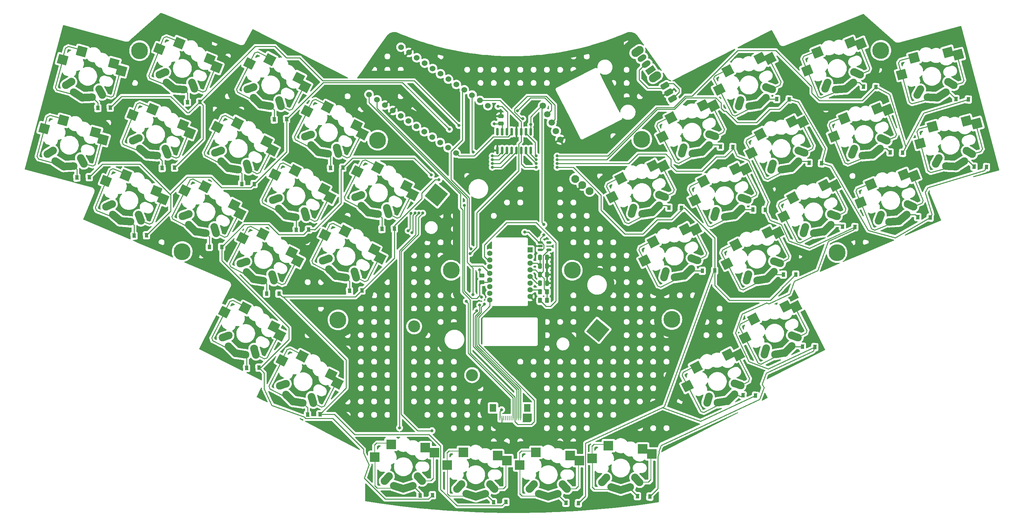
<source format=gbr>
%TF.GenerationSoftware,KiCad,Pcbnew,(6.0.4)*%
%TF.CreationDate,2022-10-16T13:45:35+02:00*%
%TF.ProjectId,Batreeq,42617472-6565-4712-9e6b-696361645f70,rev?*%
%TF.SameCoordinates,Original*%
%TF.FileFunction,Copper,L2,Bot*%
%TF.FilePolarity,Positive*%
%FSLAX46Y46*%
G04 Gerber Fmt 4.6, Leading zero omitted, Abs format (unit mm)*
G04 Created by KiCad (PCBNEW (6.0.4)) date 2022-10-16 13:45:35*
%MOMM*%
%LPD*%
G01*
G04 APERTURE LIST*
G04 Aperture macros list*
%AMRoundRect*
0 Rectangle with rounded corners*
0 $1 Rounding radius*
0 $2 $3 $4 $5 $6 $7 $8 $9 X,Y pos of 4 corners*
0 Add a 4 corners polygon primitive as box body*
4,1,4,$2,$3,$4,$5,$6,$7,$8,$9,$2,$3,0*
0 Add four circle primitives for the rounded corners*
1,1,$1+$1,$2,$3*
1,1,$1+$1,$4,$5*
1,1,$1+$1,$6,$7*
1,1,$1+$1,$8,$9*
0 Add four rect primitives between the rounded corners*
20,1,$1+$1,$2,$3,$4,$5,0*
20,1,$1+$1,$4,$5,$6,$7,0*
20,1,$1+$1,$6,$7,$8,$9,0*
20,1,$1+$1,$8,$9,$2,$3,0*%
%AMHorizOval*
0 Thick line with rounded ends*
0 $1 width*
0 $2 $3 position (X,Y) of the first rounded end (center of the circle)*
0 $4 $5 position (X,Y) of the second rounded end (center of the circle)*
0 Add line between two ends*
20,1,$1,$2,$3,$4,$5,0*
0 Add two circle primitives to create the rounded ends*
1,1,$1,$2,$3*
1,1,$1,$4,$5*%
%AMRotRect*
0 Rectangle, with rotation*
0 The origin of the aperture is its center*
0 $1 length*
0 $2 width*
0 $3 Rotation angle, in degrees counterclockwise*
0 Add horizontal line*
21,1,$1,$2,0,0,$3*%
G04 Aperture macros list end*
%TA.AperFunction,ComponentPad*%
%ADD10C,2.032000*%
%TD*%
%TA.AperFunction,SMDPad,CuDef*%
%ADD11RotRect,4.000000X0.250000X255.000000*%
%TD*%
%TA.AperFunction,SMDPad,CuDef*%
%ADD12RotRect,2.550000X2.500000X345.000000*%
%TD*%
%TA.AperFunction,SMDPad,CuDef*%
%ADD13RotRect,7.000000X0.250000X255.000000*%
%TD*%
%TA.AperFunction,ComponentPad*%
%ADD14HorizOval,2.032000X-1.120053X0.724595X1.120053X-0.724595X0*%
%TD*%
%TA.AperFunction,SMDPad,CuDef*%
%ADD15RotRect,4.000000X0.250000X345.000000*%
%TD*%
%TA.AperFunction,SMDPad,CuDef*%
%ADD16RoundRect,0.062500X0.347636X0.272877X-0.410136X-0.164623X-0.347636X-0.272877X0.410136X0.164623X0*%
%TD*%
%TA.AperFunction,ComponentPad*%
%ADD17HorizOval,2.032000X1.332292X0.067491X-1.332292X-0.067491X0*%
%TD*%
%TA.AperFunction,SMDPad,CuDef*%
%ADD18RotRect,2.600000X2.600000X345.000000*%
%TD*%
%TA.AperFunction,SMDPad,CuDef*%
%ADD19RoundRect,0.062500X-0.272877X0.347636X0.164623X-0.410136X0.272877X-0.347636X-0.164623X0.410136X0*%
%TD*%
%TA.AperFunction,SMDPad,CuDef*%
%ADD20RotRect,3.000000X0.250000X165.000000*%
%TD*%
%TA.AperFunction,ComponentPad*%
%ADD21HorizOval,2.032000X-0.421808X0.776874X0.421808X-0.776874X0*%
%TD*%
%TA.AperFunction,ComponentPad*%
%ADD22HorizOval,2.032000X0.753734X0.461889X-0.753734X-0.461889X0*%
%TD*%
%TA.AperFunction,SMDPad,CuDef*%
%ADD23RotRect,2.000000X0.250000X345.000000*%
%TD*%
%TA.AperFunction,SMDPad,CuDef*%
%ADD24RotRect,7.000000X0.250000X75.000000*%
%TD*%
%TA.AperFunction,SMDPad,CuDef*%
%ADD25RoundRect,0.062500X-0.347636X-0.272877X0.410136X0.164623X0.347636X0.272877X-0.410136X-0.164623X0*%
%TD*%
%TA.AperFunction,SMDPad,CuDef*%
%ADD26RotRect,2.600000X2.600000X27.000000*%
%TD*%
%TA.AperFunction,SMDPad,CuDef*%
%ADD27RotRect,4.000000X0.250000X297.000000*%
%TD*%
%TA.AperFunction,SMDPad,CuDef*%
%ADD28RotRect,4.000000X0.250000X27.000000*%
%TD*%
%TA.AperFunction,SMDPad,CuDef*%
%ADD29RoundRect,0.062500X0.075754X0.435401X-0.194636X-0.396774X-0.075754X-0.435401X0.194636X0.396774X0*%
%TD*%
%TA.AperFunction,SMDPad,CuDef*%
%ADD30RotRect,2.550000X2.500000X27.000000*%
%TD*%
%TA.AperFunction,ComponentPad*%
%ADD31HorizOval,2.032000X-1.317210X-0.210983X1.317210X0.210983X0*%
%TD*%
%TA.AperFunction,SMDPad,CuDef*%
%ADD32RoundRect,0.062500X-0.435401X0.075754X0.396774X-0.194636X0.435401X-0.075754X-0.396774X0.194636X0*%
%TD*%
%TA.AperFunction,SMDPad,CuDef*%
%ADD33RotRect,3.000000X0.250000X207.000000*%
%TD*%
%TA.AperFunction,ComponentPad*%
%ADD34HorizOval,2.032000X0.944925X0.941633X-0.944925X-0.941633X0*%
%TD*%
%TA.AperFunction,SMDPad,CuDef*%
%ADD35RotRect,7.000000X0.250000X297.000000*%
%TD*%
%TA.AperFunction,SMDPad,CuDef*%
%ADD36RotRect,2.000000X0.250000X27.000000*%
%TD*%
%TA.AperFunction,ComponentPad*%
%ADD37HorizOval,2.032000X0.251070X0.847597X-0.251070X-0.847597X0*%
%TD*%
%TA.AperFunction,SMDPad,CuDef*%
%ADD38RotRect,7.000000X0.250000X117.000000*%
%TD*%
%TA.AperFunction,ComponentPad*%
%ADD39HorizOval,2.032000X-0.833295X0.295085X0.833295X-0.295085X0*%
%TD*%
%TA.AperFunction,SMDPad,CuDef*%
%ADD40RoundRect,0.062500X-0.075754X-0.435401X0.194636X0.396774X0.075754X0.435401X-0.194636X-0.396774X0*%
%TD*%
%TA.AperFunction,ComponentPad*%
%ADD41C,4.500000*%
%TD*%
%TA.AperFunction,SMDPad,CuDef*%
%ADD42RotRect,2.550000X2.500000X15.000000*%
%TD*%
%TA.AperFunction,ComponentPad*%
%ADD43HorizOval,2.032000X1.120053X0.724595X-1.120053X-0.724595X0*%
%TD*%
%TA.AperFunction,SMDPad,CuDef*%
%ADD44RotRect,7.000000X0.250000X285.000000*%
%TD*%
%TA.AperFunction,SMDPad,CuDef*%
%ADD45RotRect,2.600000X2.600000X15.000000*%
%TD*%
%TA.AperFunction,SMDPad,CuDef*%
%ADD46RoundRect,0.062500X-0.410136X0.164623X0.347636X-0.272877X0.410136X-0.164623X-0.347636X0.272877X0*%
%TD*%
%TA.AperFunction,SMDPad,CuDef*%
%ADD47RotRect,3.000000X0.250000X195.000000*%
%TD*%
%TA.AperFunction,SMDPad,CuDef*%
%ADD48RotRect,4.000000X0.250000X285.000000*%
%TD*%
%TA.AperFunction,ComponentPad*%
%ADD49HorizOval,2.032000X-1.332292X0.067491X1.332292X-0.067491X0*%
%TD*%
%TA.AperFunction,SMDPad,CuDef*%
%ADD50RoundRect,0.062500X0.164623X0.410136X-0.272877X-0.347636X-0.164623X-0.410136X0.272877X0.347636X0*%
%TD*%
%TA.AperFunction,SMDPad,CuDef*%
%ADD51RotRect,4.000000X0.250000X15.000000*%
%TD*%
%TA.AperFunction,SMDPad,CuDef*%
%ADD52RoundRect,0.062500X-0.164623X-0.410136X0.272877X0.347636X0.164623X0.410136X-0.272877X-0.347636X0*%
%TD*%
%TA.AperFunction,ComponentPad*%
%ADD53HorizOval,2.032000X-0.753734X0.461889X0.753734X-0.461889X0*%
%TD*%
%TA.AperFunction,SMDPad,CuDef*%
%ADD54RotRect,2.000000X0.250000X15.000000*%
%TD*%
%TA.AperFunction,SMDPad,CuDef*%
%ADD55RotRect,7.000000X0.250000X105.000000*%
%TD*%
%TA.AperFunction,ComponentPad*%
%ADD56HorizOval,2.032000X0.421808X0.776874X-0.421808X-0.776874X0*%
%TD*%
%TA.AperFunction,SMDPad,CuDef*%
%ADD57RoundRect,0.062500X-0.194636X0.396774X0.075754X-0.435401X0.194636X-0.396774X-0.075754X0.435401X0*%
%TD*%
%TA.AperFunction,SMDPad,CuDef*%
%ADD58RotRect,2.550000X2.500000X333.000000*%
%TD*%
%TA.AperFunction,SMDPad,CuDef*%
%ADD59RotRect,4.000000X0.250000X333.000000*%
%TD*%
%TA.AperFunction,ComponentPad*%
%ADD60HorizOval,2.032000X-1.317210X0.210983X1.317210X-0.210983X0*%
%TD*%
%TA.AperFunction,ComponentPad*%
%ADD61HorizOval,2.032000X-0.944925X0.941633X0.944925X-0.941633X0*%
%TD*%
%TA.AperFunction,SMDPad,CuDef*%
%ADD62RotRect,3.000000X0.250000X153.000000*%
%TD*%
%TA.AperFunction,SMDPad,CuDef*%
%ADD63RotRect,4.000000X0.250000X243.000000*%
%TD*%
%TA.AperFunction,SMDPad,CuDef*%
%ADD64RoundRect,0.062500X0.396774X0.194636X-0.435401X-0.075754X-0.396774X-0.194636X0.435401X0.075754X0*%
%TD*%
%TA.AperFunction,SMDPad,CuDef*%
%ADD65RotRect,7.000000X0.250000X243.000000*%
%TD*%
%TA.AperFunction,SMDPad,CuDef*%
%ADD66RotRect,2.600000X2.600000X333.000000*%
%TD*%
%TA.AperFunction,SMDPad,CuDef*%
%ADD67RoundRect,0.062500X-0.396774X-0.194636X0.435401X0.075754X0.396774X0.194636X-0.435401X-0.075754X0*%
%TD*%
%TA.AperFunction,ComponentPad*%
%ADD68HorizOval,2.032000X-0.251070X0.847597X0.251070X-0.847597X0*%
%TD*%
%TA.AperFunction,SMDPad,CuDef*%
%ADD69RotRect,2.000000X0.250000X333.000000*%
%TD*%
%TA.AperFunction,SMDPad,CuDef*%
%ADD70RotRect,7.000000X0.250000X63.000000*%
%TD*%
%TA.AperFunction,ComponentPad*%
%ADD71HorizOval,2.032000X0.833295X0.295085X-0.833295X-0.295085X0*%
%TD*%
%TA.AperFunction,SMDPad,CuDef*%
%ADD72R,2.550000X2.500000*%
%TD*%
%TA.AperFunction,ComponentPad*%
%ADD73HorizOval,2.032000X-1.269427X0.410014X1.269427X-0.410014X0*%
%TD*%
%TA.AperFunction,SMDPad,CuDef*%
%ADD74R,3.000000X0.250000*%
%TD*%
%TA.AperFunction,SMDPad,CuDef*%
%ADD75RoundRect,0.062500X-0.353553X0.265165X0.265165X-0.353553X0.353553X-0.265165X-0.265165X0.353553X0*%
%TD*%
%TA.AperFunction,ComponentPad*%
%ADD76HorizOval,2.032000X1.269427X0.410014X-1.269427X-0.410014X0*%
%TD*%
%TA.AperFunction,SMDPad,CuDef*%
%ADD77R,2.600000X2.600000*%
%TD*%
%TA.AperFunction,SMDPad,CuDef*%
%ADD78R,0.250000X4.000000*%
%TD*%
%TA.AperFunction,SMDPad,CuDef*%
%ADD79RoundRect,0.062500X0.265165X0.353553X-0.353553X-0.265165X-0.265165X-0.353553X0.353553X0.265165X0*%
%TD*%
%TA.AperFunction,SMDPad,CuDef*%
%ADD80R,0.250000X7.000000*%
%TD*%
%TA.AperFunction,SMDPad,CuDef*%
%ADD81R,4.000000X0.250000*%
%TD*%
%TA.AperFunction,SMDPad,CuDef*%
%ADD82R,2.000000X0.250000*%
%TD*%
%TA.AperFunction,ComponentPad*%
%ADD83HorizOval,2.032000X0.608505X0.641231X-0.608505X-0.641231X0*%
%TD*%
%TA.AperFunction,SMDPad,CuDef*%
%ADD84RoundRect,0.062500X-0.265165X-0.353553X0.353553X0.265165X0.265165X0.353553X-0.353553X-0.265165X0*%
%TD*%
%TA.AperFunction,ComponentPad*%
%ADD85HorizOval,2.032000X-0.608505X0.641231X0.608505X-0.641231X0*%
%TD*%
%TA.AperFunction,SMDPad,CuDef*%
%ADD86RotRect,3.000000X0.250000X202.000000*%
%TD*%
%TA.AperFunction,SMDPad,CuDef*%
%ADD87RotRect,7.000000X0.250000X292.000000*%
%TD*%
%TA.AperFunction,SMDPad,CuDef*%
%ADD88RotRect,2.550000X2.500000X22.000000*%
%TD*%
%TA.AperFunction,ComponentPad*%
%ADD89HorizOval,2.032000X1.023398X0.855694X-1.023398X-0.855694X0*%
%TD*%
%TA.AperFunction,ComponentPad*%
%ADD90HorizOval,2.032000X-1.330586X-0.095378X1.330586X0.095378X0*%
%TD*%
%TA.AperFunction,SMDPad,CuDef*%
%ADD91RoundRect,0.062500X0.113413X0.427142X-0.228476X-0.378300X-0.113413X-0.427142X0.228476X0.378300X0*%
%TD*%
%TA.AperFunction,SMDPad,CuDef*%
%ADD92RotRect,4.000000X0.250000X292.000000*%
%TD*%
%TA.AperFunction,SMDPad,CuDef*%
%ADD93RoundRect,0.062500X-0.427142X0.113413X0.378300X-0.228476X0.427142X-0.113413X-0.378300X0.228476X0*%
%TD*%
%TA.AperFunction,SMDPad,CuDef*%
%ADD94RotRect,4.000000X0.250000X22.000000*%
%TD*%
%TA.AperFunction,SMDPad,CuDef*%
%ADD95RotRect,2.600000X2.600000X22.000000*%
%TD*%
%TA.AperFunction,SMDPad,CuDef*%
%ADD96RotRect,2.000000X0.250000X22.000000*%
%TD*%
%TA.AperFunction,SMDPad,CuDef*%
%ADD97RoundRect,0.062500X-0.113413X-0.427142X0.228476X0.378300X0.113413X0.427142X-0.228476X-0.378300X0*%
%TD*%
%TA.AperFunction,SMDPad,CuDef*%
%ADD98RotRect,7.000000X0.250000X112.000000*%
%TD*%
%TA.AperFunction,ComponentPad*%
%ADD99HorizOval,2.032000X0.323987X0.822489X-0.323987X-0.822489X0*%
%TD*%
%TA.AperFunction,ComponentPad*%
%ADD100HorizOval,2.032000X-0.804406X0.366589X0.804406X-0.366589X0*%
%TD*%
%TA.AperFunction,ComponentPad*%
%ADD101RotRect,4.400000X4.400000X140.000000*%
%TD*%
%TA.AperFunction,ComponentPad*%
%ADD102C,2.100000*%
%TD*%
%TA.AperFunction,ComponentPad*%
%ADD103C,3.200000*%
%TD*%
%TA.AperFunction,SMDPad,CuDef*%
%ADD104RotRect,3.000000X0.250000X158.000000*%
%TD*%
%TA.AperFunction,SMDPad,CuDef*%
%ADD105RotRect,2.600000X2.600000X338.000000*%
%TD*%
%TA.AperFunction,SMDPad,CuDef*%
%ADD106RoundRect,0.062500X0.378300X0.228476X-0.427142X-0.113413X-0.378300X-0.228476X0.427142X0.113413X0*%
%TD*%
%TA.AperFunction,ComponentPad*%
%ADD107HorizOval,2.032000X-1.330586X0.095378X1.330586X-0.095378X0*%
%TD*%
%TA.AperFunction,SMDPad,CuDef*%
%ADD108RotRect,7.000000X0.250000X248.000000*%
%TD*%
%TA.AperFunction,ComponentPad*%
%ADD109HorizOval,2.032000X-1.023398X0.855694X1.023398X-0.855694X0*%
%TD*%
%TA.AperFunction,SMDPad,CuDef*%
%ADD110RoundRect,0.062500X-0.228476X0.378300X0.113413X-0.427142X0.228476X-0.378300X-0.113413X0.427142X0*%
%TD*%
%TA.AperFunction,SMDPad,CuDef*%
%ADD111RotRect,2.550000X2.500000X338.000000*%
%TD*%
%TA.AperFunction,SMDPad,CuDef*%
%ADD112RotRect,4.000000X0.250000X248.000000*%
%TD*%
%TA.AperFunction,SMDPad,CuDef*%
%ADD113RotRect,4.000000X0.250000X338.000000*%
%TD*%
%TA.AperFunction,SMDPad,CuDef*%
%ADD114RoundRect,0.062500X-0.378300X-0.228476X0.427142X0.113413X0.378300X0.228476X-0.427142X-0.113413X0*%
%TD*%
%TA.AperFunction,SMDPad,CuDef*%
%ADD115RotRect,7.000000X0.250000X68.000000*%
%TD*%
%TA.AperFunction,ComponentPad*%
%ADD116HorizOval,2.032000X-0.323987X0.822489X0.323987X-0.822489X0*%
%TD*%
%TA.AperFunction,ComponentPad*%
%ADD117HorizOval,2.032000X0.804406X0.366589X-0.804406X-0.366589X0*%
%TD*%
%TA.AperFunction,SMDPad,CuDef*%
%ADD118RotRect,2.000000X0.250000X338.000000*%
%TD*%
%TA.AperFunction,ComponentPad*%
%ADD119RoundRect,0.375000X-0.837019X-0.050240X-0.462019X-0.699760X0.837019X0.050240X0.462019X0.699760X0*%
%TD*%
%TA.AperFunction,ComponentPad*%
%ADD120HorizOval,1.700000X0.000000X0.000000X0.000000X0.000000X0*%
%TD*%
%TA.AperFunction,ComponentPad*%
%ADD121C,1.700000*%
%TD*%
%TA.AperFunction,ComponentPad*%
%ADD122HorizOval,1.500000X0.409576X0.286788X-0.409576X-0.286788X0*%
%TD*%
%TA.AperFunction,ComponentPad*%
%ADD123RotRect,1.500000X2.500000X125.000000*%
%TD*%
%TA.AperFunction,ComponentPad*%
%ADD124HorizOval,2.200000X0.532449X0.372825X-0.532449X-0.372825X0*%
%TD*%
%TA.AperFunction,SMDPad,CuDef*%
%ADD125RotRect,0.900000X1.200000X178.000000*%
%TD*%
%TA.AperFunction,SMDPad,CuDef*%
%ADD126RoundRect,0.250000X0.250000X0.475000X-0.250000X0.475000X-0.250000X-0.475000X0.250000X-0.475000X0*%
%TD*%
%TA.AperFunction,SMDPad,CuDef*%
%ADD127R,0.900000X1.200000*%
%TD*%
%TA.AperFunction,SMDPad,CuDef*%
%ADD128RotRect,0.900000X1.200000X182.000000*%
%TD*%
%TA.AperFunction,SMDPad,CuDef*%
%ADD129RoundRect,0.150000X0.150000X-0.825000X0.150000X0.825000X-0.150000X0.825000X-0.150000X-0.825000X0*%
%TD*%
%TA.AperFunction,SMDPad,CuDef*%
%ADD130R,1.800000X2.000000*%
%TD*%
%TA.AperFunction,SMDPad,CuDef*%
%ADD131R,0.280000X1.250000*%
%TD*%
%TA.AperFunction,SMDPad,CuDef*%
%ADD132RoundRect,0.250000X0.262500X0.450000X-0.262500X0.450000X-0.262500X-0.450000X0.262500X-0.450000X0*%
%TD*%
%TA.AperFunction,SMDPad,CuDef*%
%ADD133RoundRect,0.250000X-0.262500X-0.450000X0.262500X-0.450000X0.262500X0.450000X-0.262500X0.450000X0*%
%TD*%
%TA.AperFunction,SMDPad,CuDef*%
%ADD134RotRect,0.900000X1.200000X181.000000*%
%TD*%
%TA.AperFunction,SMDPad,CuDef*%
%ADD135RoundRect,0.250000X0.450000X-0.262500X0.450000X0.262500X-0.450000X0.262500X-0.450000X-0.262500X0*%
%TD*%
%TA.AperFunction,SMDPad,CuDef*%
%ADD136RotRect,0.900000X1.200000X179.000000*%
%TD*%
%TA.AperFunction,ComponentPad*%
%ADD137C,1.524000*%
%TD*%
%TA.AperFunction,SMDPad,CuDef*%
%ADD138RoundRect,0.250000X-0.250000X-0.475000X0.250000X-0.475000X0.250000X0.475000X-0.250000X0.475000X0*%
%TD*%
%TA.AperFunction,ComponentPad*%
%ADD139C,1.400000*%
%TD*%
%TA.AperFunction,ComponentPad*%
%ADD140R,1.400000X1.400000*%
%TD*%
%TA.AperFunction,SMDPad,CuDef*%
%ADD141RoundRect,0.150000X-0.512500X-0.150000X0.512500X-0.150000X0.512500X0.150000X-0.512500X0.150000X0*%
%TD*%
%TA.AperFunction,SMDPad,CuDef*%
%ADD142RoundRect,0.250000X0.475000X-0.250000X0.475000X0.250000X-0.475000X0.250000X-0.475000X-0.250000X0*%
%TD*%
%TA.AperFunction,ViaPad*%
%ADD143C,0.800000*%
%TD*%
%TA.AperFunction,Conductor*%
%ADD144C,0.250000*%
%TD*%
G04 APERTURE END LIST*
D10*
%TO.P,SW7,2,2*%
%TO.N,Net-(D7-Pad2)*%
X30920405Y-70392289D03*
D11*
X26031505Y-59096966D03*
D12*
X25741297Y-60270245D03*
D13*
X24722257Y-64354063D03*
D14*
X29812672Y-69676116D03*
D15*
X26129466Y-68922890D03*
D16*
X26897422Y-56989666D03*
D17*
X32237817Y-70325931D03*
D18*
X30824002Y-58098436D03*
D19*
X24030284Y-68060886D03*
D20*
X28682725Y-57168507D03*
D21*
%TO.P,SW7,1,1*%
%TO.N,row_3*%
X35887969Y-68910945D03*
D18*
X41407859Y-63215404D03*
D12*
X39405176Y-61298445D03*
D22*
X27359039Y-66625626D03*
D23*
X37727334Y-70022093D03*
D24*
X40264501Y-66510160D03*
D10*
X35470214Y-68132879D03*
D25*
X39010355Y-70066348D03*
D10*
X28109859Y-66160678D03*
%TD*%
D26*
%TO.P,SW26,2,2*%
%TO.N,Net-(D26-Pad2)*%
X214734719Y-111054609D03*
D27*
X211841347Y-115003468D03*
D28*
X218488972Y-122240004D03*
D29*
X211074789Y-112858027D03*
D30*
X212410756Y-116069572D03*
D31*
X221730133Y-120335215D03*
D32*
X216352183Y-123004037D03*
D10*
X223032553Y-120126217D03*
D33*
X212521195Y-111796332D03*
D34*
X223967179Y-119195383D03*
D35*
X214386070Y-119786311D03*
D36*
%TO.P,SW26,1,1*%
%TO.N,row_3*%
X227843378Y-115296382D03*
D37*
X217865554Y-119710059D03*
D10*
X224901880Y-115402731D03*
D38*
X227378918Y-110988811D03*
D39*
X225732961Y-115701415D03*
D26*
X226023977Y-107775275D03*
D40*
X228826461Y-114470762D03*
D30*
X223252998Y-107690753D03*
D10*
X218112410Y-118862139D03*
%TD*%
D41*
%TO.P,H10,1*%
%TO.N,N/C*%
X166447346Y-98056076D03*
%TD*%
D42*
%TO.P,SW34,2,2*%
%TO.N,Net-(D34-Pad2)*%
X254186823Y-45861198D03*
D10*
X263733084Y-52037591D03*
D43*
X264840817Y-51321417D03*
D44*
X255346218Y-49907408D03*
D45*
X257502670Y-41439002D03*
D46*
X256600363Y-53463596D03*
D47*
X255183304Y-41704299D03*
D48*
X253851511Y-44700004D03*
D49*
X262415672Y-51971232D03*
D50*
X253547767Y-42442070D03*
D51*
X258849310Y-53160522D03*
D52*
%TO.P,SW34,1,1*%
%TO.N,row_3*%
X270576216Y-47710342D03*
D53*
X267294449Y-48270927D03*
D10*
X266543629Y-47805979D03*
D42*
X266534190Y-39919704D03*
D54*
X269442961Y-48313527D03*
D10*
X259183275Y-49778181D03*
D55*
X269884244Y-44003519D03*
D45*
X269227043Y-40578499D03*
D56*
X258765520Y-50556247D03*
%TD*%
D41*
%TO.P,H8,1*%
%TO.N,N/C*%
X248621075Y-39434330D03*
%TD*%
%TO.P,H9,1*%
%TO.N,N/C*%
X134189343Y-98056079D03*
%TD*%
D35*
%TO.P,SW21,2,2*%
%TO.N,Net-(D21-Pad2)*%
X199113402Y-132644410D03*
D31*
X206457465Y-133193314D03*
D30*
X197138088Y-128927671D03*
D10*
X207759885Y-132984316D03*
D33*
X197248527Y-124654431D03*
D32*
X201079515Y-135862136D03*
D26*
X199462051Y-123912708D03*
D29*
X195802121Y-125716126D03*
D34*
X208694511Y-132053482D03*
D28*
X203216304Y-135098103D03*
D27*
X196568679Y-127861567D03*
D10*
%TO.P,SW21,1,1*%
%TO.N,row_3*%
X209629212Y-128260830D03*
D40*
X213553793Y-127328861D03*
D26*
X210751309Y-120633374D03*
D10*
X202839742Y-131720238D03*
D38*
X212106250Y-123846910D03*
D30*
X207980330Y-120548852D03*
D37*
X202592886Y-132568158D03*
D39*
X210460293Y-128559514D03*
D36*
X212570710Y-128154481D03*
%TD*%
D30*
%TO.P,SW25,2,2*%
%TO.N,Net-(D25-Pad2)*%
X199029424Y-79381849D03*
D35*
X201004738Y-83098588D03*
D28*
X205107640Y-85552281D03*
D29*
X197693457Y-76170304D03*
D34*
X210585847Y-82507660D03*
D32*
X202970851Y-86316314D03*
D27*
X198460015Y-78315745D03*
D10*
X209651221Y-83438494D03*
D31*
X208348801Y-83647492D03*
D26*
X201353387Y-74366886D03*
D33*
X199139863Y-75108609D03*
D30*
%TO.P,SW25,1,1*%
%TO.N,row_1*%
X209871666Y-71003030D03*
D26*
X212642645Y-71087552D03*
D40*
X215445129Y-77783039D03*
D36*
X214462046Y-78608659D03*
D37*
X204484222Y-83022336D03*
D39*
X212351629Y-79013692D03*
D10*
X211520548Y-78715008D03*
X204731078Y-82174416D03*
D38*
X213997586Y-74301088D03*
%TD*%
D57*
%TO.P,SW4,2,2*%
%TO.N,Net-(D4-Pad2)*%
X77161890Y-50207784D03*
D58*
X80455278Y-42943127D03*
D59*
X79035980Y-51487395D03*
D60*
X84719139Y-54129775D03*
D10*
X83416719Y-53920777D03*
D61*
X82482094Y-52989943D03*
D62*
X83977316Y-40520726D03*
D63*
X80983084Y-41855824D03*
D64*
X82268211Y-39974608D03*
D65*
X78609433Y-46725834D03*
D66*
X85878459Y-41875530D03*
%TO.P,SW4,1,1*%
%TO.N,row_0*%
X95167155Y-49081188D03*
D58*
X93606795Y-46789738D03*
D67*
X91397651Y-55283954D03*
D68*
X88583719Y-53504619D03*
D10*
X88336862Y-52656699D03*
D69*
X90151869Y-54973911D03*
D70*
X93363765Y-52066228D03*
D10*
X81547392Y-49197291D03*
D71*
X80716311Y-49495975D03*
%TD*%
D57*
%TO.P,SW8,2,2*%
%TO.N,Net-(D8-Pad2)*%
X92510008Y-62872406D03*
D64*
X97616329Y-52639230D03*
D59*
X94384098Y-64152017D03*
D60*
X100067257Y-66794397D03*
D63*
X96331202Y-54520446D03*
D10*
X98764837Y-66585399D03*
D66*
X101226577Y-54540152D03*
D62*
X99325434Y-53185348D03*
D58*
X95803396Y-55607749D03*
D61*
X97830212Y-65654565D03*
D65*
X93957551Y-59390456D03*
D10*
%TO.P,SW8,1,1*%
%TO.N,row_0*%
X96895510Y-61861913D03*
X103684980Y-65321321D03*
D66*
X110515273Y-61745810D03*
D71*
X96064429Y-62160597D03*
D70*
X108711883Y-64730850D03*
D69*
X105499987Y-67638533D03*
D58*
X108954913Y-59454360D03*
D68*
X103931837Y-66169241D03*
D67*
X106745769Y-67948576D03*
%TD*%
D72*
%TO.P,SW22,2,2*%
%TO.N,Net-(D22-Pad2)*%
X152420932Y-150049385D03*
D73*
X158787996Y-158081008D03*
D74*
X154459344Y-146292038D03*
D75*
X152784588Y-158017409D03*
D76*
X161298692Y-158081008D03*
D77*
X156768343Y-146636077D03*
D78*
X152397585Y-148840973D03*
D79*
X152688588Y-146581361D03*
D10*
X160043344Y-158486077D03*
D80*
X152493585Y-154257797D03*
D81*
X155035344Y-158306732D03*
D82*
%TO.P,SW22,1,1*%
%TO.N,row_4*%
X166522520Y-156366732D03*
D10*
X163853344Y-155126077D03*
D83*
X155628445Y-155769509D03*
D10*
X156233344Y-155126077D03*
D84*
X167773276Y-156077409D03*
D77*
X168315932Y-148839385D03*
D72*
X165885344Y-147506077D03*
D80*
X168064279Y-152317797D03*
D85*
X164458243Y-155769509D03*
%TD*%
D41*
%TO.P,H3,1*%
%TO.N,N/C*%
X192972150Y-111198053D03*
%TD*%
D77*
%TO.P,SW27,2,2*%
%TO.N,Net-(D27-Pad2)*%
X176072345Y-144858078D03*
D79*
X171992590Y-144803362D03*
D81*
X174339346Y-156528733D03*
D72*
X171724934Y-148271386D03*
D74*
X173763346Y-144514039D03*
D10*
X179347346Y-156708078D03*
D80*
X171797587Y-152479798D03*
D73*
X178091998Y-156303009D03*
D76*
X180602694Y-156303009D03*
D78*
X171701587Y-147062974D03*
D75*
X172088590Y-156239410D03*
D83*
%TO.P,SW27,1,1*%
%TO.N,row_4*%
X174932447Y-153991510D03*
D85*
X183762245Y-153991510D03*
D10*
X183157346Y-153348078D03*
D82*
X185826522Y-154588733D03*
D72*
X185189346Y-145728078D03*
D10*
X175537346Y-153348078D03*
D77*
X187619934Y-147061386D03*
D84*
X187077278Y-154299410D03*
D80*
X187368281Y-150539798D03*
%TD*%
D86*
%TO.P,SW33,2,2*%
%TO.N,Net-(D33-Pad2)*%
X236612689Y-58118472D03*
D87*
X237774094Y-66240582D03*
D88*
X236130232Y-62365826D03*
D89*
X247370247Y-66486951D03*
D90*
X245042371Y-67427473D03*
D91*
X235079254Y-59050065D03*
D10*
X246358050Y-67332785D03*
D92*
X235655906Y-61254152D03*
D93*
X239452282Y-69617421D03*
D94*
X241647530Y-69042529D03*
D95*
X238882434Y-57572493D03*
D88*
%TO.P,SW33,1,1*%
%TO.N,row_1*%
X247661478Y-54963855D03*
D96*
X251571516Y-62940620D03*
D97*
X252622816Y-62203823D03*
D95*
X250414546Y-55289562D03*
D98*
X251484253Y-58608961D03*
D10*
X248631942Y-62790196D03*
D99*
X241246983Y-66467877D03*
D100*
X249433828Y-63160177D03*
D10*
X241566801Y-65644698D03*
%TD*%
D41*
%TO.P,H6,1*%
%TO.N,N/C*%
X114577344Y-63386078D03*
%TD*%
D10*
%TO.P,SW16,2,2*%
%TO.N,Net-(D16-Pad2)*%
X92030356Y-133060348D03*
D63*
X89596721Y-120995395D03*
D65*
X87223070Y-125865405D03*
D57*
X85775527Y-129347355D03*
D61*
X91095731Y-132129514D03*
D62*
X92590953Y-119660297D03*
D66*
X94492096Y-121015101D03*
D64*
X90881848Y-119114179D03*
D59*
X87649617Y-130626966D03*
D60*
X93332776Y-133269346D03*
D58*
X89068915Y-122082698D03*
D10*
%TO.P,SW16,1,1*%
%TO.N,row_3*%
X90161029Y-128336862D03*
X96950499Y-131796270D03*
D58*
X102220432Y-125929309D03*
D67*
X100011288Y-134423525D03*
D70*
X101977402Y-131205799D03*
D66*
X103780792Y-128220759D03*
D68*
X97197356Y-132644190D03*
D71*
X89329948Y-128635546D03*
D69*
X98765506Y-134113482D03*
%TD*%
D29*
%TO.P,SW28,2,2*%
%TO.N,Net-(D28-Pad2)*%
X204204796Y-46655649D03*
D30*
X205540763Y-49867194D03*
D34*
X217097186Y-52993005D03*
D28*
X211618979Y-56037626D03*
D35*
X207516077Y-53583933D03*
D10*
X216162560Y-53923839D03*
D27*
X204971354Y-48801090D03*
D33*
X205651202Y-45593954D03*
D31*
X214860140Y-54132837D03*
D32*
X209482190Y-56801659D03*
D26*
X207864726Y-44852231D03*
D40*
%TO.P,SW28,1,1*%
%TO.N,row_0*%
X221956468Y-48268384D03*
D39*
X218862968Y-49499037D03*
D26*
X219153984Y-41572897D03*
D30*
X216383005Y-41488375D03*
D37*
X210995561Y-53507681D03*
D36*
X220973385Y-49094004D03*
D10*
X218031887Y-49200353D03*
D38*
X220508925Y-44786433D03*
D10*
X211242417Y-52659761D03*
%TD*%
%TO.P,SW5,2,2*%
%TO.N,Net-(D5-Pad2)*%
X74790903Y-70849901D03*
D66*
X77252643Y-58804654D03*
D64*
X73642395Y-56903732D03*
D61*
X73856278Y-69919067D03*
D59*
X70410164Y-68416519D03*
D58*
X71829462Y-59872251D03*
D60*
X76093323Y-71058899D03*
D65*
X69983617Y-63654958D03*
D62*
X75351500Y-57449850D03*
D57*
X68536074Y-67136908D03*
D63*
X72357268Y-58784948D03*
D10*
%TO.P,SW5,1,1*%
%TO.N,row_1*%
X72921576Y-66126415D03*
D71*
X72090495Y-66425099D03*
D66*
X86541339Y-66010312D03*
D69*
X81526053Y-71903035D03*
D58*
X84980979Y-63718862D03*
D68*
X79957903Y-70433743D03*
D67*
X82771835Y-72213078D03*
D10*
X79711046Y-69585823D03*
D70*
X84737949Y-68995352D03*
%TD*%
D101*
%TO.P,SW36,MP*%
%TO.N,N/C*%
X130236554Y-77998238D03*
X173263659Y-114099277D03*
D102*
%TO.P,SW36,C,C*%
%TO.N,GND*%
X169126975Y-75320744D03*
%TO.P,SW36,B,B*%
%TO.N,EncR*%
X167211864Y-73713775D03*
%TO.P,SW36,A,A*%
%TO.N,EncL*%
X171042086Y-76927713D03*
D103*
%TO.P,SW36,*%
%TO.N,*%
X139749391Y-126035494D03*
X124286053Y-113059816D03*
%TD*%
D61*
%TO.P,SW15,2,2*%
%TO.N,Net-(D15-Pad2)*%
X80578573Y-99512815D03*
D65*
X76705912Y-93248706D03*
D60*
X82815618Y-100652647D03*
D58*
X78551757Y-89465999D03*
D10*
X81513198Y-100443649D03*
D66*
X83974938Y-88398402D03*
D63*
X79079563Y-88378696D03*
D57*
X75258369Y-96730656D03*
D62*
X82073795Y-87043598D03*
D59*
X77132459Y-98010267D03*
D64*
X80364690Y-86497480D03*
D58*
%TO.P,SW15,1,1*%
%TO.N,row_2*%
X91703274Y-93312610D03*
D10*
X86433341Y-99179571D03*
D70*
X91460244Y-98589100D03*
D67*
X89494130Y-101806826D03*
D68*
X86680198Y-100027491D03*
D71*
X78812790Y-96018847D03*
D66*
X93263634Y-95604060D03*
D69*
X88248348Y-101496783D03*
D10*
X79643871Y-95720163D03*
%TD*%
D47*
%TO.P,SW31,2,2*%
%TO.N,Net-(D31-Pad2)*%
X260109528Y-60064347D03*
D46*
X261526587Y-71823644D03*
D49*
X267341896Y-70331280D03*
D51*
X263775534Y-71520570D03*
D43*
X269767041Y-69681465D03*
D48*
X258777735Y-63060052D03*
D42*
X259113047Y-64221246D03*
D10*
X268659308Y-70397639D03*
D50*
X258473991Y-60802118D03*
D45*
X262428894Y-59799050D03*
D44*
X260272442Y-68267456D03*
D55*
%TO.P,SW31,1,1*%
%TO.N,row_3*%
X274810468Y-62363567D03*
D45*
X274153267Y-58938547D03*
D42*
X271460414Y-58279752D03*
D52*
X275502440Y-66070390D03*
D54*
X274369185Y-66673575D03*
D56*
X263691744Y-68916295D03*
D10*
X271469853Y-66166027D03*
D53*
X272220673Y-66630975D03*
D10*
X264109499Y-68138229D03*
%TD*%
D41*
%TO.P,H2,1*%
%TO.N,N/C*%
X104010023Y-111310117D03*
%TD*%
D28*
%TO.P,SW23,2,2*%
%TO.N,Net-(D23-Pad2)*%
X228870616Y-89895873D03*
D30*
X222792400Y-83725441D03*
D31*
X232111777Y-87991084D03*
D26*
X225116363Y-78710478D03*
D33*
X222902839Y-79452201D03*
D34*
X234348823Y-86851252D03*
D10*
X233414197Y-87782086D03*
D27*
X222222991Y-82659337D03*
D35*
X224767714Y-87442180D03*
D32*
X226733827Y-90659906D03*
D29*
X221456433Y-80513896D03*
D10*
%TO.P,SW23,1,1*%
%TO.N,row_2*%
X235283524Y-83058600D03*
D39*
X236114605Y-83357284D03*
D30*
X233634642Y-75346622D03*
D10*
X228494054Y-86518008D03*
D26*
X236405621Y-75431144D03*
D38*
X237760562Y-78644680D03*
D36*
X238225022Y-82952251D03*
D37*
X228247198Y-87365928D03*
D40*
X239208105Y-82126631D03*
%TD*%
D104*
%TO.P,SW6,2,2*%
%TO.N,Net-(D6-Pad2)*%
X45494626Y-71547532D03*
D105*
X47506613Y-72731486D03*
D106*
X43744427Y-71152451D03*
D107*
X47419732Y-85040139D03*
D108*
X40687980Y-78196869D03*
D109*
X45091856Y-84099617D03*
D10*
X46104053Y-84945451D03*
D110*
X39549417Y-81791732D03*
D111*
X42197116Y-74267681D03*
D112*
X42628148Y-73138515D03*
D113*
X41527900Y-82903135D03*
D111*
%TO.P,SW6,1,1*%
%TO.N,row_2*%
X55633841Y-76953424D03*
D105*
X57387977Y-79100160D03*
D114*
X54173424Y-85607856D03*
D10*
X50895301Y-83257365D03*
D115*
X55851612Y-82231017D03*
D116*
X51215120Y-84080543D03*
D117*
X43028274Y-80772843D03*
D10*
X43830160Y-80402862D03*
D118*
X52905360Y-85407570D03*
%TD*%
D79*
%TO.P,SW12,2,2*%
%TO.N,Net-(D12-Pad2)*%
X114083002Y-144461363D03*
D80*
X113887999Y-152137799D03*
D78*
X113791999Y-146720975D03*
D81*
X116429758Y-156186734D03*
D75*
X114179002Y-155897411D03*
D74*
X115853758Y-144172040D03*
D77*
X118162757Y-144516079D03*
D72*
X113815346Y-147929387D03*
D76*
X122693106Y-155961010D03*
D10*
X121437758Y-156366079D03*
D73*
X120182410Y-155961010D03*
D82*
%TO.P,SW12,1,1*%
%TO.N,row_4*%
X127916934Y-154246734D03*
D77*
X129710346Y-146719387D03*
D84*
X129167690Y-153957411D03*
D72*
X127279758Y-145386079D03*
D83*
X117022859Y-153649511D03*
D80*
X129458693Y-150197799D03*
D85*
X125852657Y-153649511D03*
D10*
X117627758Y-153006079D03*
X125247758Y-153006079D03*
%TD*%
D112*
%TO.P,SW1,2,2*%
%TO.N,Net-(D1-Pad2)*%
X56863197Y-37905529D03*
D110*
X53784466Y-46558746D03*
D10*
X60339102Y-49712465D03*
D105*
X61741662Y-37498500D03*
D113*
X55762949Y-47670149D03*
D106*
X57979476Y-35919465D03*
D108*
X54923029Y-42963883D03*
D104*
X59729675Y-36314546D03*
D107*
X61654781Y-49807153D03*
D109*
X59326905Y-48866631D03*
D111*
X56432165Y-39034695D03*
D10*
%TO.P,SW1,1,1*%
%TO.N,row_0*%
X58065209Y-45169876D03*
D118*
X67140409Y-50174584D03*
D111*
X69868890Y-41720438D03*
D114*
X68408473Y-50374870D03*
D116*
X65450169Y-48847557D03*
D117*
X57263323Y-45539857D03*
D10*
X65130350Y-48024379D03*
D115*
X70086661Y-46998031D03*
D105*
X71623026Y-43867174D03*
%TD*%
D58*
%TO.P,SW11,2,2*%
%TO.N,Net-(D11-Pad2)*%
X73796245Y-109224595D03*
D57*
X70502857Y-116489252D03*
D60*
X78060106Y-120411243D03*
D65*
X71950400Y-113007302D03*
D59*
X72376947Y-117768863D03*
D62*
X77318283Y-106802194D03*
D63*
X74324051Y-108137292D03*
D66*
X79219426Y-108156998D03*
D64*
X75609178Y-106256076D03*
D10*
X76757686Y-120202245D03*
D61*
X75823061Y-119271411D03*
D67*
%TO.P,SW11,1,1*%
%TO.N,row_3*%
X84738618Y-121565422D03*
D70*
X86704732Y-118347696D03*
D10*
X74888359Y-115478759D03*
D66*
X88508122Y-115362656D03*
D69*
X83492836Y-121255379D03*
D68*
X81924686Y-119786087D03*
D58*
X86947762Y-113071206D03*
D10*
X81677829Y-118938167D03*
D71*
X74057278Y-115777443D03*
%TD*%
D33*
%TO.P,SW19,2,2*%
%TO.N,Net-(D19-Pad2)*%
X185788263Y-91226301D03*
D29*
X184341857Y-92287996D03*
D34*
X197234247Y-98625352D03*
D27*
X185108415Y-94433437D03*
D30*
X185677824Y-95499541D03*
D28*
X191756040Y-101669973D03*
D35*
X187653138Y-99216280D03*
D10*
X196299621Y-99556186D03*
D31*
X194997201Y-99765184D03*
D26*
X188001787Y-90484578D03*
D32*
X189619251Y-102434006D03*
D40*
%TO.P,SW19,1,1*%
%TO.N,row_1*%
X202093529Y-93900731D03*
D38*
X200645986Y-90418780D03*
D26*
X199291045Y-87205244D03*
D10*
X198168948Y-94832700D03*
X191379478Y-98292108D03*
D37*
X191132622Y-99140028D03*
D39*
X199000029Y-95131384D03*
D36*
X201110446Y-94726351D03*
D30*
X196520066Y-87120722D03*
%TD*%
D13*
%TO.P,SW3,2,2*%
%TO.N,Net-(D3-Pad2)*%
X29632308Y-45983672D03*
D19*
X28940335Y-49690495D03*
D17*
X37147868Y-51955540D03*
D20*
X33592776Y-38798116D03*
D18*
X35734053Y-39728045D03*
D10*
X35830456Y-52021898D03*
D14*
X34722723Y-51305725D03*
D16*
X31807473Y-38619275D03*
D12*
X30651348Y-41899854D03*
D11*
X30941556Y-40726575D03*
D15*
X31039517Y-50552499D03*
D22*
%TO.P,SW3,1,1*%
%TO.N,row_3*%
X32269090Y-48255235D03*
D10*
X40380265Y-49762488D03*
D24*
X45174552Y-48139769D03*
D25*
X43920406Y-51695957D03*
D23*
X42637385Y-51651702D03*
D21*
X40798020Y-50540554D03*
D12*
X44315227Y-42928054D03*
D18*
X46317910Y-44845013D03*
D10*
X33019910Y-47790287D03*
%TD*%
D62*
%TO.P,SW10,2,2*%
%TO.N,Net-(D10-Pad2)*%
X66725678Y-74378975D03*
D66*
X68626821Y-75733779D03*
D65*
X61357795Y-80584083D03*
D60*
X67467501Y-87988024D03*
D10*
X66165081Y-87779026D03*
D63*
X63731446Y-75714073D03*
D64*
X65016573Y-73832857D03*
D61*
X65230456Y-86848192D03*
D59*
X61784342Y-85345644D03*
D58*
X63203640Y-76801376D03*
D57*
X59910252Y-84066033D03*
D69*
%TO.P,SW10,1,1*%
%TO.N,row_2*%
X72900231Y-88832160D03*
D10*
X71085224Y-86514948D03*
D67*
X74146013Y-89142203D03*
D10*
X64295754Y-83055540D03*
D68*
X71332081Y-87362868D03*
D66*
X77915517Y-82939437D03*
D71*
X63464673Y-83354224D03*
D70*
X76112127Y-85924477D03*
D58*
X76355157Y-80647987D03*
%TD*%
D95*
%TO.P,SW32,2,2*%
%TO.N,Net-(D32-Pad2)*%
X231764910Y-39956002D03*
D93*
X232334758Y-52000930D03*
D92*
X228538382Y-43637661D03*
D86*
X229495165Y-40501981D03*
D89*
X240252723Y-48870460D03*
D87*
X230656570Y-48624091D03*
D94*
X234530006Y-51426038D03*
D88*
X229012708Y-44749335D03*
D90*
X237924847Y-49810982D03*
D91*
X227961730Y-41433574D03*
D10*
X239240526Y-49716294D03*
D98*
%TO.P,SW32,1,1*%
%TO.N,row_0*%
X244366729Y-40992470D03*
D95*
X243297022Y-37673071D03*
D10*
X234449277Y-48028207D03*
D96*
X244453992Y-45324129D03*
D99*
X234129459Y-48851386D03*
D10*
X241514418Y-45173705D03*
D88*
X240543954Y-37347364D03*
D97*
X245505292Y-44587332D03*
D100*
X242316304Y-45543686D03*
%TD*%
D119*
%TO.P,PAD1,1*%
%TO.N,bat+*%
X193130000Y-52352000D03*
%TO.P,PAD1,2*%
%TO.N,GND*%
X192130000Y-50619949D03*
%TO.P,PAD1,3*%
%TO.N,bat+*%
X191130000Y-48887898D03*
%TD*%
D62*
%TO.P,SW9,2,2*%
%TO.N,Net-(D9-Pad2)*%
X90699612Y-70114473D03*
D63*
X87705380Y-71449571D03*
D58*
X87177574Y-72536874D03*
D59*
X85758276Y-81081142D03*
D60*
X91441435Y-83723522D03*
D66*
X92600755Y-71469277D03*
D64*
X88990507Y-69568355D03*
D57*
X83884186Y-79801531D03*
D65*
X85331729Y-76319581D03*
D61*
X89204390Y-82583690D03*
D10*
X90139015Y-83514524D03*
D69*
%TO.P,SW9,1,1*%
%TO.N,row_1*%
X96874165Y-84567658D03*
D70*
X100086061Y-81659975D03*
D58*
X100329091Y-76383485D03*
D67*
X98119947Y-84877701D03*
D10*
X88269688Y-78791038D03*
D68*
X95306015Y-83098366D03*
D66*
X101889451Y-78674935D03*
D71*
X87438607Y-79089722D03*
D10*
X95059158Y-82250446D03*
%TD*%
D63*
%TO.P,SW13,2,2*%
%TO.N,Net-(D13-Pad2)*%
X109682802Y-70638140D03*
D60*
X113418857Y-82912091D03*
D61*
X111181812Y-81772259D03*
D65*
X107309151Y-75508150D03*
D62*
X112677034Y-69303042D03*
D10*
X112116437Y-82703093D03*
D57*
X105861608Y-78990100D03*
D58*
X109154996Y-71725443D03*
D59*
X107735698Y-80269711D03*
D64*
X110967929Y-68756924D03*
D66*
X114578177Y-70657846D03*
D10*
%TO.P,SW13,1,1*%
%TO.N,row_0*%
X110247110Y-77979607D03*
D67*
X120097369Y-84066270D03*
D10*
X117036580Y-81439015D03*
D70*
X122063483Y-80848544D03*
D58*
X122306513Y-75572054D03*
D69*
X118851587Y-83756227D03*
D68*
X117283437Y-82286935D03*
D71*
X109416029Y-78278291D03*
D66*
X123866873Y-77863504D03*
%TD*%
D31*
%TO.P,SW18,2,2*%
%TO.N,Net-(D18-Pad2)*%
X186371383Y-82836059D03*
D29*
X175716039Y-75358871D03*
D33*
X177162445Y-74297176D03*
D34*
X188608429Y-81696227D03*
D28*
X183130222Y-84740848D03*
D10*
X187673803Y-82627061D03*
D30*
X177052006Y-78570416D03*
D27*
X176482597Y-77504312D03*
D32*
X180993433Y-85504881D03*
D26*
X179375969Y-73555453D03*
D35*
X179027320Y-82287155D03*
D10*
%TO.P,SW18,1,1*%
%TO.N,row_0*%
X189543130Y-77903575D03*
X182753660Y-81362983D03*
D40*
X193467711Y-76971606D03*
D37*
X182506804Y-82210903D03*
D39*
X190374211Y-78202259D03*
D26*
X190665227Y-70276119D03*
D30*
X187894248Y-70191597D03*
D38*
X192020168Y-73489655D03*
D36*
X192484628Y-77797226D03*
%TD*%
D41*
%TO.P,H1,1*%
%TO.N,N/C*%
X62507345Y-93104077D03*
%TD*%
D33*
%TO.P,SW24,2,2*%
%TO.N,Net-(D24-Pad2)*%
X190514048Y-58179484D03*
D27*
X189834200Y-61386620D03*
D30*
X190403609Y-62452724D03*
D29*
X189067642Y-59241179D03*
D35*
X192378923Y-66169463D03*
D32*
X194345036Y-69387189D03*
D31*
X199722986Y-66718367D03*
D28*
X196481825Y-68623156D03*
D10*
X201025406Y-66509369D03*
D34*
X201960032Y-65578535D03*
D26*
X192727572Y-57437761D03*
D36*
%TO.P,SW24,1,1*%
%TO.N,row_0*%
X205836231Y-61679534D03*
D26*
X204016830Y-54158427D03*
D40*
X206819314Y-60853914D03*
D37*
X195858407Y-66093211D03*
D38*
X205371771Y-57371963D03*
D10*
X196105263Y-65245291D03*
X202894733Y-61785883D03*
D39*
X203725814Y-62084567D03*
D30*
X201245851Y-54073905D03*
%TD*%
D10*
%TO.P,SW17,2,2*%
%TO.N,Net-(D17-Pad2)*%
X140717756Y-158482770D03*
D80*
X133167997Y-154254490D03*
D76*
X141973104Y-158077701D03*
D78*
X133071997Y-148837666D03*
D73*
X139462408Y-158077701D03*
D77*
X137442755Y-146632770D03*
D74*
X135133756Y-146288731D03*
D72*
X133095344Y-150046078D03*
D81*
X135709756Y-158303425D03*
D79*
X133363000Y-146578054D03*
D75*
X133459000Y-158014102D03*
D82*
%TO.P,SW17,1,1*%
%TO.N,row_4*%
X147196932Y-156363425D03*
D84*
X148447688Y-156074102D03*
D83*
X136302857Y-155766202D03*
D77*
X148990344Y-148836078D03*
D10*
X136907756Y-155122770D03*
X144527756Y-155122770D03*
D80*
X148738691Y-152314490D03*
D85*
X145132655Y-155766202D03*
D72*
X146559756Y-147502770D03*
%TD*%
D41*
%TO.P,H7,1*%
%TO.N,N/C*%
X184935343Y-63132079D03*
%TD*%
D120*
%TO.P,U5,5,GND*%
%TO.N,GND*%
X163243150Y-63235892D03*
%TO.P,U5,4,TRIG*%
%TO.N,unconnected-(U5-Pad4)*%
X162090014Y-60972736D03*
%TO.P,U5,3,SCL*%
%TO.N,SCL*%
X160936878Y-58709579D03*
%TO.P,U5,2,SDA*%
%TO.N,SDA*%
X159783742Y-56446423D03*
D121*
%TO.P,U5,1,VDD*%
%TO.N,VCC*%
X158630606Y-54183266D03*
%TD*%
D122*
%TO.P,SW37,3,C*%
%TO.N,RAW*%
X184993694Y-41455392D03*
%TO.P,SW37,2,B*%
%TO.N,bat+*%
X186140847Y-43093696D03*
D123*
%TO.P,SW37,1,A*%
%TO.N,unconnected-(SW37-Pad1)*%
X187288000Y-44732000D03*
D124*
%TO.P,SW37,*%
%TO.N,*%
X188492511Y-46452219D03*
X183789184Y-39735173D03*
%TD*%
D27*
%TO.P,SW29,2,2*%
%TO.N,Net-(D29-Pad2)*%
X213597174Y-65730216D03*
D31*
X223485960Y-71061963D03*
D26*
X216490546Y-61781357D03*
D10*
X224788380Y-70852965D03*
D33*
X214277022Y-62523080D03*
D35*
X216141897Y-70513059D03*
D30*
X214166583Y-66796320D03*
D29*
X212830616Y-63584775D03*
D32*
X218108010Y-73730785D03*
D28*
X220244799Y-72966752D03*
D34*
X225723006Y-69922131D03*
D38*
%TO.P,SW29,1,1*%
%TO.N,row_1*%
X229134745Y-61715559D03*
D39*
X227488788Y-66428163D03*
D37*
X219621381Y-70436807D03*
D30*
X225008825Y-58417501D03*
D26*
X227779804Y-58502023D03*
D40*
X230582288Y-65197510D03*
D36*
X229599205Y-66023130D03*
D10*
X226657707Y-66129479D03*
X219868237Y-69588887D03*
%TD*%
D95*
%TO.P,SW30,2,2*%
%TO.N,Net-(D30-Pad2)*%
X245999959Y-75188988D03*
D93*
X246569807Y-87233916D03*
D94*
X248765055Y-86659024D03*
D86*
X243730214Y-75734967D03*
D90*
X252159896Y-85043968D03*
D88*
X243247757Y-79982321D03*
D89*
X254487772Y-84103446D03*
D10*
X253475575Y-84949280D03*
D87*
X244891619Y-83857077D03*
D92*
X242773431Y-78870647D03*
D91*
X242196779Y-76666560D03*
D98*
%TO.P,SW30,1,1*%
%TO.N,row_2*%
X258601778Y-76225456D03*
D96*
X258689041Y-80557115D03*
D10*
X255749467Y-80406691D03*
D97*
X259740341Y-79820318D03*
D99*
X248364508Y-84084372D03*
D100*
X256551353Y-80776672D03*
D95*
X257532071Y-72906057D03*
D88*
X254779003Y-72580350D03*
D10*
X248684326Y-83261193D03*
%TD*%
D111*
%TO.P,SW2,2,2*%
%TO.N,Net-(D2-Pad2)*%
X49314930Y-56651596D03*
D105*
X54624427Y-55115401D03*
D112*
X49745962Y-55522430D03*
D107*
X54537546Y-67424054D03*
D10*
X53221867Y-67329366D03*
D113*
X48645714Y-65287050D03*
D106*
X50862241Y-53536366D03*
D110*
X46667231Y-64175647D03*
D104*
X52612440Y-53931447D03*
D109*
X52209670Y-66483532D03*
D108*
X47805794Y-60580784D03*
D115*
%TO.P,SW2,1,1*%
%TO.N,row_1*%
X62969426Y-64614932D03*
D10*
X50947974Y-62786777D03*
D118*
X60023174Y-67791485D03*
D111*
X62751655Y-59337339D03*
D10*
X58013115Y-65641280D03*
D116*
X58332934Y-66464458D03*
D117*
X50146088Y-63156758D03*
D105*
X64505791Y-61484075D03*
D114*
X61291238Y-67991771D03*
%TD*%
D41*
%TO.P,H5,1*%
%TO.N,N/C*%
X51170667Y-39497354D03*
%TD*%
D33*
%TO.P,SW20,2,2*%
%TO.N,Net-(D20-Pad2)*%
X207765683Y-92037735D03*
D30*
X207655244Y-96310975D03*
D29*
X206319277Y-93099430D03*
D26*
X209979207Y-91296012D03*
D10*
X218277041Y-100367620D03*
D27*
X207085835Y-95244871D03*
D31*
X216974621Y-100576618D03*
D32*
X211596671Y-103245440D03*
D35*
X209630558Y-100027714D03*
D34*
X219211667Y-99436786D03*
D28*
X213733460Y-102481407D03*
D10*
%TO.P,SW20,1,1*%
%TO.N,row_2*%
X213356898Y-99103542D03*
D40*
X224070949Y-94712165D03*
D36*
X223087866Y-95537785D03*
D39*
X220977449Y-95942818D03*
D30*
X218497486Y-87932156D03*
D10*
X220146368Y-95644134D03*
D26*
X221268465Y-88016678D03*
D37*
X213110042Y-99951462D03*
D38*
X222623406Y-91230214D03*
%TD*%
D63*
%TO.P,SW14,2,2*%
%TO.N,Net-(D14-Pad2)*%
X101056981Y-87567262D03*
D60*
X104793036Y-99841213D03*
D58*
X100529175Y-88654565D03*
D62*
X104051213Y-86232164D03*
D57*
X97235787Y-95919222D03*
D10*
X103490616Y-99632215D03*
D66*
X105952356Y-87586968D03*
D59*
X99109877Y-97198833D03*
D64*
X102342108Y-85686046D03*
D61*
X102555991Y-98701381D03*
D65*
X98683330Y-92437272D03*
D58*
%TO.P,SW14,1,1*%
%TO.N,row_1*%
X113680692Y-92501176D03*
D66*
X115241052Y-94792626D03*
D69*
X110225766Y-100685349D03*
D68*
X108657616Y-99216057D03*
D10*
X101621289Y-94908729D03*
D71*
X100790208Y-95207413D03*
D70*
X113437662Y-97777666D03*
D67*
X111471548Y-100995392D03*
D10*
X108410759Y-98368137D03*
%TD*%
D41*
%TO.P,H4,1*%
%TO.N,N/C*%
X236965997Y-93358077D03*
%TD*%
D125*
%TO.P,D29,1,K*%
%TO.N,col6*%
X232812341Y-69539662D03*
%TO.P,D29,2,A*%
%TO.N,Net-(D29-Pad2)*%
X229514351Y-69424494D03*
%TD*%
D126*
%TO.P,C4,1*%
%TO.N,GND*%
X159731275Y-94694077D03*
%TO.P,C4,2*%
%TO.N,Net-(C3-Pad1)*%
X157831275Y-94694077D03*
%TD*%
D127*
%TO.P,D15,1,K*%
%TO.N,col3*%
X88287344Y-104280078D03*
%TO.P,D15,2,A*%
%TO.N,Net-(D15-Pad2)*%
X84987344Y-104280078D03*
%TD*%
D128*
%TO.P,D3,1,K*%
%TO.N,col0*%
X43328339Y-54692495D03*
%TO.P,D3,2,A*%
%TO.N,Net-(D3-Pad2)*%
X40030349Y-54807663D03*
%TD*%
D125*
%TO.P,D23,1,K*%
%TO.N,col5*%
X241702341Y-86557661D03*
%TO.P,D23,2,A*%
%TO.N,Net-(D23-Pad2)*%
X238404351Y-86442493D03*
%TD*%
D129*
%TO.P,U2,1,QB*%
%TO.N,col6*%
X155344347Y-66115078D03*
%TO.P,U2,2,QC*%
%TO.N,col5*%
X154074347Y-66115078D03*
%TO.P,U2,3,QD*%
%TO.N,col4*%
X152804347Y-66115078D03*
%TO.P,U2,4,QE*%
%TO.N,col3*%
X151534347Y-66115078D03*
%TO.P,U2,5,QF*%
%TO.N,col2*%
X150264347Y-66115078D03*
%TO.P,U2,6,QG*%
%TO.N,col1*%
X148994347Y-66115078D03*
%TO.P,U2,7,QH*%
%TO.N,col0*%
X147724347Y-66115078D03*
%TO.P,U2,8,GND*%
%TO.N,GND*%
X146454347Y-66115078D03*
%TO.P,U2,9,QH'*%
%TO.N,unconnected-(U2-Pad9)*%
X146454347Y-61165078D03*
%TO.P,U2,10,~{SRCLR}*%
%TO.N,VCC*%
X147724347Y-61165078D03*
%TO.P,U2,11,SRCLK*%
%TO.N,SRCLK*%
X148994347Y-61165078D03*
%TO.P,U2,12,RCLK*%
%TO.N,SR_CS*%
X150264347Y-61165078D03*
%TO.P,U2,13,~{OE}*%
%TO.N,GND*%
X151534347Y-61165078D03*
%TO.P,U2,14,SER*%
%TO.N,MOSI*%
X152804347Y-61165078D03*
%TO.P,U2,15,QA*%
%TO.N,col7*%
X154074347Y-61165078D03*
%TO.P,U2,16,VCC*%
%TO.N,VCC*%
X155344347Y-61165078D03*
%TD*%
D127*
%TO.P,D10,1,K*%
%TO.N,col2*%
X73047345Y-91834079D03*
%TO.P,D10,2,A*%
%TO.N,Net-(D10-Pad2)*%
X69747345Y-91834079D03*
%TD*%
D128*
%TO.P,D9,1,K*%
%TO.N,col2*%
X96160339Y-87204495D03*
%TO.P,D9,2,A*%
%TO.N,Net-(D9-Pad2)*%
X92862349Y-87319663D03*
%TD*%
D130*
%TO.P,J1,14*%
%TO.N,N/C*%
X145333345Y-134804076D03*
%TO.P,J1,13*%
X154433345Y-134804076D03*
D131*
%TO.P,J1,12,Pin_12*%
%TO.N,SCLK*%
X152633345Y-137528076D03*
%TO.P,J1,11,Pin_11*%
%TO.N,MISO*%
X152133345Y-137528076D03*
%TO.P,J1,10,Pin_10*%
%TO.N,NCS*%
X151633345Y-137528076D03*
%TO.P,J1,9,Pin_9*%
%TO.N,MOTION*%
X151133345Y-137528076D03*
%TO.P,J1,8,Pin_8*%
%TO.N,MOSI*%
X150633345Y-137528076D03*
%TO.P,J1,7,Pin_7*%
%TO.N,unconnected-(J1-Pad7)*%
X150133345Y-137528076D03*
%TO.P,J1,6,Pin_6*%
%TO.N,unconnected-(J1-Pad6)*%
X149633345Y-137528076D03*
%TO.P,J1,5,Pin_5*%
%TO.N,unconnected-(J1-Pad5)*%
X149133345Y-137528076D03*
%TO.P,J1,4,Pin_4*%
%TO.N,unconnected-(J1-Pad4)*%
X148633345Y-137528076D03*
%TO.P,J1,3,Pin_3*%
%TO.N,unconnected-(J1-Pad3)*%
X148133345Y-137528076D03*
%TO.P,J1,2,Pin_2*%
%TO.N,GND*%
X147633345Y-137528076D03*
%TO.P,J1,1,Pin_1*%
%TO.N,VCC*%
X147133345Y-137528076D03*
%TD*%
D125*
%TO.P,D22,1,K*%
%TO.N,col4*%
X168042341Y-160217662D03*
%TO.P,D22,2,A*%
%TO.N,Net-(D22-Pad2)*%
X164744351Y-160102494D03*
%TD*%
D132*
%TO.P,R1,1*%
%TO.N,VDD*%
X159693773Y-106124078D03*
%TO.P,R1,2*%
%TO.N,Net-(R1-Pad2)*%
X157868773Y-106124078D03*
%TD*%
D133*
%TO.P,R2,1*%
%TO.N,Net-(R2-Pad1)*%
X157868776Y-103838079D03*
%TO.P,R2,2*%
%TO.N,VDD*%
X159693776Y-103838079D03*
%TD*%
D134*
%TO.P,D19,1,K*%
%TO.N,col4*%
X204365092Y-98155282D03*
%TO.P,D19,2,A*%
%TO.N,Net-(D19-Pad2)*%
X201065594Y-98212874D03*
%TD*%
D125*
%TO.P,D21,1,K*%
%TO.N,col4*%
X215235326Y-131522335D03*
%TO.P,D21,2,A*%
%TO.N,Net-(D21-Pad2)*%
X211937336Y-131407167D03*
%TD*%
%TO.P,D27,1,K*%
%TO.N,col5*%
X187092338Y-158439663D03*
%TO.P,D27,2,A*%
%TO.N,Net-(D27-Pad2)*%
X183794348Y-158324495D03*
%TD*%
D135*
%TO.P,R3,1*%
%TO.N,MISO*%
X142330000Y-101270500D03*
%TO.P,R3,2*%
%TO.N,VCC*%
X142330000Y-99445500D03*
%TD*%
D128*
%TO.P,D16,1,K*%
%TO.N,col3*%
X99208340Y-136480495D03*
%TO.P,D16,2,A*%
%TO.N,Net-(D16-Pad2)*%
X95910350Y-136595663D03*
%TD*%
D125*
%TO.P,D24,1,K*%
%TO.N,col5*%
X209190340Y-65221660D03*
%TO.P,D24,2,A*%
%TO.N,Net-(D24-Pad2)*%
X205892350Y-65106492D03*
%TD*%
D128*
%TO.P,D17,1,K*%
%TO.N,col3*%
X148738340Y-159848494D03*
%TO.P,D17,2,A*%
%TO.N,Net-(D17-Pad2)*%
X145440350Y-159963662D03*
%TD*%
D125*
%TO.P,D30,1,K*%
%TO.N,col6*%
X261768341Y-84017663D03*
%TO.P,D30,2,A*%
%TO.N,Net-(D30-Pad2)*%
X258470351Y-83902495D03*
%TD*%
D128*
%TO.P,D7,1,K*%
%TO.N,col1*%
X37740341Y-73234494D03*
%TO.P,D7,2,A*%
%TO.N,Net-(D7-Pad2)*%
X34442351Y-73349662D03*
%TD*%
D136*
%TO.P,D25,1,K*%
%TO.N,col5*%
X217827093Y-81956874D03*
%TO.P,D25,2,A*%
%TO.N,Net-(D25-Pad2)*%
X214527595Y-81899282D03*
%TD*%
D127*
%TO.P,D20,1,K*%
%TO.N,col4*%
X225955344Y-99200079D03*
%TO.P,D20,2,A*%
%TO.N,Net-(D20-Pad2)*%
X222655344Y-99200079D03*
%TD*%
D128*
%TO.P,D6,1,K*%
%TO.N,col1*%
X52980341Y-88728493D03*
%TO.P,D6,2,A*%
%TO.N,Net-(D6-Pad2)*%
X49682351Y-88843661D03*
%TD*%
%TO.P,D14,1,K*%
%TO.N,col3*%
X110384339Y-103460495D03*
%TO.P,D14,2,A*%
%TO.N,Net-(D14-Pad2)*%
X107086349Y-103575663D03*
%TD*%
D137*
%TO.P,U1,1,D3/TX0*%
%TO.N,MOTION*%
X112288299Y-51186220D03*
%TO.P,U1,2,D2/RX1*%
%TO.N,NCS*%
X114394055Y-52606570D03*
%TO.P,U1,3,GND*%
%TO.N,GND*%
X116499810Y-54026920D03*
%TO.P,U1,4,GND*%
X118605565Y-55447270D03*
%TO.P,U1,5,SDA/D1/2*%
%TO.N,SDA*%
X120711321Y-56867620D03*
%TO.P,U1,6,SCL/D0/3*%
%TO.N,SCL*%
X122817076Y-58287970D03*
%TO.P,U1,7,D4/4*%
%TO.N,row_0*%
X124922832Y-59708320D03*
%TO.P,U1,8,C6/5*%
%TO.N,row_1*%
X127028587Y-61128670D03*
%TO.P,U1,9,D7/6*%
%TO.N,row_2*%
X129134343Y-62549020D03*
%TO.P,U1,10,E6/7*%
%TO.N,row_3*%
X131240098Y-63969369D03*
%TO.P,U1,11,B4/8*%
%TO.N,row_4*%
X133345854Y-65389719D03*
%TO.P,U1,12,B5/9*%
%TO.N,SR_CS*%
X135451609Y-66810069D03*
%TO.P,U1,13,10/B6*%
%TO.N,unconnected-(U1-Pad13)*%
X143962525Y-54192118D03*
%TO.P,U1,14,16/B2*%
%TO.N,MOSI*%
X141856769Y-52771768D03*
%TO.P,U1,15,14/B3*%
%TO.N,MISO*%
X139751014Y-51351418D03*
%TO.P,U1,16,15/B1*%
%TO.N,SCLK*%
X137645259Y-49931068D03*
%TO.P,U1,17,A0/F7*%
%TO.N,SRCLK*%
X135539503Y-48510718D03*
%TO.P,U1,18,A1/F6*%
%TO.N,unconnected-(U1-Pad18)*%
X133433748Y-47090368D03*
%TO.P,U1,19,A2/F5*%
%TO.N,EncR*%
X131327992Y-45670018D03*
%TO.P,U1,20,A3/F4*%
%TO.N,EncL*%
X129222237Y-44249668D03*
%TO.P,U1,21,VCC*%
%TO.N,VCC*%
X127116481Y-42829318D03*
%TO.P,U1,22,RST*%
%TO.N,RESET*%
X125010726Y-41408968D03*
%TO.P,U1,23,GND*%
%TO.N,GND*%
X122904971Y-39988618D03*
%TO.P,U1,24,RAW*%
%TO.N,RAW*%
X120799215Y-38568268D03*
%TD*%
D125*
%TO.P,D34,1,K*%
%TO.N,col7*%
X271928341Y-52521662D03*
%TO.P,D34,2,A*%
%TO.N,Net-(D34-Pad2)*%
X268630351Y-52406494D03*
%TD*%
D127*
%TO.P,D5,1,K*%
%TO.N,col1*%
X81683344Y-75070078D03*
%TO.P,D5,2,A*%
%TO.N,Net-(D5-Pad2)*%
X78383344Y-75070078D03*
%TD*%
D138*
%TO.P,C3,1*%
%TO.N,Net-(C3-Pad1)*%
X157831276Y-96980079D03*
%TO.P,C3,2*%
%TO.N,GND*%
X159731276Y-96980079D03*
%TD*%
D128*
%TO.P,D2,1,K*%
%TO.N,col0*%
X60467077Y-70694494D03*
%TO.P,D2,2,A*%
%TO.N,Net-(D2-Pad2)*%
X57169087Y-70809662D03*
%TD*%
D125*
%TO.P,D18,1,K*%
%TO.N,col4*%
X195474342Y-81477662D03*
%TO.P,D18,2,A*%
%TO.N,Net-(D18-Pad2)*%
X192176352Y-81362494D03*
%TD*%
D128*
%TO.P,D12,1,K*%
%TO.N,col2*%
X129180341Y-158070494D03*
%TO.P,D12,2,A*%
%TO.N,Net-(D12-Pad2)*%
X125882351Y-158185662D03*
%TD*%
D139*
%TO.P,U4,16,NC*%
%TO.N,unconnected-(U4-Pad16)*%
X144493347Y-93532077D03*
%TO.P,U4,15,LED_P*%
%TO.N,Net-(R1-Pad2)*%
X144493347Y-95312077D03*
%TO.P,U4,14,NC*%
%TO.N,unconnected-(U4-Pad14)*%
X144493347Y-97092077D03*
%TO.P,U4,13,~{NCS}*%
%TO.N,NCS*%
X144493347Y-98872077D03*
%TO.P,U4,12,MISO*%
%TO.N,MISO*%
X144493347Y-100652077D03*
%TO.P,U4,11,MOSI*%
%TO.N,MOSI*%
X144493347Y-102432077D03*
%TO.P,U4,10,SCLK*%
%TO.N,SCLK*%
X144493347Y-104212077D03*
%TO.P,U4,9,MOTION*%
%TO.N,MOTION*%
X144493347Y-105992077D03*
%TO.P,U4,8,GND*%
%TO.N,GND*%
X155193347Y-105102077D03*
%TO.P,U4,7,~{NRESET}*%
%TO.N,Net-(R2-Pad1)*%
X155193347Y-103322077D03*
%TO.P,U4,6,NC*%
%TO.N,unconnected-(U4-Pad6)*%
X155193347Y-101542077D03*
%TO.P,U4,5,VDDIO*%
%TO.N,VCC*%
X155193347Y-99762077D03*
%TO.P,U4,4,VDD*%
%TO.N,VDD*%
X155193347Y-97982077D03*
%TO.P,U4,3,VDDPIX*%
%TO.N,Net-(C3-Pad1)*%
X155193347Y-96202077D03*
%TO.P,U4,2,NC*%
%TO.N,unconnected-(U4-Pad2)*%
X155193347Y-94422077D03*
D140*
%TO.P,U4,1,NC*%
%TO.N,unconnected-(U4-Pad1)*%
X155193347Y-92642077D03*
%TD*%
D125*
%TO.P,D32,1,K*%
%TO.N,col7*%
X247290339Y-49219662D03*
%TO.P,D32,2,A*%
%TO.N,Net-(D32-Pad2)*%
X243992349Y-49104494D03*
%TD*%
D128*
%TO.P,D4,1,K*%
%TO.N,col1*%
X90318341Y-57740493D03*
%TO.P,D4,2,A*%
%TO.N,Net-(D4-Pad2)*%
X87020351Y-57855661D03*
%TD*%
D125*
%TO.P,D28,1,K*%
%TO.N,col6*%
X224176340Y-52521663D03*
%TO.P,D28,2,A*%
%TO.N,Net-(D28-Pad2)*%
X220878350Y-52406495D03*
%TD*%
%TO.P,D26,1,K*%
%TO.N,col5*%
X231034340Y-118561663D03*
%TO.P,D26,2,A*%
%TO.N,Net-(D26-Pad2)*%
X227736350Y-118446495D03*
%TD*%
D141*
%TO.P,U3,5,OUT*%
%TO.N,VDD*%
X160172773Y-92596077D03*
%TO.P,U3,4,NC*%
%TO.N,unconnected-(U3-Pad4)*%
X160172773Y-90696077D03*
%TO.P,U3,3,EN*%
%TO.N,VCC*%
X157897773Y-90696077D03*
%TO.P,U3,2,GND*%
%TO.N,GND*%
X157897773Y-91646077D03*
%TO.P,U3,1,IN*%
%TO.N,VCC*%
X157897773Y-92596077D03*
%TD*%
D125*
%TO.P,D31,1,K*%
%TO.N,col6*%
X276754341Y-70555663D03*
%TO.P,D31,2,A*%
%TO.N,Net-(D31-Pad2)*%
X273456351Y-70440495D03*
%TD*%
D128*
%TO.P,D13,1,K*%
%TO.N,col3*%
X119020337Y-86950493D03*
%TO.P,D13,2,A*%
%TO.N,Net-(D13-Pad2)*%
X115722347Y-87065661D03*
%TD*%
D142*
%TO.P,C5,1*%
%TO.N,VCC*%
X147410000Y-58890000D03*
%TO.P,C5,2*%
%TO.N,GND*%
X147410000Y-56990000D03*
%TD*%
D138*
%TO.P,C1,1*%
%TO.N,VCC*%
X157831275Y-101552078D03*
%TO.P,C1,2*%
%TO.N,GND*%
X159731275Y-101552078D03*
%TD*%
D128*
%TO.P,D8,1,K*%
%TO.N,col2*%
X105304339Y-70694494D03*
%TO.P,D8,2,A*%
%TO.N,Net-(D8-Pad2)*%
X102006349Y-70809662D03*
%TD*%
D138*
%TO.P,C2,1*%
%TO.N,VDD*%
X157831274Y-99185257D03*
%TO.P,C2,2*%
%TO.N,GND*%
X159731274Y-99185257D03*
%TD*%
D128*
%TO.P,D11,1,K*%
%TO.N,col2*%
X82952342Y-124034493D03*
%TO.P,D11,2,A*%
%TO.N,Net-(D11-Pad2)*%
X79654352Y-124149661D03*
%TD*%
%TO.P,D1,1,K*%
%TO.N,col0*%
X67204340Y-53168492D03*
%TO.P,D1,2,A*%
%TO.N,Net-(D1-Pad2)*%
X63906350Y-53283660D03*
%TD*%
D125*
%TO.P,D33,1,K*%
%TO.N,col7*%
X254402338Y-66745663D03*
%TO.P,D33,2,A*%
%TO.N,Net-(D33-Pad2)*%
X251104348Y-66630495D03*
%TD*%
D143*
%TO.N,VCC*%
X153760000Y-87912000D03*
X158840000Y-85880000D03*
X145632000Y-59012470D03*
X141755344Y-97930079D03*
X158840000Y-88674000D03*
X147597345Y-135268077D03*
X155344346Y-59195077D03*
%TO.N,GND*%
X161142000Y-94882077D03*
X147851344Y-139078079D03*
X144870000Y-57178000D03*
X150204000Y-57432000D03*
X151220000Y-63528000D03*
X156808000Y-87912000D03*
%TO.N,col0*%
X145124000Y-67592000D03*
X136234000Y-59464000D03*
%TO.N,col1*%
X133694000Y-60480000D03*
X145124000Y-68608000D03*
%TO.N,col2*%
X128868000Y-72672000D03*
X145124000Y-69607503D03*
%TO.N,col3*%
X145124000Y-70607006D03*
X130900000Y-73942000D03*
%TO.N,row_1*%
X123440331Y-82900929D03*
X122705345Y-87516078D03*
%TO.N,col4*%
X162396000Y-70623503D03*
X156808000Y-70623503D03*
%TO.N,col5*%
X162396000Y-69624000D03*
X156808000Y-69624000D03*
%TO.N,col6*%
X162396000Y-68608000D03*
X156808000Y-68608000D03*
%TO.N,row_3*%
X120419344Y-140094079D03*
X125557402Y-82832000D03*
%TO.N,row_2*%
X123721342Y-88024078D03*
X124532804Y-82832000D03*
%TO.N,col7*%
X162396000Y-67592000D03*
X156808000Y-67592000D03*
%TO.N,MOSI*%
X138199345Y-106312078D03*
X139215346Y-93612078D03*
%TO.N,NCS*%
X139977348Y-104534078D03*
X140993347Y-108852076D03*
%TO.N,MISO*%
X140044000Y-66576000D03*
X141755345Y-107328078D03*
X137646653Y-80768375D03*
X142263346Y-105267578D03*
%TO.N,SCLK*%
X143025346Y-107074078D03*
X139465046Y-92337778D03*
%TO.N,SDA*%
X151815965Y-55566035D03*
%TO.N,SCL*%
X153252000Y-57686000D03*
%TO.N,SRCLK*%
X146648000Y-54384000D03*
%TO.N,row_4*%
X126582000Y-82832000D03*
X129055345Y-140856077D03*
%TD*%
D144*
%TO.N,Net-(R1-Pad2)*%
X144493344Y-95312077D02*
X143963344Y-95312077D01*
X162091345Y-106266655D02*
X160634000Y-107724000D01*
X162091345Y-90655345D02*
X162091345Y-106266655D01*
X143963344Y-95312077D02*
X143025345Y-94374078D01*
X143025345Y-94374078D02*
X143025345Y-91326077D01*
X143025345Y-91326077D02*
X148979422Y-85372000D01*
X156808000Y-85372000D02*
X162091345Y-90655345D01*
X148979422Y-85372000D02*
X156808000Y-85372000D01*
X160634000Y-107724000D02*
X159468695Y-107724000D01*
X159468695Y-107724000D02*
X157868773Y-106124078D01*
%TO.N,VCC*%
X157560078Y-90696078D02*
X157897774Y-90696078D01*
X154776000Y-87912000D02*
X157560078Y-90696078D01*
X153760000Y-87912000D02*
X154776000Y-87912000D01*
X141755344Y-97930079D02*
X141755344Y-98870844D01*
X158489923Y-92596077D02*
X157897773Y-92596077D01*
X147133345Y-135732079D02*
X147133344Y-137528079D01*
X156983347Y-101552078D02*
X155193345Y-99762076D01*
X145632000Y-59012470D02*
X147466470Y-59012470D01*
X158332000Y-85372000D02*
X158332000Y-54481872D01*
X158332000Y-54481872D02*
X158630606Y-54183266D01*
X157831275Y-101552078D02*
X156983347Y-101552078D01*
X155344346Y-59195077D02*
X155344346Y-57117654D01*
X147724345Y-59270345D02*
X147724345Y-61165078D01*
X158840000Y-88674000D02*
X157897773Y-89616227D01*
X158281345Y-90696077D02*
X158884793Y-91299525D01*
X157897773Y-89616227D02*
X157897773Y-90696077D01*
X158884793Y-91299525D02*
X158884793Y-92201207D01*
X158840000Y-85880000D02*
X158332000Y-85372000D01*
X147466470Y-59012470D02*
X147724345Y-59270345D01*
X141755344Y-98870844D02*
X142330000Y-99445500D01*
X158278733Y-54183267D02*
X158630606Y-54183267D01*
X155344345Y-61165079D02*
X155344346Y-59195077D01*
X157897773Y-90696077D02*
X158281345Y-90696077D01*
X158884793Y-92201207D02*
X158489923Y-92596077D01*
X155344346Y-57117654D02*
X158278733Y-54183267D01*
X147597345Y-135268077D02*
X147133345Y-135732079D01*
%TO.N,Net-(D3-Pad2)*%
X40030349Y-53421456D02*
X40030352Y-54807663D01*
X38496137Y-51887243D02*
X40030349Y-53421456D01*
%TO.N,Net-(D4-Pad2)*%
X87020350Y-55311492D02*
X86052149Y-54343290D01*
X87020351Y-57855662D02*
X87020350Y-55311492D01*
%TO.N,GND*%
X147633346Y-137528077D02*
X147633348Y-138860078D01*
X147633348Y-138860078D02*
X147851344Y-139078079D01*
%TO.N,Net-(D5-Pad2)*%
X78383344Y-75070078D02*
X78383345Y-72229431D01*
X78383345Y-72229431D02*
X77426330Y-71272416D01*
%TO.N,Net-(D6-Pad2)*%
X49682350Y-86052735D02*
X48766276Y-85136661D01*
X49682350Y-88843662D02*
X49682350Y-86052735D01*
%TO.N,Net-(D7-Pad2)*%
X34442350Y-73349663D02*
X34442350Y-71113890D01*
X34442350Y-71113890D02*
X33586090Y-70257630D01*
%TO.N,Net-(D15-Pad2)*%
X84987345Y-101704879D02*
X84148625Y-100866158D01*
X84987344Y-104280079D02*
X84987345Y-101704879D01*
%TO.N,VDD*%
X159693775Y-103838079D02*
X159693772Y-106124077D01*
X155193347Y-97982077D02*
X156628095Y-97982077D01*
X160172773Y-92596079D02*
X158655793Y-94113059D01*
X157831275Y-99185257D02*
X158906754Y-100260734D01*
X158655793Y-94113059D02*
X158655794Y-98360737D01*
X158906753Y-103051058D02*
X159693775Y-103838079D01*
X158906754Y-100260734D02*
X158906753Y-103051058D01*
X158655794Y-98360737D02*
X157831275Y-99185257D01*
X156628095Y-97982077D02*
X157831275Y-99185257D01*
%TO.N,Net-(D9-Pad2)*%
X92862350Y-87319662D02*
X92862351Y-84024941D01*
X92862351Y-84024941D02*
X92774445Y-83937036D01*
%TO.N,Net-(D10-Pad2)*%
X69747346Y-89148371D02*
X68800508Y-88201535D01*
X69747344Y-91834079D02*
X69747346Y-89148371D01*
%TO.N,Net-(D11-Pad2)*%
X79654351Y-120885988D02*
X79393117Y-120624756D01*
X79654350Y-124149663D02*
X79654351Y-120885988D01*
%TO.N,Net-(D19-Pad2)*%
X201065595Y-98212875D02*
X198730956Y-98212875D01*
X198730956Y-98212875D02*
X198190506Y-97672423D01*
%TO.N,Net-(C3-Pad1)*%
X157831273Y-96980079D02*
X157053271Y-96202077D01*
X157053271Y-96202077D02*
X155193347Y-96202077D01*
X157831272Y-94694079D02*
X157831273Y-96980079D01*
%TO.N,Net-(D13-Pad2)*%
X115722353Y-84096087D02*
X114751865Y-83125603D01*
X115722349Y-87065662D02*
X115722353Y-84096087D01*
%TO.N,Net-(D14-Pad2)*%
X107086350Y-103575662D02*
X107086349Y-101015033D01*
X107086349Y-101015033D02*
X106126046Y-100054727D01*
%TO.N,Net-(D16-Pad2)*%
X95910349Y-134727422D02*
X94665785Y-133482858D01*
X95910349Y-136595661D02*
X95910349Y-134727422D01*
%TO.N,col0*%
X81990832Y-38382000D02*
X67204340Y-53168492D01*
X145124000Y-67592000D02*
X146623497Y-67592000D01*
X43328341Y-54692491D02*
X46318756Y-51702078D01*
X59459346Y-51702079D02*
X63844757Y-56087487D01*
X46318756Y-51702078D02*
X59459346Y-51702079D01*
X124296000Y-47526000D02*
X99912000Y-47526000D01*
X136234000Y-59464000D02*
X124296000Y-47526000D01*
X99912000Y-47526000D02*
X93816000Y-41430000D01*
X67204340Y-53168494D02*
X68095347Y-54059500D01*
X68095347Y-54059500D02*
X68095344Y-63066225D01*
X87212000Y-38382000D02*
X81990832Y-38382000D01*
X68095344Y-63066225D02*
X60467077Y-70694494D01*
X64285346Y-56087489D02*
X67204340Y-53168494D01*
X63844757Y-56087487D02*
X64285346Y-56087489D01*
X93816000Y-41430000D02*
X90260000Y-41430000D01*
X147724347Y-66491150D02*
X147724347Y-66115078D01*
X90260000Y-41430000D02*
X87212000Y-38382000D01*
X146623497Y-67592000D02*
X147724347Y-66491150D01*
%TO.N,Net-(D17-Pad2)*%
X145440352Y-159845363D02*
X143257758Y-157662771D01*
X145440349Y-159963662D02*
X145440352Y-159845363D01*
%TO.N,Net-(D1-Pad2)*%
X63906351Y-53283662D02*
X63906347Y-50808699D01*
X63906347Y-50808699D02*
X63001327Y-49903674D01*
%TO.N,Net-(D20-Pad2)*%
X220884150Y-99200079D02*
X220167929Y-98483858D01*
X222655345Y-99200078D02*
X220884150Y-99200079D01*
%TO.N,col1*%
X51207206Y-69736077D02*
X59404824Y-77933694D01*
X59404824Y-82304010D02*
X52980341Y-88728495D01*
X81683343Y-75070077D02*
X90318342Y-66435083D01*
X59404826Y-77664600D02*
X59404824Y-80095556D01*
X41238756Y-69736077D02*
X51207206Y-69736077D01*
X59404824Y-80095556D02*
X59404824Y-82304010D01*
X146877497Y-68608000D02*
X148994347Y-66491150D01*
X70195848Y-73220606D02*
X63848819Y-73220604D01*
X72969831Y-75994588D02*
X70195848Y-73220606D01*
X63848819Y-73220604D02*
X59404826Y-77664600D01*
X81683343Y-75070077D02*
X80758834Y-75994589D01*
X80758834Y-75994589D02*
X72969831Y-75994588D01*
X121189520Y-47975520D02*
X133694000Y-60480000D01*
X100083314Y-47975520D02*
X103468000Y-47975520D01*
X145124000Y-68608000D02*
X146877497Y-68608000D01*
X37740342Y-73234493D02*
X41238756Y-69736077D01*
X59404824Y-77933694D02*
X59404824Y-80095556D01*
X90318341Y-57740493D02*
X100083314Y-47975520D01*
X148994347Y-66491150D02*
X148994347Y-66115078D01*
X103468000Y-47975520D02*
X121189520Y-47975520D01*
X90318342Y-66435083D02*
X90318339Y-57740495D01*
%TO.N,Net-(D21-Pad2)*%
X211304256Y-131702377D02*
X209650768Y-131100556D01*
X211937336Y-131407167D02*
X211304256Y-131702377D01*
%TO.N,Net-(D22-Pad2)*%
X164744352Y-160102495D02*
X162583345Y-157941488D01*
X162583345Y-157941488D02*
X162583345Y-157666076D01*
%TO.N,Net-(D23-Pad2)*%
X238404351Y-86442494D02*
X237860179Y-85898325D01*
X237860179Y-85898325D02*
X235305083Y-85898324D01*
%TO.N,Net-(D24-Pad2)*%
X205892351Y-65106494D02*
X205411466Y-64625608D01*
X205411466Y-64625608D02*
X202916288Y-64625610D01*
%TO.N,col2*%
X83392929Y-124034495D02*
X90955344Y-116472079D01*
X90955344Y-116472079D02*
X90955343Y-113377877D01*
X107854161Y-68144672D02*
X124340672Y-68144672D01*
X116590789Y-159125522D02*
X110993803Y-153528536D01*
X84351345Y-125433498D02*
X82952339Y-124034495D01*
X150264347Y-66491150D02*
X150264347Y-66115078D01*
X102602210Y-137592210D02*
X95301255Y-137592210D01*
X97813344Y-87262078D02*
X104869260Y-80206165D01*
X147147994Y-69607503D02*
X150264347Y-66491150D01*
X104869260Y-80206165D02*
X104869259Y-71129573D01*
X88190818Y-88532078D02*
X94832757Y-88532078D01*
X105304339Y-70694494D02*
X107854161Y-68144672D01*
X95301255Y-137592210D02*
X95154379Y-137277233D01*
X73047345Y-95469879D02*
X73047346Y-91834077D01*
X110993803Y-153528536D02*
X112286215Y-149977664D01*
X95154379Y-137277233D02*
X86409810Y-134094470D01*
X145124000Y-69607503D02*
X147147994Y-69607503D01*
X110810077Y-146812077D02*
X110810077Y-145800077D01*
X82952339Y-124034495D02*
X83392929Y-124034495D01*
X73047346Y-91834077D02*
X78996195Y-85885228D01*
X90955343Y-113377877D02*
X73047345Y-95469879D01*
X128125314Y-159125520D02*
X116590789Y-159125522D01*
X112286215Y-149977664D02*
X110810077Y-146812077D01*
X124340672Y-68144672D02*
X128868000Y-72672000D01*
X85543963Y-85885227D02*
X88190818Y-88532078D01*
X78996195Y-85885228D02*
X85543963Y-85885227D01*
X97755761Y-87204493D02*
X97813344Y-87262078D01*
X96160341Y-87204494D02*
X97755761Y-87204493D01*
X86409810Y-134094470D02*
X84351345Y-129680076D01*
X129180341Y-158070493D02*
X128125314Y-159125520D01*
X84351345Y-129680076D02*
X84351345Y-125433498D01*
X110810077Y-145800077D02*
X102602210Y-137592210D01*
X94832757Y-88532078D02*
X96160341Y-87204494D01*
X104869259Y-71129573D02*
X105304343Y-70694496D01*
%TO.N,Net-(D26-Pad2)*%
X227736352Y-118446493D02*
X225127475Y-118446493D01*
X225127475Y-118446493D02*
X224923435Y-118242455D01*
%TO.N,Net-(D27-Pad2)*%
X181887345Y-156417490D02*
X181887346Y-155888077D01*
X183794348Y-158324495D02*
X181887345Y-156417490D01*
%TO.N,Net-(D28-Pad2)*%
X220878350Y-52406493D02*
X218419861Y-52406495D01*
X218419861Y-52406495D02*
X218053444Y-52040079D01*
%TO.N,col3*%
X89191266Y-105184000D02*
X88287344Y-104280078D01*
X108481344Y-141872079D02*
X128293344Y-141872078D01*
X119020337Y-86202663D02*
X126328000Y-78895000D01*
X126328000Y-77498000D02*
X129884000Y-73942000D01*
X126328000Y-78895000D02*
X126328000Y-77498000D01*
X128293344Y-141872078D02*
X131341345Y-144920077D01*
X89415422Y-105184000D02*
X89191266Y-105184000D01*
X119020337Y-86950493D02*
X119020337Y-86202663D01*
X147683315Y-160903520D02*
X148738339Y-159848493D01*
X89415422Y-105184000D02*
X106195346Y-121963924D01*
X103089761Y-136480493D02*
X108481344Y-141872079D01*
X131341345Y-144920077D02*
X131341347Y-156532162D01*
X108660833Y-105184000D02*
X89415422Y-105184000D01*
X99208340Y-136480493D02*
X103089761Y-136480493D01*
X131341347Y-156532162D02*
X135712703Y-160903521D01*
X119020341Y-86950494D02*
X119020338Y-94824495D01*
X151534347Y-66491150D02*
X151534347Y-66115078D01*
X106195346Y-129493490D02*
X99208340Y-136480493D01*
X129884000Y-73942000D02*
X130900000Y-73942000D01*
X147418491Y-70607006D02*
X151534347Y-66491150D01*
X135712703Y-160903521D02*
X147683315Y-160903520D01*
X145124000Y-70607006D02*
X147418491Y-70607006D01*
X106195346Y-121963924D02*
X106195346Y-129493490D01*
X119020338Y-94824495D02*
X108660833Y-105184000D01*
%TO.N,Net-(D29-Pad2)*%
X229059058Y-68969203D02*
X226679265Y-68969200D01*
X229514350Y-69424492D02*
X229059058Y-68969203D01*
%TO.N,Net-(D31-Pad2)*%
X271964034Y-68948179D02*
X270900526Y-68948179D01*
X273456349Y-70440495D02*
X271964034Y-68948179D01*
%TO.N,Net-(D32-Pad2)*%
X243992349Y-49104494D02*
X242892357Y-48004500D01*
X242892357Y-48004500D02*
X241288395Y-48004502D01*
%TO.N,Net-(D2-Pad2)*%
X57169088Y-68805573D02*
X55884090Y-67520574D01*
X57169088Y-70809663D02*
X57169088Y-68805573D01*
%TO.N,Net-(D18-Pad2)*%
X192176353Y-81362495D02*
X191557158Y-80743301D01*
X191557158Y-80743301D02*
X189564688Y-80743299D01*
%TO.N,row_1*%
X123213345Y-83127915D02*
X123213345Y-87008076D01*
X123440331Y-82900929D02*
X123213345Y-83127915D01*
X123213345Y-87008076D02*
X122705345Y-87516078D01*
%TO.N,col4*%
X204365094Y-89503735D02*
X204365096Y-98155282D01*
X195474342Y-82011658D02*
X195474342Y-81477662D01*
X200553384Y-138368636D02*
X190401872Y-134673788D01*
X204365093Y-102119827D02*
X204365096Y-98155282D01*
X195474342Y-81477660D02*
X196339022Y-81477663D01*
X153743503Y-70623503D02*
X152804347Y-69684347D01*
X152804347Y-69684347D02*
X152804347Y-66115078D01*
X169940444Y-158319560D02*
X169940443Y-144215109D01*
X190964352Y-134411499D02*
X204118722Y-98270166D01*
X168042340Y-160217663D02*
X169940444Y-158319560D01*
X192876000Y-84610000D02*
X195474342Y-82011658D01*
X208303345Y-106058077D02*
X204365093Y-102119827D01*
X222273344Y-103010079D02*
X219225345Y-106058079D01*
X215235326Y-131522335D02*
X200553384Y-138368636D01*
X174080000Y-78021774D02*
X174080000Y-82070000D01*
X166681729Y-70623503D02*
X174080000Y-78021774D01*
X189066000Y-84610000D02*
X192876000Y-84610000D01*
X156808000Y-70623503D02*
X153743503Y-70623503D01*
X174080000Y-82070000D02*
X180430000Y-88420000D01*
X180430000Y-88420000D02*
X185256000Y-88420000D01*
X204118722Y-98270166D02*
X204365093Y-98155281D01*
X225955346Y-99200078D02*
X222273346Y-102882078D01*
X185256000Y-88420000D02*
X189066000Y-84610000D01*
X162396000Y-70623503D02*
X166681729Y-70623503D01*
X219225345Y-106058079D02*
X208303345Y-106058077D01*
X196339022Y-81477663D02*
X204365094Y-89503735D01*
X169940443Y-144215109D02*
X190401872Y-134673788D01*
X190401872Y-134673788D02*
X190964352Y-134411499D01*
X222273346Y-102882078D02*
X222273344Y-103010079D01*
%TO.N,col5*%
X201004000Y-71656000D02*
X204814000Y-67846000D01*
X209190340Y-65755660D02*
X209190340Y-65221660D01*
X217487140Y-129352984D02*
X217043360Y-128401295D01*
X181446000Y-69624000D02*
X183986000Y-67084000D01*
X204814000Y-67846000D02*
X207100000Y-67846000D01*
X191352000Y-67084000D02*
X192738243Y-68470243D01*
X224354339Y-104409089D02*
X225582911Y-101033617D01*
X225582911Y-101033617D02*
X231798370Y-98135301D01*
X234624084Y-90371715D02*
X241477277Y-87176018D01*
X210318275Y-67640526D02*
X209190340Y-65221660D01*
X222079124Y-85805723D02*
X219119531Y-84728519D01*
X209869932Y-114793836D02*
X211707179Y-109746041D01*
X216344794Y-132491552D02*
X217487140Y-129352984D01*
X187092341Y-158439661D02*
X189244445Y-156287558D01*
X218154393Y-106739656D02*
X218829487Y-106985370D01*
X211707179Y-109746041D02*
X218154393Y-106739656D01*
X224134847Y-90214235D02*
X222079124Y-85805723D01*
X192738243Y-70248243D02*
X194146000Y-71656000D01*
X189244444Y-147771106D02*
X189611373Y-146762976D01*
X213436910Y-122443245D02*
X209869932Y-114793836D01*
X218095963Y-125509293D02*
X230633508Y-119662938D01*
X154074347Y-66898961D02*
X154074347Y-66115078D01*
X241702341Y-86557661D02*
X229597214Y-92202374D01*
X207100000Y-67846000D02*
X209190340Y-65755660D01*
X189611373Y-146762976D02*
X189456580Y-146431022D01*
X218583566Y-79878479D02*
X213399942Y-68762161D01*
X217043360Y-128401295D02*
X218095963Y-125509293D01*
X219119531Y-84728519D02*
X217827092Y-81956874D01*
X189456580Y-146431022D02*
X190070866Y-144743286D01*
X218829487Y-106985370D02*
X224354339Y-104409089D01*
X194146000Y-71656000D02*
X201004000Y-71656000D01*
X217827092Y-81956874D02*
X218583566Y-79878479D01*
X231798370Y-98135301D02*
X234624084Y-90371715D01*
X189244445Y-156287558D02*
X189244444Y-147771106D01*
X156799386Y-69624000D02*
X154074347Y-66898961D01*
X229597214Y-92202374D02*
X224134847Y-90214235D01*
X156808000Y-69624000D02*
X156799386Y-69624000D01*
X213399942Y-68762161D02*
X210318275Y-67640526D01*
X192738243Y-68470243D02*
X192738243Y-70248243D01*
X183986000Y-67084000D02*
X191352000Y-67084000D01*
X231034340Y-118561663D02*
X218645087Y-124338866D01*
X190070866Y-144743286D02*
X216344794Y-132491552D01*
X162396000Y-69624000D02*
X181446000Y-69624000D01*
X241477277Y-87176018D02*
X241702341Y-86557661D01*
X230633508Y-119662938D02*
X231034340Y-118561661D01*
X218645087Y-124338866D02*
X213436910Y-122443245D01*
%TO.N,col6*%
X235379505Y-70227531D02*
X232812341Y-69539663D01*
X261768341Y-84017663D02*
X252498645Y-89369523D01*
X232812341Y-69539663D02*
X233855984Y-65644727D01*
X262232795Y-83144151D02*
X261768341Y-84017663D01*
X155344347Y-67152961D02*
X155344347Y-66115078D01*
X206089846Y-54860969D02*
X206882877Y-55654000D01*
X206089846Y-53455885D02*
X206089846Y-54860969D01*
X196727211Y-52056789D02*
X204690750Y-52056789D01*
X226664265Y-53188299D02*
X224176340Y-52521662D01*
X206882877Y-55654000D02*
X207354000Y-55654000D01*
X221578000Y-55146000D02*
X224176340Y-52547660D01*
X252498645Y-89369523D02*
X245320707Y-87446202D01*
X276754341Y-70555662D02*
X276286685Y-71435193D01*
X210402000Y-58702000D02*
X215482000Y-58702000D01*
X276286685Y-71435193D02*
X261131960Y-76068458D01*
X245320707Y-87446202D02*
X235379505Y-70227531D01*
X193638000Y-55146000D02*
X196727211Y-52056789D01*
X260457404Y-77337113D02*
X262232795Y-83144151D01*
X156808000Y-68608000D02*
X156799386Y-68608000D01*
X189066000Y-55146000D02*
X193638000Y-55146000D01*
X204690750Y-52056789D02*
X206089846Y-53455885D01*
X261131960Y-76068458D02*
X260457404Y-77337113D01*
X207354000Y-55654000D02*
X210402000Y-58702000D01*
X175604000Y-68608000D02*
X189066000Y-55146000D01*
X219038000Y-55146000D02*
X221578000Y-55146000D01*
X215482000Y-58702000D02*
X219038000Y-55146000D01*
X156799386Y-68608000D02*
X155344347Y-67152961D01*
X224176340Y-52547660D02*
X224176340Y-52521663D01*
X162396000Y-68608000D02*
X175604000Y-68608000D01*
X233855984Y-65644727D02*
X226664265Y-53188299D01*
%TO.N,Net-(D33-Pad2)*%
X251104350Y-66630494D02*
X250094848Y-65620994D01*
X250094848Y-65620994D02*
X248405920Y-65620996D01*
%TO.N,Net-(D34-Pad2)*%
X268630351Y-52406492D02*
X266811987Y-50588131D01*
X266811987Y-50588131D02*
X265974303Y-50588131D01*
%TO.N,Net-(D8-Pad2)*%
X102006349Y-67613996D02*
X101400265Y-67007911D01*
X102006352Y-70809663D02*
X102006349Y-67613996D01*
%TO.N,Net-(D12-Pad2)*%
X125882351Y-158185662D02*
X125882351Y-157450671D01*
X125882351Y-157450671D02*
X123977757Y-155546079D01*
%TO.N,row_3*%
X120419343Y-92850078D02*
X120419344Y-140094079D01*
X125557402Y-82832000D02*
X124737343Y-83652059D01*
X124737343Y-83652059D02*
X124737343Y-88532079D01*
X124737343Y-88532079D02*
X120419343Y-92850078D01*
%TO.N,row_2*%
X123975345Y-87770079D02*
X123721342Y-88024078D01*
X124532804Y-82832000D02*
X123975345Y-83389459D01*
X123975345Y-83389459D02*
X123975345Y-87770079D01*
%TO.N,col7*%
X196541014Y-51607269D02*
X198334130Y-51607269D01*
X188879803Y-54696480D02*
X193451802Y-54696480D01*
X260031411Y-56158918D02*
X254402340Y-66745662D01*
X230259398Y-50831700D02*
X232287698Y-52860000D01*
X156554000Y-64020803D02*
X154074347Y-61541150D01*
X250968819Y-51175544D02*
X247290340Y-49219661D01*
X175984282Y-67592000D02*
X188879803Y-54696480D01*
X254402340Y-66745662D02*
X255244717Y-65161379D01*
X162396000Y-67592000D02*
X175984282Y-67592000D01*
X232287698Y-52860000D02*
X243650001Y-52860000D01*
X243650001Y-52860000D02*
X247290339Y-49219662D01*
X193451802Y-54696480D02*
X196541014Y-51607269D01*
X230259398Y-49095398D02*
X230259398Y-50831700D01*
X255244717Y-65161379D02*
X250968819Y-51175544D01*
X156808000Y-67592000D02*
X156554000Y-67338000D01*
X198334130Y-51607269D02*
X210470140Y-39471259D01*
X210470140Y-39471259D02*
X220635259Y-39471259D01*
X220635259Y-39471259D02*
X230259398Y-49095398D01*
X271928340Y-52521661D02*
X260031411Y-56158918D01*
X154074347Y-61541150D02*
X154074347Y-61165078D01*
X156554000Y-67338000D02*
X156554000Y-64020803D01*
%TO.N,MOSI*%
X139215346Y-93612078D02*
X140993346Y-91834078D01*
X152804346Y-63721654D02*
X152804346Y-58433078D01*
X152179827Y-71503594D02*
X152179827Y-64346173D01*
X152179827Y-64346173D02*
X152804346Y-63721654D01*
X150633346Y-137528078D02*
X150633344Y-132081796D01*
X138707345Y-120155794D02*
X138707346Y-106820078D01*
X147143035Y-52771767D02*
X141856768Y-52771767D01*
X140993344Y-82690077D02*
X152179827Y-71503594D01*
X152804346Y-58433078D02*
X147143035Y-52771767D01*
X138707346Y-106820078D02*
X138199345Y-106312078D01*
X140993346Y-91834078D02*
X140993344Y-82690077D01*
X150633344Y-132081796D02*
X138707345Y-120155794D01*
%TO.N,MOTION*%
X156300000Y-138458000D02*
X155538000Y-139220000D01*
X151911247Y-139220000D02*
X151133345Y-138442098D01*
X137241825Y-81972114D02*
X137241825Y-103905825D01*
X144493347Y-105992077D02*
X144493347Y-107648126D01*
X139215345Y-105879345D02*
X139215345Y-120028077D01*
X139215345Y-120028077D02*
X151133347Y-131946076D01*
X112288298Y-51186219D02*
X112288299Y-53350749D01*
X136630653Y-77693103D02*
X136630652Y-81360942D01*
X151133347Y-131946076D02*
X151133345Y-137528078D01*
X144493347Y-107648126D02*
X141451040Y-110690433D01*
X141451040Y-110690433D02*
X141451040Y-117891886D01*
X155538000Y-139220000D02*
X151911247Y-139220000D01*
X156300000Y-132740847D02*
X156300000Y-138458000D01*
X136630652Y-81360942D02*
X137241825Y-81972114D01*
X112288299Y-53350749D02*
X136630653Y-77693103D01*
X141451040Y-117891886D02*
X156300000Y-132740847D01*
X151133345Y-138442098D02*
X151133345Y-137528076D01*
X137241825Y-103905825D02*
X139215345Y-105879345D01*
%TO.N,NCS*%
X151633345Y-137528077D02*
X151633345Y-129981345D01*
X140044000Y-118392000D02*
X140044000Y-109801423D01*
X139410864Y-96914077D02*
X138453344Y-95956559D01*
X138453344Y-78880076D02*
X114394055Y-54820787D01*
X114394055Y-54820787D02*
X114394055Y-52606569D01*
X151633345Y-129981345D02*
X140044000Y-118392000D01*
X144493345Y-98872079D02*
X142535345Y-96914079D01*
X142535345Y-96914079D02*
X139410864Y-96914077D01*
X140044000Y-109801423D02*
X140993347Y-108852076D01*
X138453344Y-95956559D02*
X138453344Y-78880076D01*
X139977345Y-97480559D02*
X139977348Y-104534078D01*
X139410864Y-96914077D02*
X139977345Y-97480559D01*
%TO.N,MISO*%
X140552000Y-118264282D02*
X140552000Y-110318037D01*
X141755346Y-101382580D02*
X141905846Y-101232078D01*
X141755345Y-101845155D02*
X141755345Y-104759580D01*
X152133346Y-129845628D02*
X140552000Y-118264282D01*
X142330000Y-101270500D02*
X141755345Y-101845155D01*
X141905846Y-101232078D02*
X143913346Y-101232078D01*
X137691344Y-103644361D02*
X139589546Y-105542558D01*
X143913346Y-101232078D02*
X144493346Y-100652078D01*
X141755345Y-104759580D02*
X142263346Y-105267578D01*
X141755346Y-104788079D02*
X141755346Y-101382580D01*
X139589546Y-105542558D02*
X141000866Y-105542558D01*
X141000866Y-105542558D02*
X141755346Y-104788079D01*
X152133346Y-137528077D02*
X152133346Y-129845628D01*
X141755345Y-109114692D02*
X141755345Y-107328078D01*
X139751013Y-66283013D02*
X139751013Y-51351418D01*
X140044000Y-66576000D02*
X139751013Y-66283013D01*
X137646653Y-80768375D02*
X137691343Y-80813066D01*
X140552000Y-110318037D02*
X141755345Y-109114692D01*
X137691343Y-80813066D02*
X137691344Y-103644361D01*
%TO.N,SCLK*%
X142204865Y-109300889D02*
X142204865Y-107903172D01*
X134135345Y-73926359D02*
X134135345Y-66389721D01*
X141001520Y-110504235D02*
X142204865Y-109300889D01*
X142479856Y-107619568D02*
X143025346Y-107074078D01*
X138949153Y-91821885D02*
X138949153Y-78740167D01*
X139465046Y-92337778D02*
X138949153Y-91821885D01*
X138949153Y-78740167D02*
X134135345Y-73926359D01*
X152633348Y-137528077D02*
X152633348Y-129709913D01*
X142479856Y-107628181D02*
X142479856Y-107619568D01*
X142204865Y-107903172D02*
X142479856Y-107628181D01*
X137183345Y-63341721D02*
X137183345Y-50392982D01*
X141001520Y-118078084D02*
X141001520Y-110504235D01*
X134135345Y-66389721D02*
X137183345Y-63341721D01*
X137183345Y-50392982D02*
X137645258Y-49931067D01*
X152633348Y-129709913D02*
X141001520Y-118078084D01*
%TO.N,Net-(R2-Pad1)*%
X157352775Y-103322077D02*
X155193347Y-103322077D01*
X157868775Y-103838077D02*
X157352775Y-103322077D01*
%TO.N,SDA*%
X155284000Y-52098000D02*
X159094000Y-52098000D01*
X160872000Y-55358165D02*
X159783742Y-56446423D01*
X151815965Y-55566035D02*
X155284000Y-52098000D01*
X159094000Y-52098000D02*
X160872000Y-53876000D01*
X160872000Y-53876000D02*
X160872000Y-55358165D01*
%TO.N,SCL*%
X151091454Y-55866138D02*
X151091454Y-55020546D01*
X151091454Y-55020546D02*
X154463520Y-51648480D01*
X152911316Y-57686000D02*
X151091454Y-55866138D01*
X161786878Y-57859579D02*
X160936878Y-58709579D01*
X161786878Y-54028878D02*
X161786878Y-57859579D01*
X154463520Y-51648480D02*
X159406480Y-51648480D01*
X159406480Y-51648480D02*
X161786878Y-54028878D01*
X153252000Y-57686000D02*
X152911316Y-57686000D01*
%TO.N,SR_CS*%
X136233538Y-67592000D02*
X135451608Y-66810070D01*
X149338454Y-62467042D02*
X145422958Y-62467042D01*
X150264344Y-61541150D02*
X149338454Y-62467042D01*
X145422958Y-62467042D02*
X140298000Y-67592000D01*
X150264344Y-61165077D02*
X150264344Y-61541150D01*
X140298000Y-67592000D02*
X136233538Y-67592000D01*
%TO.N,SRCLK*%
X149188000Y-60971425D02*
X149188000Y-55908000D01*
X147664000Y-54384000D02*
X146648000Y-54384000D01*
X149188000Y-55908000D02*
X147664000Y-54384000D01*
%TO.N,Net-(D30-Pad2)*%
X257805344Y-83237487D02*
X255523445Y-83237489D01*
X258470351Y-83902494D02*
X257805344Y-83237487D01*
%TO.N,Net-(D25-Pad2)*%
X214527594Y-81899283D02*
X211886656Y-81899281D01*
X211886656Y-81899281D02*
X211542106Y-81554732D01*
%TO.N,row_4*%
X125461855Y-88443285D02*
X120868864Y-93036278D01*
X125245344Y-140856077D02*
X129055345Y-140856077D01*
X120868866Y-136479597D02*
X125245344Y-140856077D01*
X126582000Y-82832000D02*
X125461855Y-83952145D01*
X120868864Y-93036278D02*
X120868866Y-136479597D01*
X125461855Y-83952145D02*
X125461855Y-88443285D01*
%TO.N,bat+*%
X185878304Y-43093696D02*
X186140847Y-43093696D01*
X184240000Y-47272000D02*
X184240000Y-44732000D01*
X190459898Y-49558000D02*
X186526000Y-49558000D01*
X193384000Y-48288000D02*
X194908000Y-49812000D01*
X191130000Y-48887898D02*
X191729898Y-48288000D01*
X186526000Y-49558000D02*
X184240000Y-47272000D01*
X194908000Y-50574000D02*
X193130000Y-52352000D01*
X194908000Y-49812000D02*
X194908000Y-50574000D01*
X184240000Y-44732000D02*
X185878304Y-43093696D01*
X191729898Y-48288000D02*
X193384000Y-48288000D01*
X191130000Y-48887898D02*
X190459898Y-49558000D01*
%TD*%
%TA.AperFunction,Conductor*%
%TO.N,GND*%
G36*
X171386824Y-144320913D02*
G01*
X171425681Y-144380333D01*
X171426244Y-144451327D01*
X171394165Y-144505884D01*
X171211736Y-144688313D01*
X171211729Y-144688321D01*
X171208817Y-144691233D01*
X171140269Y-144780563D01*
X171137109Y-144788193D01*
X171137108Y-144788194D01*
X171098125Y-144882310D01*
X171082734Y-144919467D01*
X171081656Y-144927656D01*
X171079519Y-144935632D01*
X171079239Y-144935557D01*
X171078775Y-144937415D01*
X171079443Y-144937574D01*
X171077615Y-144945261D01*
X171074842Y-144952658D01*
X171072104Y-144977864D01*
X171069171Y-145004866D01*
X171068087Y-145014840D01*
X171068087Y-145022458D01*
X171067009Y-145038905D01*
X171063109Y-145068527D01*
X171064187Y-145076715D01*
X171067009Y-145098149D01*
X171068087Y-145114596D01*
X171068087Y-146386886D01*
X171048085Y-146455007D01*
X170994429Y-146501500D01*
X170942087Y-146512886D01*
X170699943Y-146512886D01*
X170631822Y-146492884D01*
X170585329Y-146439228D01*
X170573943Y-146386886D01*
X170573943Y-144698964D01*
X170593945Y-144630843D01*
X170646693Y-144584769D01*
X170674317Y-144571888D01*
X170851251Y-144489382D01*
X171251820Y-144302594D01*
X171322012Y-144291933D01*
X171386824Y-144320913D01*
G37*
%TD.AperFunction*%
%TA.AperFunction,Conductor*%
G36*
X211825245Y-98640875D02*
G01*
X211866151Y-98698903D01*
X211869405Y-98768958D01*
X211866176Y-98782409D01*
X211864473Y-98788766D01*
X211597913Y-99688655D01*
X211391490Y-100385528D01*
X211379743Y-100425184D01*
X211379224Y-100427648D01*
X211379221Y-100427659D01*
X211349207Y-100570092D01*
X211341910Y-100604718D01*
X211341671Y-100609775D01*
X211341671Y-100609779D01*
X211340871Y-100626738D01*
X211330353Y-100849768D01*
X211330926Y-100854796D01*
X211330926Y-100854800D01*
X211337312Y-100910849D01*
X211358124Y-101093513D01*
X211367825Y-101128026D01*
X211422965Y-101324192D01*
X211424508Y-101329683D01*
X211463991Y-101414741D01*
X211525664Y-101547604D01*
X211525667Y-101547610D01*
X211527798Y-101552200D01*
X211665334Y-101755342D01*
X211668803Y-101759023D01*
X211668806Y-101759027D01*
X211816936Y-101916218D01*
X211833581Y-101933881D01*
X211899876Y-101984751D01*
X212024196Y-102080145D01*
X212024200Y-102080148D01*
X212028208Y-102083223D01*
X212244209Y-102199528D01*
X212286247Y-102214085D01*
X212349639Y-102236037D01*
X212407464Y-102277228D01*
X212433840Y-102343143D01*
X212420393Y-102412855D01*
X212365612Y-102467367D01*
X212111466Y-102596861D01*
X211978513Y-102664604D01*
X211908736Y-102677708D01*
X211882374Y-102672170D01*
X211869987Y-102668145D01*
X211721769Y-102619986D01*
X211700235Y-102612989D01*
X211641629Y-102572915D01*
X211626904Y-102550359D01*
X211617248Y-102531407D01*
X210981932Y-101284530D01*
X209831770Y-99027209D01*
X209818666Y-98957432D01*
X209845366Y-98891647D01*
X209903394Y-98850741D01*
X209974325Y-98847701D01*
X210001046Y-98857641D01*
X210002438Y-98858347D01*
X210006972Y-98861153D01*
X210220797Y-98947762D01*
X210226009Y-98948903D01*
X210226015Y-98948905D01*
X210440945Y-98995964D01*
X210440947Y-98995964D01*
X210446157Y-98997105D01*
X210451485Y-98997352D01*
X210451488Y-98997352D01*
X210582454Y-99003413D01*
X210676608Y-99007770D01*
X210681903Y-99007115D01*
X210681907Y-99007115D01*
X210900262Y-98980112D01*
X210900267Y-98980111D01*
X210905563Y-98979456D01*
X210910671Y-98977919D01*
X210910674Y-98977918D01*
X211110725Y-98917709D01*
X211126474Y-98912969D01*
X211131499Y-98910700D01*
X211147160Y-98903629D01*
X211147174Y-98903622D01*
X211148530Y-98903010D01*
X211689684Y-98627279D01*
X211759460Y-98614175D01*
X211825245Y-98640875D01*
G37*
%TD.AperFunction*%
%TA.AperFunction,Conductor*%
G36*
X237379791Y-86551827D02*
G01*
X237426284Y-86605483D01*
X237437593Y-86662222D01*
X237424195Y-87045891D01*
X237423815Y-87056781D01*
X237428396Y-87119161D01*
X237430907Y-87126645D01*
X237430908Y-87126648D01*
X237471406Y-87247331D01*
X237474735Y-87257251D01*
X237479862Y-87264614D01*
X237479863Y-87264616D01*
X237552839Y-87369420D01*
X237552842Y-87369423D01*
X237557968Y-87376785D01*
X237564954Y-87382412D01*
X237564956Y-87382414D01*
X237632409Y-87436744D01*
X237671404Y-87468153D01*
X237679690Y-87471594D01*
X237679694Y-87471596D01*
X237713731Y-87485730D01*
X237768973Y-87530326D01*
X237791335Y-87597709D01*
X237773716Y-87666485D01*
X237718661Y-87716291D01*
X234419735Y-89254605D01*
X234349543Y-89265266D01*
X234284731Y-89236286D01*
X234245874Y-89176866D01*
X234245311Y-89105872D01*
X234283220Y-89045843D01*
X234299521Y-89033679D01*
X234343031Y-89006385D01*
X234527333Y-88844472D01*
X234530547Y-88840573D01*
X234530551Y-88840569D01*
X234610640Y-88743413D01*
X234618925Y-88734308D01*
X236411737Y-86947742D01*
X236411739Y-86947739D01*
X236413516Y-86945969D01*
X236532674Y-86806451D01*
X236660124Y-86596834D01*
X236661042Y-86597392D01*
X236705932Y-86549349D01*
X236770033Y-86531825D01*
X237311670Y-86531825D01*
X237379791Y-86551827D01*
G37*
%TD.AperFunction*%
%TA.AperFunction,Conductor*%
G36*
X84889667Y-72863825D02*
G01*
X84946502Y-72906372D01*
X84971313Y-72972892D01*
X84970837Y-72996034D01*
X84961810Y-73075891D01*
X84960550Y-73087035D01*
X84985468Y-73230545D01*
X84989424Y-73238603D01*
X84989425Y-73238605D01*
X85044858Y-73351509D01*
X85049662Y-73361293D01*
X85055722Y-73367918D01*
X85140685Y-73460802D01*
X85147973Y-73468770D01*
X85154583Y-73473095D01*
X85154586Y-73473098D01*
X85177749Y-73488255D01*
X85200311Y-73503019D01*
X85203346Y-73504565D01*
X85203347Y-73504566D01*
X85481162Y-73646120D01*
X85733727Y-73774808D01*
X85767246Y-73791887D01*
X85818861Y-73840635D01*
X85835927Y-73909550D01*
X85822310Y-73961357D01*
X85294366Y-74997505D01*
X83203952Y-79100177D01*
X83201749Y-79104500D01*
X83193321Y-79118665D01*
X83176395Y-79143292D01*
X83166415Y-79171473D01*
X83159919Y-79186594D01*
X83156457Y-79193389D01*
X83155245Y-79196580D01*
X83155244Y-79196582D01*
X83139639Y-79237664D01*
X83134246Y-79251860D01*
X83133358Y-79259716D01*
X83131499Y-79267386D01*
X83130830Y-79267224D01*
X83130398Y-79269096D01*
X83130682Y-79269156D01*
X83128965Y-79277234D01*
X83126209Y-79285016D01*
X83125561Y-79293243D01*
X83125561Y-79293245D01*
X83122736Y-79329140D01*
X83114412Y-79434899D01*
X83134932Y-79545613D01*
X83273752Y-79972857D01*
X83425935Y-80441225D01*
X83428452Y-80448973D01*
X83430227Y-80452694D01*
X83430228Y-80452697D01*
X83472046Y-80540371D01*
X83476927Y-80550604D01*
X83491136Y-80567241D01*
X83492954Y-80569618D01*
X83495123Y-80574036D01*
X83501177Y-80580654D01*
X83501178Y-80580656D01*
X83521084Y-80602417D01*
X83523924Y-80605631D01*
X83568750Y-80658115D01*
X83574570Y-80664929D01*
X83581374Y-80669605D01*
X83583455Y-80671479D01*
X83585234Y-80673244D01*
X83588102Y-80675682D01*
X83593434Y-80681512D01*
X83600044Y-80685837D01*
X83600047Y-80685840D01*
X83618882Y-80698165D01*
X83645772Y-80715761D01*
X83648807Y-80717307D01*
X83648808Y-80717308D01*
X83649091Y-80717452D01*
X83650381Y-80718220D01*
X83651760Y-80719019D01*
X83651751Y-80719035D01*
X83663241Y-80725872D01*
X83665265Y-80727263D01*
X83698474Y-80750087D01*
X83738780Y-80764360D01*
X83753908Y-80770859D01*
X86890016Y-82368786D01*
X86941155Y-82416726D01*
X86942124Y-82418358D01*
X86944355Y-82422912D01*
X87086116Y-82623128D01*
X87088789Y-82626045D01*
X87088793Y-82626050D01*
X87105038Y-82643778D01*
X87105049Y-82643790D01*
X87105997Y-82644824D01*
X87106984Y-82645807D01*
X87106994Y-82645818D01*
X88087749Y-83623155D01*
X88891857Y-84424461D01*
X88911457Y-84443993D01*
X88926607Y-84462242D01*
X88933934Y-84472983D01*
X88937419Y-84476655D01*
X88937421Y-84476658D01*
X88996741Y-84539168D01*
X89102802Y-84650934D01*
X89124913Y-84667778D01*
X89292083Y-84795127D01*
X89297949Y-84799596D01*
X89302409Y-84801977D01*
X89302413Y-84801980D01*
X89401950Y-84855127D01*
X89407686Y-84858385D01*
X89462544Y-84891478D01*
X89462548Y-84891480D01*
X89466873Y-84894089D01*
X89471557Y-84895972D01*
X89471563Y-84895975D01*
X89493106Y-84904635D01*
X89505453Y-84910393D01*
X89509886Y-84912760D01*
X89509891Y-84912762D01*
X89514354Y-84915145D01*
X89519147Y-84916786D01*
X89544256Y-84925383D01*
X89550423Y-84927676D01*
X89694492Y-84985592D01*
X89933812Y-85039525D01*
X89988813Y-85042889D01*
X90064542Y-85047521D01*
X90076778Y-85048872D01*
X91882790Y-85338148D01*
X92121793Y-85376430D01*
X92122779Y-85376588D01*
X92186879Y-85407112D01*
X92224300Y-85467446D01*
X92228851Y-85501001D01*
X92228850Y-85835689D01*
X92228850Y-86168598D01*
X92208848Y-86236719D01*
X92151170Y-86284964D01*
X92137695Y-86290559D01*
X92137693Y-86290560D01*
X92129402Y-86294003D01*
X92122411Y-86299634D01*
X92022954Y-86379742D01*
X92022952Y-86379744D01*
X92015966Y-86385371D01*
X92010840Y-86392733D01*
X92010837Y-86392736D01*
X91938004Y-86497335D01*
X91932733Y-86504905D01*
X91929879Y-86513410D01*
X91929878Y-86513412D01*
X91889020Y-86635171D01*
X91886394Y-86642995D01*
X91881813Y-86705375D01*
X91881932Y-86708784D01*
X91881932Y-86708786D01*
X91918926Y-87768181D01*
X91901314Y-87836958D01*
X91849313Y-87885295D01*
X91793003Y-87898578D01*
X88505413Y-87898578D01*
X88437292Y-87878576D01*
X88416318Y-87861674D01*
X86345424Y-85790783D01*
X86047613Y-85492973D01*
X86040075Y-85484689D01*
X86035963Y-85478209D01*
X85986295Y-85431568D01*
X85983454Y-85428814D01*
X85963732Y-85409092D01*
X85960608Y-85406669D01*
X85960604Y-85406665D01*
X85960539Y-85406615D01*
X85951518Y-85398910D01*
X85939035Y-85387188D01*
X85919284Y-85368641D01*
X85912336Y-85364822D01*
X85912334Y-85364820D01*
X85901531Y-85358881D01*
X85885004Y-85348025D01*
X85875265Y-85340470D01*
X85875263Y-85340469D01*
X85869003Y-85335613D01*
X85828427Y-85318054D01*
X85817770Y-85312833D01*
X85809796Y-85308449D01*
X85779023Y-85291532D01*
X85759391Y-85286491D01*
X85740699Y-85280091D01*
X85722107Y-85272046D01*
X85678438Y-85265130D01*
X85666818Y-85262723D01*
X85643977Y-85256858D01*
X85631670Y-85253698D01*
X85631669Y-85253698D01*
X85623993Y-85251727D01*
X85603739Y-85251727D01*
X85584028Y-85250176D01*
X85571849Y-85248247D01*
X85564020Y-85247007D01*
X85537372Y-85249526D01*
X85520001Y-85251168D01*
X85508143Y-85251727D01*
X82919015Y-85251727D01*
X79074962Y-85251728D01*
X79063779Y-85251201D01*
X79056286Y-85249526D01*
X79048360Y-85249775D01*
X79048359Y-85249775D01*
X78988196Y-85251666D01*
X78984238Y-85251728D01*
X78956339Y-85251728D01*
X78952412Y-85252224D01*
X78952253Y-85252234D01*
X78883010Y-85236550D01*
X78833240Y-85185919D01*
X78818743Y-85116419D01*
X78844122Y-85050113D01*
X78859295Y-85033513D01*
X78860276Y-85032616D01*
X78880613Y-85014013D01*
X78908781Y-84970968D01*
X78912994Y-84964530D01*
X78912996Y-84964527D01*
X78914862Y-84961675D01*
X78920473Y-84950663D01*
X80137399Y-82562312D01*
X80137401Y-82562307D01*
X80138942Y-82559283D01*
X80156140Y-82514011D01*
X80158349Y-82508196D01*
X80158350Y-82508193D01*
X80161154Y-82500811D01*
X80171050Y-82413270D01*
X80176508Y-82364995D01*
X80176508Y-82364992D01*
X80177516Y-82356075D01*
X80152598Y-82212565D01*
X80145258Y-82197614D01*
X80092361Y-82089876D01*
X80092360Y-82089875D01*
X80088404Y-82081817D01*
X79990093Y-81974341D01*
X79948234Y-81946949D01*
X79940610Y-81941960D01*
X79940607Y-81941958D01*
X79937755Y-81940092D01*
X79909443Y-81925666D01*
X78929174Y-81426194D01*
X78272267Y-81091483D01*
X78220652Y-81042735D01*
X78203586Y-80973820D01*
X78217203Y-80922013D01*
X78465035Y-80435615D01*
X78533608Y-80301033D01*
X78555819Y-80242562D01*
X78556782Y-80234051D01*
X78571173Y-80106746D01*
X78571173Y-80106743D01*
X78572181Y-80097826D01*
X78549984Y-79969985D01*
X78548799Y-79963162D01*
X78547263Y-79954316D01*
X78542864Y-79945355D01*
X78487027Y-79831629D01*
X78487026Y-79831628D01*
X78483069Y-79823568D01*
X78463321Y-79801979D01*
X78390091Y-79721921D01*
X78390090Y-79721920D01*
X78384758Y-79716091D01*
X78378148Y-79711766D01*
X78378145Y-79711763D01*
X78335275Y-79683710D01*
X78335272Y-79683708D01*
X78332420Y-79681842D01*
X78320119Y-79675574D01*
X77091989Y-79049811D01*
X75974578Y-78480462D01*
X75935621Y-78465663D01*
X75923494Y-78461056D01*
X75923493Y-78461056D01*
X75916107Y-78458250D01*
X75862236Y-78452160D01*
X75780291Y-78442896D01*
X75780288Y-78442896D01*
X75771371Y-78441888D01*
X75627861Y-78466806D01*
X75619803Y-78470762D01*
X75619801Y-78470763D01*
X75505170Y-78527044D01*
X75497113Y-78531000D01*
X75491004Y-78536588D01*
X75423790Y-78558343D01*
X75355147Y-78540216D01*
X75307200Y-78487856D01*
X75300502Y-78471326D01*
X75299687Y-78468816D01*
X75276199Y-78396528D01*
X75273980Y-78391977D01*
X75209681Y-78260147D01*
X75153062Y-78144061D01*
X75150607Y-78140422D01*
X75150604Y-78140416D01*
X75061218Y-78007896D01*
X74995987Y-77911187D01*
X74989727Y-77904234D01*
X74860876Y-77761131D01*
X74808031Y-77702441D01*
X74794703Y-77691257D01*
X74735600Y-77641664D01*
X74592852Y-77521884D01*
X74354638Y-77373032D01*
X74149479Y-77281689D01*
X74102041Y-77260568D01*
X74102039Y-77260567D01*
X74098027Y-77258781D01*
X73916750Y-77206801D01*
X73832239Y-77182568D01*
X73832238Y-77182568D01*
X73828012Y-77181356D01*
X73823662Y-77180745D01*
X73823659Y-77180744D01*
X73656564Y-77157260D01*
X73591890Y-77127972D01*
X73553317Y-77068367D01*
X73548177Y-77036884D01*
X73547397Y-77014539D01*
X73547396Y-77014533D01*
X73547243Y-77010141D01*
X73505952Y-76775968D01*
X73513821Y-76705409D01*
X73558588Y-76650305D01*
X73630038Y-76628088D01*
X80323835Y-76628089D01*
X80680068Y-76628089D01*
X80691251Y-76628616D01*
X80698744Y-76630291D01*
X80706670Y-76630042D01*
X80706671Y-76630042D01*
X80766821Y-76628151D01*
X80770780Y-76628089D01*
X80798690Y-76628089D01*
X80802625Y-76627592D01*
X80802690Y-76627584D01*
X80814527Y-76626651D01*
X80846344Y-76625651D01*
X80850805Y-76625511D01*
X80858724Y-76625262D01*
X80878176Y-76619611D01*
X80897528Y-76615603D01*
X80909766Y-76614057D01*
X80909768Y-76614056D01*
X80917631Y-76613063D01*
X80958748Y-76596783D01*
X80969949Y-76592948D01*
X81012428Y-76580607D01*
X81019247Y-76576574D01*
X81019252Y-76576572D01*
X81029863Y-76570296D01*
X81047613Y-76561599D01*
X81066451Y-76554141D01*
X81102222Y-76528152D01*
X81112140Y-76521637D01*
X81143370Y-76503168D01*
X81143373Y-76503166D01*
X81150197Y-76499130D01*
X81164517Y-76484810D01*
X81179551Y-76471969D01*
X81189527Y-76464721D01*
X81195941Y-76460061D01*
X81224124Y-76425994D01*
X81232111Y-76417216D01*
X81332942Y-76316385D01*
X81433843Y-76215483D01*
X81496155Y-76181458D01*
X81522939Y-76178578D01*
X82181478Y-76178578D01*
X82243660Y-76171823D01*
X82380049Y-76120693D01*
X82496605Y-76033339D01*
X82583959Y-75916783D01*
X82635089Y-75780394D01*
X82641844Y-75718212D01*
X82641844Y-75059670D01*
X82661846Y-74991549D01*
X82678749Y-74970575D01*
X83291133Y-74358191D01*
X84756540Y-72892785D01*
X84818851Y-72858760D01*
X84889667Y-72863825D01*
G37*
%TD.AperFunction*%
%TA.AperFunction,Conductor*%
G36*
X204072489Y-56242463D02*
G01*
X204106397Y-56283931D01*
X205451998Y-58924823D01*
X206239211Y-60469815D01*
X206252315Y-60539592D01*
X206246777Y-60565954D01*
X206194088Y-60728117D01*
X206187598Y-60748090D01*
X206147525Y-60806696D01*
X206124968Y-60821421D01*
X205554572Y-61112053D01*
X205540743Y-61119099D01*
X205470966Y-61132203D01*
X205414071Y-61111703D01*
X205412158Y-61110181D01*
X205198220Y-60990125D01*
X205170955Y-60979054D01*
X204349580Y-60688190D01*
X203517297Y-60393463D01*
X203511141Y-60391100D01*
X203503193Y-60387808D01*
X203447911Y-60343261D01*
X203425489Y-60275898D01*
X203443046Y-60207106D01*
X203494206Y-60159131D01*
X203984437Y-59909346D01*
X203984447Y-59909341D01*
X203986797Y-59908143D01*
X203989036Y-59906752D01*
X203989045Y-59906747D01*
X204128846Y-59819898D01*
X204128849Y-59819896D01*
X204133380Y-59817081D01*
X204137378Y-59813538D01*
X204302041Y-59667600D01*
X204302044Y-59667597D01*
X204306029Y-59664065D01*
X204437039Y-59500831D01*
X204447088Y-59488310D01*
X204447089Y-59488309D01*
X204450429Y-59484147D01*
X204562450Y-59282470D01*
X204634298Y-59077876D01*
X204637123Y-59069832D01*
X204637123Y-59069831D01*
X204638889Y-59064803D01*
X204640157Y-59057349D01*
X204650236Y-58998073D01*
X204677561Y-58837370D01*
X204677427Y-58684684D01*
X204677364Y-58612000D01*
X204677364Y-58611996D01*
X204677359Y-58606670D01*
X204650841Y-58452342D01*
X204639194Y-58384559D01*
X204639193Y-58384557D01*
X204638291Y-58379305D01*
X204636106Y-58373116D01*
X204563248Y-58166800D01*
X204563248Y-58166799D01*
X204561472Y-58161771D01*
X204540182Y-58123598D01*
X204451697Y-57964947D01*
X204451696Y-57964945D01*
X204449100Y-57960291D01*
X204304386Y-57780625D01*
X204289552Y-57767524D01*
X204135471Y-57631444D01*
X204135467Y-57631441D01*
X204131470Y-57627911D01*
X203935295Y-57506514D01*
X203930350Y-57504511D01*
X203726414Y-57421907D01*
X203726408Y-57421905D01*
X203721470Y-57419905D01*
X203716261Y-57418764D01*
X203716256Y-57418763D01*
X203557106Y-57383918D01*
X203496110Y-57370563D01*
X203490779Y-57370316D01*
X203490777Y-57370316D01*
X203369778Y-57364716D01*
X203265658Y-57359897D01*
X203260363Y-57360552D01*
X203260359Y-57360552D01*
X203056942Y-57385709D01*
X203036703Y-57388212D01*
X202815793Y-57454698D01*
X202812009Y-57456407D01*
X202812008Y-57456407D01*
X202795107Y-57464038D01*
X202795093Y-57464045D01*
X202793737Y-57464657D01*
X202450855Y-57639364D01*
X201760625Y-57991053D01*
X201760617Y-57991058D01*
X201758259Y-57992259D01*
X201756001Y-57993662D01*
X201755997Y-57993664D01*
X201619871Y-58078231D01*
X201611676Y-58083322D01*
X201439027Y-58236337D01*
X201435690Y-58240495D01*
X201435686Y-58240499D01*
X201297967Y-58412093D01*
X201294626Y-58416256D01*
X201182606Y-58617932D01*
X201122197Y-58789953D01*
X201108448Y-58829105D01*
X201106167Y-58835599D01*
X201105273Y-58840855D01*
X201105273Y-58840856D01*
X201102564Y-58856787D01*
X201067495Y-59063032D01*
X201067576Y-59155643D01*
X201067688Y-59283983D01*
X201067696Y-59293732D01*
X201084458Y-59391283D01*
X201103282Y-59500831D01*
X201106764Y-59521098D01*
X201108540Y-59526127D01*
X201108541Y-59526131D01*
X201140125Y-59615567D01*
X201183584Y-59738631D01*
X201212709Y-59790851D01*
X201291741Y-59932553D01*
X201295956Y-59940111D01*
X201299297Y-59944259D01*
X201299299Y-59944262D01*
X201376385Y-60039966D01*
X201440669Y-60119777D01*
X201444666Y-60123307D01*
X201444667Y-60123308D01*
X201471209Y-60146749D01*
X201613586Y-60272491D01*
X201809761Y-60393888D01*
X201840234Y-60406231D01*
X201866717Y-60416958D01*
X201922346Y-60461071D01*
X201945295Y-60528257D01*
X201928277Y-60597184D01*
X201901248Y-60629549D01*
X201813415Y-60704565D01*
X201657573Y-60887034D01*
X201655501Y-60890415D01*
X201653593Y-60892649D01*
X201650966Y-60896969D01*
X201650965Y-60896971D01*
X201619441Y-60948820D01*
X201585231Y-61005085D01*
X201532193Y-61091634D01*
X201531549Y-61093188D01*
X201530285Y-61095454D01*
X201526143Y-61102267D01*
X201524241Y-61106951D01*
X201524239Y-61106955D01*
X201492918Y-61184091D01*
X201447179Y-61296734D01*
X201444320Y-61303774D01*
X201444046Y-61304440D01*
X201440364Y-61313330D01*
X201440363Y-61313333D01*
X201438444Y-61312538D01*
X201438171Y-61312938D01*
X201440255Y-61313784D01*
X201436657Y-61322646D01*
X201433847Y-61329565D01*
X201414384Y-61414546D01*
X201380898Y-61560751D01*
X201379078Y-61568696D01*
X201378751Y-61573751D01*
X201378751Y-61573752D01*
X201363588Y-61808253D01*
X201363248Y-61813506D01*
X201363732Y-61818532D01*
X201363732Y-61818537D01*
X201376071Y-61946674D01*
X201386761Y-62057698D01*
X201388044Y-62062589D01*
X201388045Y-62062594D01*
X201447271Y-62288349D01*
X201449014Y-62294991D01*
X201497920Y-62405353D01*
X201546301Y-62514531D01*
X201548404Y-62519277D01*
X201554451Y-62528553D01*
X201679613Y-62720552D01*
X201679617Y-62720557D01*
X201682375Y-62724788D01*
X201715304Y-62760977D01*
X201840393Y-62898448D01*
X201847479Y-62906236D01*
X201851433Y-62909381D01*
X201851436Y-62909384D01*
X202035405Y-63055719D01*
X202039471Y-63058953D01*
X202043882Y-63061429D01*
X202043889Y-63061433D01*
X202088577Y-63086510D01*
X202120001Y-63104144D01*
X202120635Y-63104500D01*
X202170253Y-63155280D01*
X202184540Y-63224824D01*
X202158961Y-63291053D01*
X202128161Y-63318312D01*
X202128697Y-63319075D01*
X201946217Y-63447325D01*
X201927987Y-63460137D01*
X201925066Y-63462795D01*
X201925061Y-63462799D01*
X201907292Y-63478968D01*
X201906222Y-63479942D01*
X200327099Y-65053563D01*
X200258089Y-65088724D01*
X198378919Y-65389719D01*
X198126938Y-65430080D01*
X198103794Y-65433787D01*
X198101336Y-65434386D01*
X198101337Y-65434386D01*
X197930458Y-65476042D01*
X197930454Y-65476043D01*
X197925537Y-65477242D01*
X197920878Y-65479210D01*
X197920863Y-65479215D01*
X197802982Y-65529010D01*
X197732447Y-65537092D01*
X197668740Y-65505757D01*
X197632087Y-65444953D01*
X197628093Y-65407005D01*
X197632007Y-65324003D01*
X197638096Y-65194905D01*
X197636661Y-65182304D01*
X197623235Y-65064474D01*
X197610325Y-64951160D01*
X197572767Y-64817544D01*
X197545312Y-64719867D01*
X197545311Y-64719865D01*
X197543941Y-64714990D01*
X197484215Y-64586322D01*
X197442785Y-64497069D01*
X197442782Y-64497063D01*
X197440651Y-64492473D01*
X197350141Y-64358789D01*
X197347047Y-64353987D01*
X197345011Y-64350664D01*
X197345006Y-64350657D01*
X197342423Y-64346442D01*
X197339517Y-64343039D01*
X197338402Y-64341450D01*
X197333364Y-64334008D01*
X197316041Y-64308423D01*
X197305950Y-64293518D01*
X197305949Y-64293516D01*
X197303115Y-64289331D01*
X197299646Y-64285650D01*
X197299643Y-64285646D01*
X197204144Y-64184303D01*
X197200037Y-64179726D01*
X197189793Y-64167733D01*
X197189789Y-64167729D01*
X197186581Y-64163973D01*
X197182824Y-64160764D01*
X197181260Y-64159200D01*
X197173720Y-64152020D01*
X197138335Y-64114471D01*
X197134868Y-64110792D01*
X197091443Y-64077471D01*
X197033586Y-64033075D01*
X197028462Y-64028926D01*
X197007880Y-64011348D01*
X197007872Y-64011342D01*
X197004112Y-64008131D01*
X196994666Y-64002342D01*
X196983818Y-63994887D01*
X196940241Y-63961450D01*
X196931446Y-63956714D01*
X196877165Y-63927487D01*
X196841931Y-63908516D01*
X196835836Y-63905011D01*
X196826186Y-63899097D01*
X196799512Y-63882751D01*
X196786835Y-63877500D01*
X196781872Y-63875444D01*
X196770354Y-63869975D01*
X196770154Y-63869867D01*
X196724240Y-63845145D01*
X196640895Y-63816284D01*
X196633159Y-63813605D01*
X196626171Y-63810951D01*
X196582392Y-63792817D01*
X196582387Y-63792815D01*
X196577816Y-63790922D01*
X196570206Y-63789095D01*
X196550677Y-63784407D01*
X196538860Y-63780951D01*
X196497210Y-63766528D01*
X196497206Y-63766527D01*
X196492424Y-63764871D01*
X196411654Y-63750774D01*
X196403903Y-63749169D01*
X196376720Y-63742643D01*
X196344485Y-63734904D01*
X196339555Y-63734516D01*
X196339549Y-63734515D01*
X196307132Y-63731964D01*
X196295355Y-63730476D01*
X196289900Y-63729524D01*
X196250754Y-63722692D01*
X196245705Y-63722630D01*
X196245701Y-63722630D01*
X196182210Y-63721855D01*
X196173862Y-63721476D01*
X196110193Y-63716465D01*
X196105263Y-63716077D01*
X196100333Y-63716465D01*
X196100332Y-63716465D01*
X196057750Y-63719816D01*
X196046327Y-63720195D01*
X196033792Y-63720042D01*
X196005451Y-63719696D01*
X195949921Y-63727995D01*
X195941196Y-63728989D01*
X195866041Y-63734904D01*
X195861234Y-63736058D01*
X195861228Y-63736059D01*
X195825004Y-63744756D01*
X195809301Y-63748526D01*
X195798517Y-63750622D01*
X195794645Y-63751200D01*
X195767825Y-63755208D01*
X195767818Y-63755210D01*
X195762824Y-63755956D01*
X195756692Y-63757913D01*
X195756150Y-63757926D01*
X195753076Y-63758641D01*
X195752927Y-63758001D01*
X195685715Y-63759569D01*
X195625110Y-63722589D01*
X195594119Y-63658714D01*
X195594167Y-63616756D01*
X195594386Y-63615472D01*
X195617743Y-63478105D01*
X195622243Y-63451643D01*
X195622243Y-63451640D01*
X195623137Y-63446384D01*
X195623014Y-63305412D01*
X195622940Y-63221014D01*
X195622940Y-63221010D01*
X195622935Y-63215684D01*
X195602045Y-63094111D01*
X195584770Y-62993573D01*
X195584769Y-62993571D01*
X195583867Y-62988319D01*
X195580528Y-62978862D01*
X195508824Y-62775814D01*
X195508824Y-62775813D01*
X195507048Y-62770785D01*
X195500950Y-62759852D01*
X195397273Y-62573961D01*
X195397272Y-62573959D01*
X195394676Y-62569305D01*
X195249962Y-62389639D01*
X195232107Y-62373870D01*
X195202782Y-62347971D01*
X195164964Y-62287885D01*
X195165634Y-62216892D01*
X195198663Y-62162893D01*
X195291431Y-62073308D01*
X195291435Y-62073303D01*
X195294596Y-62070251D01*
X195459947Y-61858611D01*
X195464825Y-61852367D01*
X195464826Y-61852366D01*
X195467532Y-61848902D01*
X195469728Y-61845098D01*
X195469733Y-61845091D01*
X195593654Y-61630453D01*
X195607980Y-61605639D01*
X195609625Y-61601566D01*
X195609631Y-61601555D01*
X195625768Y-61561613D01*
X195669832Y-61505945D01*
X195736997Y-61482937D01*
X195805939Y-61499894D01*
X195854769Y-61551432D01*
X195867599Y-61593021D01*
X195875807Y-61657994D01*
X195883926Y-61722261D01*
X195962232Y-62027244D01*
X195963685Y-62030913D01*
X195963685Y-62030914D01*
X195981392Y-62075636D01*
X196078146Y-62320008D01*
X196080048Y-62323467D01*
X196080049Y-62323470D01*
X196223410Y-62584242D01*
X196229838Y-62595935D01*
X196334644Y-62740189D01*
X196404039Y-62835702D01*
X196414917Y-62850675D01*
X196578325Y-63024687D01*
X196625725Y-63075162D01*
X196630464Y-63080209D01*
X196873080Y-63280918D01*
X196969453Y-63342078D01*
X197125406Y-63441049D01*
X197138938Y-63449637D01*
X197142517Y-63451321D01*
X197142524Y-63451325D01*
X197420256Y-63582015D01*
X197420260Y-63582017D01*
X197423846Y-63583704D01*
X197427618Y-63584930D01*
X197427619Y-63584930D01*
X197542595Y-63622288D01*
X197723310Y-63681006D01*
X198032608Y-63740008D01*
X198124718Y-63745803D01*
X198266220Y-63754706D01*
X198266236Y-63754707D01*
X198268215Y-63754831D01*
X198425509Y-63754831D01*
X198427488Y-63754707D01*
X198427504Y-63754706D01*
X198569006Y-63745803D01*
X198661116Y-63740008D01*
X198970414Y-63681006D01*
X199151129Y-63622288D01*
X199266105Y-63584930D01*
X199266106Y-63584930D01*
X199269878Y-63583704D01*
X199273464Y-63582017D01*
X199273468Y-63582015D01*
X199551200Y-63451325D01*
X199551207Y-63451321D01*
X199554786Y-63449637D01*
X199568319Y-63441049D01*
X199724271Y-63342078D01*
X199820644Y-63280918D01*
X200063260Y-63080209D01*
X200068000Y-63075162D01*
X200115399Y-63024687D01*
X200278807Y-62850675D01*
X200289686Y-62835702D01*
X200359080Y-62740189D01*
X200463886Y-62595935D01*
X200470315Y-62584242D01*
X200613675Y-62323470D01*
X200613676Y-62323467D01*
X200615578Y-62320008D01*
X200712332Y-62075636D01*
X200730039Y-62030914D01*
X200730039Y-62030913D01*
X200731492Y-62027244D01*
X200809798Y-61722261D01*
X200849262Y-61409869D01*
X200849262Y-61094993D01*
X200809798Y-60782601D01*
X200731492Y-60477618D01*
X200615578Y-60184854D01*
X200613675Y-60181392D01*
X200465795Y-59912399D01*
X200465793Y-59912396D01*
X200463886Y-59908927D01*
X200322115Y-59713795D01*
X200281135Y-59657391D01*
X200281134Y-59657389D01*
X200278807Y-59654187D01*
X200063260Y-59424653D01*
X199820644Y-59223944D01*
X199571977Y-59066135D01*
X199558133Y-59057349D01*
X199558132Y-59057349D01*
X199554786Y-59055225D01*
X199551207Y-59053541D01*
X199551200Y-59053537D01*
X199273468Y-58922847D01*
X199273464Y-58922845D01*
X199269878Y-58921158D01*
X199246442Y-58913543D01*
X199071765Y-58856787D01*
X198970414Y-58823856D01*
X198661116Y-58764854D01*
X198567562Y-58758968D01*
X198427504Y-58750156D01*
X198427488Y-58750155D01*
X198425509Y-58750031D01*
X198268215Y-58750031D01*
X198266236Y-58750155D01*
X198266220Y-58750156D01*
X198126162Y-58758968D01*
X198032608Y-58764854D01*
X197723310Y-58823856D01*
X197621959Y-58856787D01*
X197447283Y-58913543D01*
X197423846Y-58921158D01*
X197420260Y-58922845D01*
X197420256Y-58922847D01*
X197142524Y-59053537D01*
X197142517Y-59053541D01*
X197138938Y-59055225D01*
X197135592Y-59057349D01*
X197135591Y-59057349D01*
X197121747Y-59066135D01*
X196873080Y-59223944D01*
X196630464Y-59424653D01*
X196414917Y-59654187D01*
X196412590Y-59657389D01*
X196412589Y-59657391D01*
X196371609Y-59713795D01*
X196229838Y-59908927D01*
X196227931Y-59912396D01*
X196227929Y-59912399D01*
X196080049Y-60181392D01*
X196078146Y-60184854D01*
X196045307Y-60267796D01*
X196010139Y-60356618D01*
X195966464Y-60412592D01*
X195899461Y-60436068D01*
X195830403Y-60419592D01*
X195781214Y-60368396D01*
X195768901Y-60332113D01*
X195752705Y-60240258D01*
X195752704Y-60240253D01*
X195751942Y-60235933D01*
X195665141Y-59968785D01*
X195661870Y-59962077D01*
X195602952Y-59841279D01*
X195542004Y-59716318D01*
X195539549Y-59712679D01*
X195539546Y-59712673D01*
X195460599Y-59595630D01*
X195384929Y-59483444D01*
X195349875Y-59444512D01*
X195237230Y-59319408D01*
X195196973Y-59274698D01*
X195180724Y-59261063D01*
X195109046Y-59200918D01*
X194981794Y-59094141D01*
X194743580Y-58945289D01*
X194544802Y-58856787D01*
X194490983Y-58832825D01*
X194490981Y-58832824D01*
X194486969Y-58831038D01*
X194467916Y-58825575D01*
X194407949Y-58787573D01*
X194378045Y-58723181D01*
X194387702Y-58652844D01*
X194433852Y-58598894D01*
X194445443Y-58592189D01*
X194746774Y-58438653D01*
X194746775Y-58438652D01*
X194749810Y-58437106D01*
X194752670Y-58435235D01*
X194781672Y-58416256D01*
X194802148Y-58402857D01*
X194900459Y-58295381D01*
X194906250Y-58283586D01*
X194960696Y-58172693D01*
X194960697Y-58172691D01*
X194964653Y-58164633D01*
X194968633Y-58141713D01*
X194988037Y-58029960D01*
X194988037Y-58029957D01*
X194989571Y-58021123D01*
X194988807Y-58014364D01*
X195010484Y-57947903D01*
X195065496Y-57903023D01*
X195136039Y-57895010D01*
X195149134Y-57898019D01*
X195227009Y-57920349D01*
X195231359Y-57920960D01*
X195231362Y-57920961D01*
X195307989Y-57931730D01*
X195505171Y-57959442D01*
X195715765Y-57959442D01*
X195717951Y-57959289D01*
X195717955Y-57959289D01*
X195921446Y-57945060D01*
X195921451Y-57945059D01*
X195925831Y-57944753D01*
X196200589Y-57886351D01*
X196204718Y-57884848D01*
X196204722Y-57884847D01*
X196460400Y-57791788D01*
X196460404Y-57791786D01*
X196464545Y-57790279D01*
X196712561Y-57658406D01*
X196719186Y-57653593D01*
X196936248Y-57495889D01*
X196936251Y-57495886D01*
X196939811Y-57493300D01*
X196944860Y-57488425D01*
X197066909Y-57370563D01*
X197120339Y-57318966D01*
X197183236Y-57286034D01*
X197253952Y-57292334D01*
X197274635Y-57302749D01*
X197354133Y-57352424D01*
X197354137Y-57352426D01*
X197357864Y-57354755D01*
X197534305Y-57433312D01*
X197605280Y-57464912D01*
X197614475Y-57469006D01*
X197705724Y-57495171D01*
X197879615Y-57545033D01*
X197884490Y-57546431D01*
X197888840Y-57547042D01*
X197888843Y-57547043D01*
X197991790Y-57561511D01*
X198162652Y-57585524D01*
X198373246Y-57585524D01*
X198375432Y-57585371D01*
X198375436Y-57585371D01*
X198578927Y-57571142D01*
X198578932Y-57571141D01*
X198583312Y-57570835D01*
X198858070Y-57512433D01*
X198862199Y-57510930D01*
X198862203Y-57510929D01*
X199117881Y-57417870D01*
X199117885Y-57417868D01*
X199122026Y-57416361D01*
X199370042Y-57284488D01*
X199375399Y-57280596D01*
X199589267Y-57125213D01*
X199656135Y-57101354D01*
X199725287Y-57117435D01*
X199744319Y-57130627D01*
X199762014Y-57145475D01*
X199915333Y-57274125D01*
X199919065Y-57276457D01*
X200133388Y-57410380D01*
X200153547Y-57422977D01*
X200318933Y-57496612D01*
X200402194Y-57533682D01*
X200410158Y-57537228D01*
X200453660Y-57549702D01*
X200673924Y-57612861D01*
X200680173Y-57614653D01*
X200684523Y-57615264D01*
X200684526Y-57615265D01*
X200771122Y-57627435D01*
X200958335Y-57653746D01*
X201168929Y-57653746D01*
X201171115Y-57653593D01*
X201171119Y-57653593D01*
X201374610Y-57639364D01*
X201374615Y-57639363D01*
X201378995Y-57639057D01*
X201653753Y-57580655D01*
X201657882Y-57579152D01*
X201657886Y-57579151D01*
X201913564Y-57486092D01*
X201913568Y-57486090D01*
X201917709Y-57484583D01*
X202165725Y-57352710D01*
X202169286Y-57350123D01*
X202389412Y-57190193D01*
X202389415Y-57190190D01*
X202392975Y-57187604D01*
X202396283Y-57184410D01*
X202494534Y-57089530D01*
X202595035Y-56992477D01*
X202759968Y-56781371D01*
X202765264Y-56774593D01*
X202765265Y-56774592D01*
X202767971Y-56771128D01*
X202770167Y-56767324D01*
X202770172Y-56767317D01*
X202906218Y-56531677D01*
X202908419Y-56527865D01*
X202952448Y-56418890D01*
X202966747Y-56383499D01*
X203010811Y-56327832D01*
X203077976Y-56304824D01*
X203146918Y-56321781D01*
X203152943Y-56325581D01*
X203159210Y-56331314D01*
X203167270Y-56335271D01*
X203167271Y-56335272D01*
X203281898Y-56391551D01*
X203281900Y-56391552D01*
X203289958Y-56395508D01*
X203433468Y-56420426D01*
X203442385Y-56419418D01*
X203442388Y-56419418D01*
X203513207Y-56411412D01*
X203578204Y-56404064D01*
X203585586Y-56401260D01*
X203585589Y-56401259D01*
X203606034Y-56393492D01*
X203636676Y-56381852D01*
X203639700Y-56380311D01*
X203639705Y-56380309D01*
X203936927Y-56228867D01*
X204006704Y-56215763D01*
X204072489Y-56242463D01*
G37*
%TD.AperFunction*%
%TA.AperFunction,Conductor*%
G36*
X232958798Y-47435819D02*
G01*
X232994491Y-47497191D01*
X232994657Y-47556698D01*
X232986911Y-47588964D01*
X232981625Y-47605730D01*
X232815973Y-48026262D01*
X232364457Y-49172500D01*
X232363729Y-49174897D01*
X232363727Y-49174902D01*
X232360281Y-49186245D01*
X232311120Y-49348054D01*
X232310443Y-49353062D01*
X232310442Y-49353066D01*
X232279609Y-49581115D01*
X232278250Y-49591164D01*
X232284672Y-49836402D01*
X232288166Y-49854893D01*
X232329280Y-50072487D01*
X232329282Y-50072493D01*
X232330220Y-50077459D01*
X232413723Y-50308131D01*
X232533031Y-50522487D01*
X232536162Y-50526452D01*
X232536165Y-50526456D01*
X232597421Y-50604019D01*
X232685077Y-50715011D01*
X232688806Y-50718428D01*
X232688807Y-50718429D01*
X232725602Y-50752145D01*
X232865947Y-50880747D01*
X232970461Y-50949400D01*
X233064999Y-51011500D01*
X233070989Y-51015435D01*
X233075612Y-51017503D01*
X233075614Y-51017504D01*
X233079046Y-51019039D01*
X233172838Y-51060994D01*
X233226853Y-51107067D01*
X233247384Y-51175030D01*
X233227913Y-51243304D01*
X233168589Y-51292835D01*
X232765771Y-51455584D01*
X232695119Y-51462557D01*
X232669340Y-51454742D01*
X232493048Y-51379910D01*
X232438158Y-51334881D01*
X232425455Y-51311127D01*
X231536376Y-49110580D01*
X230944215Y-47644929D01*
X230937242Y-47574277D01*
X230969574Y-47511070D01*
X231030946Y-47475377D01*
X231101873Y-47478530D01*
X231127622Y-47490759D01*
X231128953Y-47491588D01*
X231133223Y-47494776D01*
X231137970Y-47497200D01*
X231317678Y-47588964D01*
X231338685Y-47599691D01*
X231343778Y-47601282D01*
X231343780Y-47601283D01*
X231451758Y-47635018D01*
X231558887Y-47668488D01*
X231564173Y-47669198D01*
X231782243Y-47698488D01*
X231782247Y-47698488D01*
X231787532Y-47699198D01*
X231792869Y-47699007D01*
X232012748Y-47691137D01*
X232018084Y-47690946D01*
X232023301Y-47689861D01*
X232023308Y-47689860D01*
X232165703Y-47660241D01*
X232243948Y-47643966D01*
X232266788Y-47635967D01*
X232268152Y-47635416D01*
X232268165Y-47635411D01*
X232554119Y-47519878D01*
X232824939Y-47410460D01*
X232895591Y-47403487D01*
X232958798Y-47435819D01*
G37*
%TD.AperFunction*%
%TD*%
%TA.AperFunction,NonConductor*%
G36*
X58410486Y-36464812D02*
G01*
X58947715Y-36681866D01*
X59003382Y-36725929D01*
X59026390Y-36793094D01*
X59009433Y-36862036D01*
X58957895Y-36910866D01*
X58926711Y-36921937D01*
X58833849Y-36941676D01*
X58763166Y-36956700D01*
X58759037Y-36958203D01*
X58759033Y-36958204D01*
X58503355Y-37051263D01*
X58503351Y-37051265D01*
X58499210Y-37052772D01*
X58251194Y-37184645D01*
X58247635Y-37187231D01*
X58247633Y-37187232D01*
X58073545Y-37313714D01*
X58023944Y-37349751D01*
X58023234Y-37348774D01*
X57963117Y-37375092D01*
X57893011Y-37363883D01*
X57840094Y-37316552D01*
X57821167Y-37248125D01*
X57830326Y-37202908D01*
X58070172Y-36609269D01*
X58114236Y-36553601D01*
X58137764Y-36540486D01*
X58314055Y-36465654D01*
X58384576Y-36457448D01*
X58410486Y-36464812D01*
G37*
%TD.AperFunction*%
%TA.AperFunction,NonConductor*%
G36*
X86965527Y-39035502D02*
G01*
X86986501Y-39052405D01*
X89079062Y-41144967D01*
X89113088Y-41207279D01*
X89108023Y-41278095D01*
X89065476Y-41334930D01*
X88998956Y-41359741D01*
X88972431Y-41358836D01*
X88936954Y-41353850D01*
X88726360Y-41353850D01*
X88724174Y-41354003D01*
X88724170Y-41354003D01*
X88520679Y-41368232D01*
X88520674Y-41368233D01*
X88516294Y-41368539D01*
X88512000Y-41369452D01*
X88511998Y-41369452D01*
X88291465Y-41416328D01*
X88220674Y-41410926D01*
X88164042Y-41368109D01*
X88139782Y-41298145D01*
X88140458Y-41292168D01*
X88115540Y-41148658D01*
X88106107Y-41129444D01*
X88055303Y-41025969D01*
X88055302Y-41025968D01*
X88051346Y-41017910D01*
X87953035Y-40910434D01*
X87907117Y-40880386D01*
X87903552Y-40878053D01*
X87903549Y-40878051D01*
X87900697Y-40876185D01*
X87887214Y-40869315D01*
X85501334Y-39653648D01*
X85501329Y-39653646D01*
X85498305Y-39652105D01*
X85460519Y-39637751D01*
X85447218Y-39632698D01*
X85447215Y-39632697D01*
X85439833Y-39629893D01*
X85374836Y-39622545D01*
X85304017Y-39614539D01*
X85304014Y-39614539D01*
X85295097Y-39613531D01*
X85151587Y-39638449D01*
X85143529Y-39642405D01*
X85143527Y-39642406D01*
X85028898Y-39698686D01*
X85020839Y-39702643D01*
X84913363Y-39800954D01*
X84909036Y-39807567D01*
X84881758Y-39849252D01*
X84879114Y-39853292D01*
X84877568Y-39856327D01*
X84877567Y-39856328D01*
X84828757Y-39952123D01*
X84769890Y-40067657D01*
X84768070Y-40071228D01*
X84719322Y-40122843D01*
X84650407Y-40139909D01*
X84598600Y-40126292D01*
X82975842Y-39299455D01*
X82961679Y-39291029D01*
X82933254Y-39271493D01*
X82933252Y-39271492D01*
X82926450Y-39266817D01*
X82907970Y-39260273D01*
X82850433Y-39218679D01*
X82824517Y-39152582D01*
X82838451Y-39082966D01*
X82887809Y-39031934D01*
X82950029Y-39015500D01*
X86897406Y-39015500D01*
X86965527Y-39035502D01*
G37*
%TD.AperFunction*%
%TA.AperFunction,NonConductor*%
G36*
X82650051Y-40555445D02*
G01*
X82732045Y-40597223D01*
X83160590Y-40815577D01*
X83163679Y-40817151D01*
X83215294Y-40865899D01*
X83232360Y-40934814D01*
X83209459Y-41002016D01*
X83153862Y-41046168D01*
X83115265Y-41055111D01*
X83066867Y-41058495D01*
X83066862Y-41058496D01*
X83062482Y-41058802D01*
X82787724Y-41117204D01*
X82783595Y-41118707D01*
X82783591Y-41118708D01*
X82527913Y-41211767D01*
X82527909Y-41211769D01*
X82523768Y-41213276D01*
X82275752Y-41345149D01*
X82272193Y-41347735D01*
X82272191Y-41347736D01*
X82248440Y-41364992D01*
X82190733Y-41406919D01*
X82189918Y-41407511D01*
X82123050Y-41431370D01*
X82053899Y-41415289D01*
X82004418Y-41364375D01*
X81990319Y-41294792D01*
X82003590Y-41248372D01*
X82258618Y-40747851D01*
X82298443Y-40669689D01*
X82347191Y-40618074D01*
X82371774Y-40607059D01*
X82553912Y-40547879D01*
X82624880Y-40545852D01*
X82650051Y-40555445D01*
G37*
%TD.AperFunction*%
%TA.AperFunction,NonConductor*%
G36*
X229315510Y-41337260D02*
G01*
X229351203Y-41398632D01*
X229348050Y-41469558D01*
X229328142Y-41506296D01*
X229325040Y-41510267D01*
X229320466Y-41516122D01*
X229318270Y-41519926D01*
X229318265Y-41519933D01*
X229222288Y-41686171D01*
X229180018Y-41759385D01*
X229074792Y-42019828D01*
X229073727Y-42024101D01*
X229073726Y-42024103D01*
X229019064Y-42243341D01*
X229006837Y-42292380D01*
X229000570Y-42352010D01*
X228991798Y-42435466D01*
X228964785Y-42501122D01*
X228906563Y-42541752D01*
X228835618Y-42544455D01*
X228774474Y-42508373D01*
X228749664Y-42469497D01*
X228506148Y-41866773D01*
X228499175Y-41796121D01*
X228506990Y-41770341D01*
X228581822Y-41594050D01*
X228626851Y-41539161D01*
X228650604Y-41526458D01*
X228798171Y-41466837D01*
X229181652Y-41311901D01*
X229252303Y-41304928D01*
X229315510Y-41337260D01*
G37*
%TD.AperFunction*%
%TA.AperFunction,NonConductor*%
G36*
X214768368Y-40124761D02*
G01*
X214814861Y-40178417D01*
X214824965Y-40248691D01*
X214795471Y-40313271D01*
X214757451Y-40343026D01*
X214569689Y-40438695D01*
X214417263Y-40516360D01*
X214405742Y-40522230D01*
X214402890Y-40524096D01*
X214402887Y-40524098D01*
X214360017Y-40552151D01*
X214360014Y-40552154D01*
X214353404Y-40556479D01*
X214348072Y-40562308D01*
X214348071Y-40562309D01*
X214297062Y-40618074D01*
X214255093Y-40663956D01*
X214251136Y-40672016D01*
X214251135Y-40672017D01*
X214199838Y-40776498D01*
X214190899Y-40794704D01*
X214189363Y-40803550D01*
X214187923Y-40811841D01*
X214165981Y-40938214D01*
X214166978Y-40947035D01*
X214144980Y-41014485D01*
X214089969Y-41059366D01*
X214019426Y-41067381D01*
X214006324Y-41064370D01*
X213882861Y-41028968D01*
X213863091Y-41023299D01*
X213863090Y-41023299D01*
X213858864Y-41022087D01*
X213854514Y-41021476D01*
X213854511Y-41021475D01*
X213733754Y-41004504D01*
X213580702Y-40982994D01*
X213370108Y-40982994D01*
X213367922Y-40983147D01*
X213367918Y-40983147D01*
X213164427Y-40997376D01*
X213164422Y-40997377D01*
X213160042Y-40997683D01*
X212885284Y-41056085D01*
X212881155Y-41057588D01*
X212881151Y-41057589D01*
X212625473Y-41150648D01*
X212625469Y-41150650D01*
X212621328Y-41152157D01*
X212373312Y-41284030D01*
X212369753Y-41286616D01*
X212369751Y-41286617D01*
X212161475Y-41437938D01*
X212146062Y-41449136D01*
X212142898Y-41452192D01*
X212142895Y-41452194D01*
X212072420Y-41520251D01*
X211966103Y-41622921D01*
X211965534Y-41623470D01*
X211902637Y-41656402D01*
X211831921Y-41650102D01*
X211811238Y-41639687D01*
X211731740Y-41590012D01*
X211731736Y-41590010D01*
X211728009Y-41587681D01*
X211476297Y-41475611D01*
X211475412Y-41475217D01*
X211475410Y-41475216D01*
X211471398Y-41473430D01*
X211268635Y-41415289D01*
X211205610Y-41397217D01*
X211205609Y-41397217D01*
X211201383Y-41396005D01*
X211197033Y-41395394D01*
X211197030Y-41395393D01*
X211083758Y-41379474D01*
X210923221Y-41356912D01*
X210712627Y-41356912D01*
X210710441Y-41357065D01*
X210710437Y-41357065D01*
X210506946Y-41371294D01*
X210506941Y-41371295D01*
X210502561Y-41371601D01*
X210227803Y-41430003D01*
X210223674Y-41431506D01*
X210223670Y-41431507D01*
X209967992Y-41524566D01*
X209967988Y-41524568D01*
X209963847Y-41526075D01*
X209715831Y-41657948D01*
X209712272Y-41660534D01*
X209712270Y-41660535D01*
X209494815Y-41818525D01*
X209488581Y-41823054D01*
X209485417Y-41826110D01*
X209485414Y-41826112D01*
X209424232Y-41885195D01*
X209286521Y-42018181D01*
X209113585Y-42239530D01*
X209111389Y-42243334D01*
X209111384Y-42243341D01*
X209013094Y-42413585D01*
X208973137Y-42482793D01*
X208947633Y-42545918D01*
X208914809Y-42627159D01*
X208870745Y-42682826D01*
X208803580Y-42705834D01*
X208734638Y-42688877D01*
X208728613Y-42685077D01*
X208722346Y-42679344D01*
X208714286Y-42675387D01*
X208714285Y-42675386D01*
X208599658Y-42619107D01*
X208599656Y-42619106D01*
X208591598Y-42615150D01*
X208582755Y-42613615D01*
X208582747Y-42613612D01*
X208516048Y-42602031D01*
X208452354Y-42570670D01*
X208415726Y-42509852D01*
X208417793Y-42438886D01*
X208448509Y-42388794D01*
X209455804Y-41381500D01*
X210695640Y-40141664D01*
X210757952Y-40107638D01*
X210784735Y-40104759D01*
X214700247Y-40104759D01*
X214768368Y-40124761D01*
G37*
%TD.AperFunction*%
%TA.AperFunction,NonConductor*%
G36*
X254843895Y-42471799D02*
G01*
X254902691Y-42511593D01*
X254930639Y-42576857D01*
X254918866Y-42646871D01*
X254904820Y-42669388D01*
X254904244Y-42670126D01*
X254747156Y-42871191D01*
X254736663Y-42884621D01*
X254734467Y-42888425D01*
X254734462Y-42888432D01*
X254639131Y-43053551D01*
X254596215Y-43127884D01*
X254490989Y-43388327D01*
X254489924Y-43392600D01*
X254489923Y-43392602D01*
X254488807Y-43397078D01*
X254447831Y-43561426D01*
X254447340Y-43563395D01*
X254411453Y-43624653D01*
X254348143Y-43656785D01*
X254277512Y-43649588D01*
X254221985Y-43605348D01*
X254203376Y-43565524D01*
X254035335Y-42938386D01*
X254037025Y-42867410D01*
X254047922Y-42842776D01*
X254078561Y-42789707D01*
X254143679Y-42676919D01*
X254195060Y-42627927D01*
X254220185Y-42618213D01*
X254473119Y-42550440D01*
X254772919Y-42470109D01*
X254843895Y-42471799D01*
G37*
%TD.AperFunction*%
%TA.AperFunction,NonConductor*%
G36*
X186002728Y-38672332D02*
G01*
X186063958Y-38718741D01*
X190261968Y-44694269D01*
X190284761Y-44761507D01*
X190267583Y-44830394D01*
X190215890Y-44879059D01*
X190146092Y-44892051D01*
X190075378Y-44861068D01*
X189999683Y-44794098D01*
X189999680Y-44794096D01*
X189995973Y-44790816D01*
X189893121Y-44725292D01*
X189786611Y-44657437D01*
X189786609Y-44657436D01*
X189782440Y-44654780D01*
X189758312Y-44644289D01*
X189554795Y-44555797D01*
X189554788Y-44555795D01*
X189550256Y-44553824D01*
X189305137Y-44490433D01*
X189301768Y-44490109D01*
X189238544Y-44458772D01*
X189213624Y-44426917D01*
X189186270Y-44377159D01*
X189177826Y-44365100D01*
X188272639Y-43072359D01*
X188272637Y-43072356D01*
X188270688Y-43069573D01*
X188229489Y-43022511D01*
X188109376Y-42940114D01*
X187970966Y-42894741D01*
X187961996Y-42894451D01*
X187961994Y-42894451D01*
X187930439Y-42893432D01*
X187863000Y-42871242D01*
X187818263Y-42816113D01*
X187808530Y-42769917D01*
X187806728Y-42676056D01*
X187806728Y-42676054D01*
X187806620Y-42670442D01*
X187795624Y-42615411D01*
X187763701Y-42455654D01*
X187763700Y-42455652D01*
X187762600Y-42450145D01*
X187680266Y-42241126D01*
X187676685Y-42235327D01*
X187565168Y-42054768D01*
X187562217Y-42049990D01*
X187412188Y-41882778D01*
X187400662Y-41873805D01*
X187239345Y-41748224D01*
X187239341Y-41748222D01*
X187234919Y-41744779D01*
X187227662Y-41740969D01*
X187040990Y-41642963D01*
X187040986Y-41642961D01*
X187036014Y-41640351D01*
X186821760Y-41572797D01*
X186816196Y-41572084D01*
X186816195Y-41572084D01*
X186746319Y-41563133D01*
X186681292Y-41534637D01*
X186641994Y-41475509D01*
X186637915Y-41418226D01*
X186653668Y-41319875D01*
X186663780Y-41256747D01*
X186660330Y-41077057D01*
X186659575Y-41037753D01*
X186659575Y-41037751D01*
X186659467Y-41032138D01*
X186651458Y-40992055D01*
X186616548Y-40817350D01*
X186616547Y-40817348D01*
X186615447Y-40811841D01*
X186533113Y-40602822D01*
X186529385Y-40596785D01*
X186418015Y-40416464D01*
X186415064Y-40411686D01*
X186265035Y-40244474D01*
X186260606Y-40241026D01*
X186092192Y-40109920D01*
X186092188Y-40109918D01*
X186087766Y-40106475D01*
X186027646Y-40074911D01*
X185914554Y-40015536D01*
X185863538Y-39966161D01*
X185847315Y-39897043D01*
X185851136Y-39872434D01*
X185910594Y-39642524D01*
X185934862Y-39390506D01*
X185932902Y-39358450D01*
X185919707Y-39142732D01*
X185919405Y-39137795D01*
X185864606Y-38890613D01*
X185862792Y-38886009D01*
X185862790Y-38886001D01*
X185843626Y-38837352D01*
X185837269Y-38766641D01*
X185870151Y-38703718D01*
X185931832Y-38668561D01*
X186002728Y-38672332D01*
G37*
%TD.AperFunction*%
%TA.AperFunction,NonConductor*%
G36*
X55990296Y-42397631D02*
G01*
X56039126Y-42449169D01*
X56049154Y-42475854D01*
X56049534Y-42477366D01*
X56050392Y-42482635D01*
X56125310Y-42700831D01*
X56172110Y-42786491D01*
X56233348Y-42898576D01*
X56235920Y-42903284D01*
X56278239Y-42956772D01*
X56367640Y-43069769D01*
X56379061Y-43084205D01*
X56383026Y-43087769D01*
X56383028Y-43087771D01*
X56546673Y-43234860D01*
X56546679Y-43234864D01*
X56550638Y-43238423D01*
X56555145Y-43241266D01*
X56555148Y-43241269D01*
X56722683Y-43346975D01*
X56745747Y-43361527D01*
X56767732Y-43371640D01*
X56769119Y-43372200D01*
X56769132Y-43372206D01*
X57327983Y-43597995D01*
X57383651Y-43642059D01*
X57406659Y-43709224D01*
X57389702Y-43778166D01*
X57346616Y-43822253D01*
X57325824Y-43834994D01*
X57312242Y-43842216D01*
X56651035Y-44143546D01*
X55770622Y-44544774D01*
X55768414Y-44546003D01*
X55768404Y-44546008D01*
X55705203Y-44581186D01*
X55610305Y-44634006D01*
X55577426Y-44659972D01*
X55421750Y-44782916D01*
X55421746Y-44782919D01*
X55417781Y-44786051D01*
X55252044Y-44966921D01*
X55187180Y-45065667D01*
X55138299Y-45140081D01*
X55117356Y-45171963D01*
X55115288Y-45176586D01*
X55115287Y-45176588D01*
X55107079Y-45194937D01*
X55017185Y-45395902D01*
X54954104Y-45632975D01*
X54953602Y-45638005D01*
X54953601Y-45638010D01*
X54935934Y-45815015D01*
X54929739Y-45877084D01*
X54930048Y-45882136D01*
X54930048Y-45882138D01*
X54944193Y-46113391D01*
X54944716Y-46121949D01*
X54998648Y-46361269D01*
X55000533Y-46365959D01*
X55000534Y-46365961D01*
X55013007Y-46396987D01*
X55035234Y-46452277D01*
X55040263Y-46464788D01*
X55047113Y-46535453D01*
X55014671Y-46598604D01*
X54953237Y-46634191D01*
X54876157Y-46628610D01*
X54473337Y-46465860D01*
X54417671Y-46421797D01*
X54404560Y-46398277D01*
X54329726Y-46221980D01*
X54321521Y-46151461D01*
X54328885Y-46125550D01*
X55252241Y-43840163D01*
X55810125Y-42459350D01*
X55854189Y-42403682D01*
X55921354Y-42380674D01*
X55990296Y-42397631D01*
G37*
%TD.AperFunction*%
%TA.AperFunction,NonConductor*%
G36*
X205551204Y-46438568D02*
G01*
X205592110Y-46496596D01*
X205595150Y-46567527D01*
X205581965Y-46600236D01*
X205516884Y-46712960D01*
X205411658Y-46973403D01*
X205410593Y-46977676D01*
X205410592Y-46977678D01*
X205345181Y-47240029D01*
X205343703Y-47245955D01*
X205343244Y-47250323D01*
X205343243Y-47250328D01*
X205314801Y-47520943D01*
X205314342Y-47525312D01*
X205314495Y-47529699D01*
X205314495Y-47529704D01*
X205314772Y-47537638D01*
X205315242Y-47551065D01*
X205315259Y-47551561D01*
X205297647Y-47620339D01*
X205245648Y-47668676D01*
X205175769Y-47681227D01*
X205110198Y-47654007D01*
X205077069Y-47613163D01*
X204784899Y-47039748D01*
X204771795Y-46969971D01*
X204777333Y-46943609D01*
X204778242Y-46940813D01*
X204814123Y-46830382D01*
X204836513Y-46761472D01*
X204876586Y-46702866D01*
X204899143Y-46688141D01*
X205415642Y-46424972D01*
X205485419Y-46411868D01*
X205551204Y-46438568D01*
G37*
%TD.AperFunction*%
%TA.AperFunction,NonConductor*%
G36*
X243170834Y-39754027D02*
G01*
X243200998Y-39798292D01*
X244960678Y-44153652D01*
X244960873Y-44154135D01*
X244967846Y-44224788D01*
X244960031Y-44250567D01*
X244885201Y-44426854D01*
X244840172Y-44481744D01*
X244816419Y-44494447D01*
X244687386Y-44546580D01*
X244208471Y-44740074D01*
X244137819Y-44747047D01*
X244082929Y-44721668D01*
X244081155Y-44719984D01*
X243999825Y-44664504D01*
X243881769Y-44583971D01*
X243881765Y-44583968D01*
X243878495Y-44581738D01*
X243852298Y-44568333D01*
X243489973Y-44403212D01*
X242267386Y-43846047D01*
X242253800Y-43838823D01*
X242249770Y-43836353D01*
X242237208Y-43828655D01*
X242189578Y-43776007D01*
X242177972Y-43705965D01*
X242206077Y-43640768D01*
X242255844Y-43604400D01*
X242765983Y-43398291D01*
X242798545Y-43381807D01*
X242915181Y-43322763D01*
X242915184Y-43322761D01*
X242919945Y-43320351D01*
X242928525Y-43313991D01*
X243032920Y-43236601D01*
X243105273Y-43182965D01*
X243109709Y-43178332D01*
X243180414Y-43104472D01*
X243264805Y-43016316D01*
X243284189Y-42987632D01*
X243390991Y-42829588D01*
X243390994Y-42829583D01*
X243393976Y-42825170D01*
X243397508Y-42817367D01*
X243485788Y-42622304D01*
X243489096Y-42614994D01*
X243518092Y-42504076D01*
X243546094Y-42396959D01*
X243546095Y-42396954D01*
X243547443Y-42391797D01*
X243548288Y-42382048D01*
X243562327Y-42219945D01*
X243567349Y-42161958D01*
X243566876Y-42156259D01*
X243555200Y-42015745D01*
X243548246Y-41932052D01*
X243546169Y-41923989D01*
X243492008Y-41713812D01*
X243492008Y-41713811D01*
X243490678Y-41708651D01*
X243485649Y-41697433D01*
X243417315Y-41545027D01*
X243396294Y-41498144D01*
X243267790Y-41306549D01*
X243256614Y-41294792D01*
X243112515Y-41143210D01*
X243108841Y-41139345D01*
X243095084Y-41129072D01*
X242928269Y-41004504D01*
X242928266Y-41004502D01*
X242923994Y-41001312D01*
X242718531Y-40896397D01*
X242713438Y-40894806D01*
X242713436Y-40894805D01*
X242569482Y-40849830D01*
X242498329Y-40827600D01*
X242493043Y-40826890D01*
X242274973Y-40797600D01*
X242274969Y-40797600D01*
X242269684Y-40796890D01*
X242264347Y-40797081D01*
X242044468Y-40804951D01*
X242039132Y-40805142D01*
X242033915Y-40806227D01*
X242033908Y-40806228D01*
X241817324Y-40851278D01*
X241817319Y-40851279D01*
X241813268Y-40852122D01*
X241790428Y-40860120D01*
X240712905Y-41295467D01*
X240710509Y-41296680D01*
X240563707Y-41370995D01*
X240563704Y-41370997D01*
X240558943Y-41373407D01*
X240554659Y-41376583D01*
X240554657Y-41376584D01*
X240473288Y-41436904D01*
X240373615Y-41510793D01*
X240369932Y-41514641D01*
X240369929Y-41514643D01*
X240314259Y-41572797D01*
X240214083Y-41677442D01*
X240211097Y-41681860D01*
X240211095Y-41681863D01*
X240089305Y-41862086D01*
X240084912Y-41868587D01*
X240082712Y-41873449D01*
X240082711Y-41873450D01*
X240029648Y-41990699D01*
X239989792Y-42078764D01*
X239931446Y-42301961D01*
X239930986Y-42307276D01*
X239930985Y-42307280D01*
X239924892Y-42377633D01*
X239911539Y-42531800D01*
X239911981Y-42537120D01*
X239911981Y-42537123D01*
X239919047Y-42622163D01*
X239930642Y-42761706D01*
X239931974Y-42766873D01*
X239931974Y-42766876D01*
X239977924Y-42945192D01*
X239988210Y-42985107D01*
X239990390Y-42989969D01*
X239990391Y-42989972D01*
X240038116Y-43096413D01*
X240082594Y-43195614D01*
X240085564Y-43200042D01*
X240185171Y-43348552D01*
X240211098Y-43387209D01*
X240214772Y-43391074D01*
X240214773Y-43391075D01*
X240255597Y-43434019D01*
X240370047Y-43554413D01*
X240374319Y-43557603D01*
X240374320Y-43557604D01*
X240540762Y-43681892D01*
X240554895Y-43692446D01*
X240589828Y-43710284D01*
X240605276Y-43718172D01*
X240656849Y-43766965D01*
X240673856Y-43835894D01*
X240650896Y-43903076D01*
X240622043Y-43932321D01*
X240619787Y-43933960D01*
X240615569Y-43936545D01*
X240611802Y-43939762D01*
X240611801Y-43939763D01*
X240601382Y-43948662D01*
X240570602Y-43974950D01*
X240561599Y-43981960D01*
X240530826Y-44003748D01*
X240493731Y-44040202D01*
X240487269Y-44046123D01*
X240433100Y-44092387D01*
X240429887Y-44096149D01*
X240429882Y-44096154D01*
X240397362Y-44134231D01*
X240389866Y-44142270D01*
X240361837Y-44169815D01*
X240355851Y-44175697D01*
X240352857Y-44179772D01*
X240352855Y-44179775D01*
X240321108Y-44222993D01*
X240315385Y-44230214D01*
X240277258Y-44274856D01*
X240258494Y-44305476D01*
X240251067Y-44317595D01*
X240245182Y-44326353D01*
X240213817Y-44369052D01*
X240210616Y-44373409D01*
X240196651Y-44400699D01*
X240181194Y-44430905D01*
X240176460Y-44439340D01*
X240154468Y-44475228D01*
X240154463Y-44475237D01*
X240151878Y-44479456D01*
X240138875Y-44510850D01*
X240134823Y-44520632D01*
X240130583Y-44529809D01*
X240118579Y-44553268D01*
X240107444Y-44575028D01*
X240098862Y-44591798D01*
X240097308Y-44596608D01*
X240097308Y-44596609D01*
X240096988Y-44597599D01*
X240078182Y-44655826D01*
X240077462Y-44658054D01*
X240073971Y-44667541D01*
X240060049Y-44701152D01*
X240057290Y-44712643D01*
X240051069Y-44738556D01*
X240048451Y-44747870D01*
X240025015Y-44820426D01*
X240025014Y-44820432D01*
X240023459Y-44825245D01*
X240022693Y-44830250D01*
X240022692Y-44830255D01*
X240012312Y-44898093D01*
X240010281Y-44908448D01*
X240007272Y-44920984D01*
X240004031Y-44934483D01*
X240001904Y-44961513D01*
X240001520Y-44966393D01*
X240000459Y-44975558D01*
X239986353Y-45067745D01*
X239986397Y-45072801D01*
X239986397Y-45072802D01*
X239987022Y-45144486D01*
X239986639Y-45155467D01*
X239985204Y-45173705D01*
X239985592Y-45178635D01*
X239985592Y-45178638D01*
X239987191Y-45198958D01*
X239987574Y-45207743D01*
X239987965Y-45252545D01*
X239988493Y-45313057D01*
X240000868Y-45385448D01*
X240001758Y-45390654D01*
X240003170Y-45401997D01*
X240003641Y-45407980D01*
X240003643Y-45407990D01*
X240004031Y-45412927D01*
X240008386Y-45431069D01*
X240010054Y-45439193D01*
X240029828Y-45554872D01*
X240031468Y-45559662D01*
X240055619Y-45630203D01*
X240058819Y-45641217D01*
X240058895Y-45641450D01*
X240060049Y-45646258D01*
X240061939Y-45650822D01*
X240061940Y-45650824D01*
X240064686Y-45657453D01*
X240067484Y-45664856D01*
X240109292Y-45786968D01*
X240111670Y-45791422D01*
X240111672Y-45791426D01*
X240147155Y-45857879D01*
X240148277Y-45860031D01*
X240149986Y-45863386D01*
X240151878Y-45867954D01*
X240154459Y-45872165D01*
X240154465Y-45872178D01*
X240155032Y-45873103D01*
X240158740Y-45879578D01*
X240217186Y-45989037D01*
X240224841Y-46003373D01*
X240274284Y-46068276D01*
X240276087Y-46070643D01*
X240275733Y-46070912D01*
X240276846Y-46071882D01*
X240277258Y-46072554D01*
X240279893Y-46075640D01*
X240281640Y-46077933D01*
X240281657Y-46077980D01*
X240281661Y-46077986D01*
X240282000Y-46078406D01*
X240373503Y-46198520D01*
X240455696Y-46276518D01*
X240546613Y-46362795D01*
X240551454Y-46367389D01*
X240628344Y-46419840D01*
X240673345Y-46474749D01*
X240681516Y-46545273D01*
X240650262Y-46609021D01*
X240617203Y-46633490D01*
X240617671Y-46634298D01*
X240405431Y-46757330D01*
X240402280Y-46759731D01*
X240402276Y-46759733D01*
X240389348Y-46769581D01*
X240382022Y-46775162D01*
X238671760Y-48205164D01*
X238599949Y-48234178D01*
X237542027Y-48310011D01*
X236426295Y-48389988D01*
X236426288Y-48389989D01*
X236423774Y-48390169D01*
X236359869Y-48399948D01*
X236247412Y-48417156D01*
X236247407Y-48417157D01*
X236242409Y-48417922D01*
X236237593Y-48419478D01*
X236237591Y-48419478D01*
X236115808Y-48458812D01*
X236044837Y-48460715D01*
X235984104Y-48423946D01*
X235952890Y-48360179D01*
X235952218Y-48322028D01*
X235953650Y-48311441D01*
X235959518Y-48268039D01*
X235959825Y-48268081D01*
X235959726Y-48266638D01*
X235959753Y-48266297D01*
X235960423Y-48261340D01*
X235979990Y-48116626D01*
X235979990Y-48116620D01*
X235980668Y-48111608D01*
X235978486Y-48028274D01*
X235978897Y-48028263D01*
X235978850Y-48028064D01*
X235978481Y-48028074D01*
X235978434Y-48026262D01*
X235978433Y-48026260D01*
X235978358Y-48023355D01*
X235976246Y-47942727D01*
X235974246Y-47866370D01*
X235963765Y-47810898D01*
X235959692Y-47789345D01*
X235960214Y-47789246D01*
X235959770Y-47788154D01*
X235959478Y-47788209D01*
X235959205Y-47786766D01*
X235931964Y-47642591D01*
X235929640Y-47630293D01*
X235928699Y-47625313D01*
X235903968Y-47556996D01*
X235904621Y-47556760D01*
X235903887Y-47555546D01*
X235903643Y-47555647D01*
X235903440Y-47555157D01*
X235903061Y-47554181D01*
X235902980Y-47554048D01*
X235902347Y-47552519D01*
X235895155Y-47532650D01*
X235879815Y-47490275D01*
X235845195Y-47394640D01*
X235812972Y-47336746D01*
X235813793Y-47336289D01*
X235811823Y-47333974D01*
X235811817Y-47333958D01*
X235808857Y-47329127D01*
X235806204Y-47324586D01*
X235725887Y-47180284D01*
X235690842Y-47135910D01*
X235688802Y-47133218D01*
X235686437Y-47129358D01*
X235677779Y-47119220D01*
X235674746Y-47115528D01*
X235604807Y-47026970D01*
X235576976Y-46991730D01*
X235576973Y-46991727D01*
X235573841Y-46987761D01*
X235540922Y-46957596D01*
X235536955Y-46953798D01*
X235533811Y-46950655D01*
X235530595Y-46946889D01*
X235512288Y-46931253D01*
X235508995Y-46928340D01*
X235468723Y-46891438D01*
X235392971Y-46822024D01*
X235388742Y-46819246D01*
X235388738Y-46819243D01*
X235362456Y-46801979D01*
X235355952Y-46797095D01*
X235355896Y-46797172D01*
X235351887Y-46794260D01*
X235348126Y-46791047D01*
X235315346Y-46770959D01*
X235312005Y-46768839D01*
X235298715Y-46760109D01*
X235187929Y-46687336D01*
X235183312Y-46685271D01*
X235183305Y-46685267D01*
X235161884Y-46675685D01*
X235148947Y-46668865D01*
X235147744Y-46668252D01*
X235143526Y-46665667D01*
X235138962Y-46663776D01*
X235138959Y-46663775D01*
X235090542Y-46643720D01*
X235087367Y-46642353D01*
X234963991Y-46587165D01*
X234959106Y-46585865D01*
X234959100Y-46585863D01*
X234944153Y-46581886D01*
X234928332Y-46576531D01*
X234926396Y-46575729D01*
X234926394Y-46575728D01*
X234921830Y-46573838D01*
X234917026Y-46572685D01*
X234917024Y-46572684D01*
X234842234Y-46554729D01*
X234839262Y-46553977D01*
X234726917Y-46524083D01*
X234714355Y-46522830D01*
X234697463Y-46519972D01*
X234688499Y-46517820D01*
X234683577Y-46517433D01*
X234683573Y-46517432D01*
X234574736Y-46508867D01*
X234572107Y-46508632D01*
X234507390Y-46502173D01*
X234482808Y-46499719D01*
X234477755Y-46500028D01*
X234476546Y-46500005D01*
X234460341Y-46499864D01*
X234449277Y-46498993D01*
X234444347Y-46499381D01*
X234444344Y-46499381D01*
X234404538Y-46502514D01*
X234291993Y-46511371D01*
X234289892Y-46511518D01*
X234266824Y-46512929D01*
X234242990Y-46514386D01*
X234242985Y-46514387D01*
X234237944Y-46514695D01*
X234233198Y-46515764D01*
X234225820Y-46516579D01*
X234221409Y-46516926D01*
X234214198Y-46517494D01*
X234144719Y-46502901D01*
X234094158Y-46453060D01*
X234078569Y-46383796D01*
X234082406Y-46360016D01*
X234124420Y-46199300D01*
X234124423Y-46199285D01*
X234125771Y-46194127D01*
X234126791Y-46182358D01*
X234140281Y-46026586D01*
X234145677Y-45964288D01*
X234145076Y-45957046D01*
X234132066Y-45800481D01*
X234126574Y-45734382D01*
X234119784Y-45708030D01*
X234070336Y-45516142D01*
X234070336Y-45516141D01*
X234069006Y-45510981D01*
X234064680Y-45501331D01*
X234002226Y-45362039D01*
X233974622Y-45300474D01*
X233867045Y-45140081D01*
X233849088Y-45113307D01*
X233849087Y-45113306D01*
X233846118Y-45108879D01*
X233805039Y-45065666D01*
X233772601Y-45002514D01*
X233779456Y-44931849D01*
X233822299Y-44876918D01*
X233839471Y-44864442D01*
X233847989Y-44856217D01*
X233949270Y-44758410D01*
X234041531Y-44669315D01*
X234193897Y-44474295D01*
X234211760Y-44451431D01*
X234211761Y-44451430D01*
X234214467Y-44447966D01*
X234216663Y-44444162D01*
X234216668Y-44444155D01*
X234292828Y-44312241D01*
X234344211Y-44263248D01*
X234413924Y-44249812D01*
X234479835Y-44276198D01*
X234521017Y-44334031D01*
X234527947Y-44375241D01*
X234527947Y-44403347D01*
X234567411Y-44715739D01*
X234645717Y-45020722D01*
X234647170Y-45024391D01*
X234647170Y-45024392D01*
X234664977Y-45069368D01*
X234761631Y-45313486D01*
X234763533Y-45316945D01*
X234763534Y-45316948D01*
X234906689Y-45577345D01*
X234913323Y-45589413D01*
X234948631Y-45638010D01*
X235082056Y-45821654D01*
X235098402Y-45844153D01*
X235313949Y-46073687D01*
X235556565Y-46274396D01*
X235712371Y-46373274D01*
X235816869Y-46439590D01*
X235822423Y-46443115D01*
X235826002Y-46444799D01*
X235826009Y-46444803D01*
X236103741Y-46575493D01*
X236103745Y-46575495D01*
X236107331Y-46577182D01*
X236111103Y-46578408D01*
X236111104Y-46578408D01*
X236144829Y-46589366D01*
X236406795Y-46674484D01*
X236716093Y-46733486D01*
X236809647Y-46739372D01*
X236949705Y-46748184D01*
X236949721Y-46748185D01*
X236951700Y-46748309D01*
X237108994Y-46748309D01*
X237110973Y-46748185D01*
X237110989Y-46748184D01*
X237251047Y-46739372D01*
X237344601Y-46733486D01*
X237653899Y-46674484D01*
X237915865Y-46589366D01*
X237949590Y-46578408D01*
X237949591Y-46578408D01*
X237953363Y-46577182D01*
X237956949Y-46575495D01*
X237956953Y-46575493D01*
X238234685Y-46444803D01*
X238234692Y-46444799D01*
X238238271Y-46443115D01*
X238243826Y-46439590D01*
X238348323Y-46373274D01*
X238504129Y-46274396D01*
X238746745Y-46073687D01*
X238962292Y-45844153D01*
X238978639Y-45821654D01*
X239112063Y-45638010D01*
X239147371Y-45589413D01*
X239154006Y-45577345D01*
X239297160Y-45316948D01*
X239297161Y-45316945D01*
X239299063Y-45313486D01*
X239395717Y-45069368D01*
X239413524Y-45024392D01*
X239413524Y-45024391D01*
X239414977Y-45020722D01*
X239493283Y-44715739D01*
X239532747Y-44403347D01*
X239532747Y-44088471D01*
X239493283Y-43776079D01*
X239414977Y-43471096D01*
X239407966Y-43453387D01*
X239383899Y-43392602D01*
X239299063Y-43178332D01*
X239288966Y-43159965D01*
X239149280Y-42905877D01*
X239149278Y-42905874D01*
X239147371Y-42902405D01*
X238982513Y-42675497D01*
X238964620Y-42650869D01*
X238964619Y-42650867D01*
X238962292Y-42647665D01*
X238746745Y-42418131D01*
X238504129Y-42217422D01*
X238291539Y-42082508D01*
X238241618Y-42050827D01*
X238241617Y-42050827D01*
X238238271Y-42048703D01*
X238234692Y-42047019D01*
X238234685Y-42047015D01*
X237956953Y-41916325D01*
X237956949Y-41916323D01*
X237953363Y-41914636D01*
X237937806Y-41909581D01*
X237703388Y-41833414D01*
X237653899Y-41817334D01*
X237344601Y-41758332D01*
X237244067Y-41752007D01*
X237110989Y-41743634D01*
X237110973Y-41743633D01*
X237108994Y-41743509D01*
X236951700Y-41743509D01*
X236949721Y-41743633D01*
X236949705Y-41743634D01*
X236816627Y-41752007D01*
X236716093Y-41758332D01*
X236406795Y-41817334D01*
X236357306Y-41833414D01*
X236122889Y-41909581D01*
X236107331Y-41914636D01*
X236103745Y-41916323D01*
X236103741Y-41916325D01*
X235826009Y-42047015D01*
X235826002Y-42047019D01*
X235822423Y-42048703D01*
X235819077Y-42050827D01*
X235819076Y-42050827D01*
X235769155Y-42082508D01*
X235556565Y-42217422D01*
X235313949Y-42418131D01*
X235098402Y-42647665D01*
X235096075Y-42650867D01*
X235096074Y-42650869D01*
X235078181Y-42675497D01*
X234913323Y-42902405D01*
X234911416Y-42905874D01*
X234911414Y-42905877D01*
X234869575Y-42981983D01*
X234787321Y-43131603D01*
X234780894Y-43143293D01*
X234730548Y-43193352D01*
X234661131Y-43208245D01*
X234594682Y-43183244D01*
X234552298Y-43126287D01*
X234546393Y-43104472D01*
X234506739Y-42879586D01*
X234498877Y-42834997D01*
X234412076Y-42567849D01*
X234408926Y-42561389D01*
X234333666Y-42407086D01*
X234288939Y-42315382D01*
X234286484Y-42311743D01*
X234286481Y-42311737D01*
X234199466Y-42182733D01*
X234131864Y-42082508D01*
X234126074Y-42076077D01*
X233992394Y-41927611D01*
X233943908Y-41873762D01*
X233728729Y-41693205D01*
X233490515Y-41544353D01*
X233397660Y-41503011D01*
X233367213Y-41489455D01*
X233313117Y-41443474D01*
X233292468Y-41375547D01*
X233311821Y-41307239D01*
X233371261Y-41257524D01*
X233692354Y-41127794D01*
X233695356Y-41126184D01*
X233695361Y-41126182D01*
X233740510Y-41101973D01*
X233747478Y-41098237D01*
X233762855Y-41084122D01*
X233848169Y-41005809D01*
X233848171Y-41005806D01*
X233854782Y-40999738D01*
X233864903Y-40982994D01*
X233925484Y-40882764D01*
X233925484Y-40882763D01*
X233930127Y-40875082D01*
X233967458Y-40734290D01*
X233967337Y-40729511D01*
X233994324Y-40666132D01*
X234053038Y-40626218D01*
X234126379Y-40625037D01*
X234369475Y-40694743D01*
X234382828Y-40698572D01*
X234387178Y-40699183D01*
X234387181Y-40699184D01*
X234490128Y-40713652D01*
X234660990Y-40737665D01*
X234871584Y-40737665D01*
X234873770Y-40737512D01*
X234873774Y-40737512D01*
X235077265Y-40723283D01*
X235077270Y-40723282D01*
X235081650Y-40722976D01*
X235356408Y-40664574D01*
X235360537Y-40663071D01*
X235360541Y-40663070D01*
X235616219Y-40570011D01*
X235616223Y-40570009D01*
X235620364Y-40568502D01*
X235868380Y-40436629D01*
X235874764Y-40431991D01*
X236092067Y-40274112D01*
X236092070Y-40274109D01*
X236095630Y-40271523D01*
X236104561Y-40262899D01*
X236138786Y-40229848D01*
X236201683Y-40196916D01*
X236272400Y-40203216D01*
X236297920Y-40217205D01*
X236297945Y-40217164D01*
X236301679Y-40219497D01*
X236301680Y-40219498D01*
X236384466Y-40271228D01*
X236536159Y-40366016D01*
X236638735Y-40411686D01*
X236766420Y-40468535D01*
X236792770Y-40480267D01*
X236796998Y-40481479D01*
X236796997Y-40481479D01*
X237043859Y-40552265D01*
X237062785Y-40557692D01*
X237067135Y-40558303D01*
X237067138Y-40558304D01*
X237163710Y-40571876D01*
X237340947Y-40596785D01*
X237551541Y-40596785D01*
X237553727Y-40596632D01*
X237553731Y-40596632D01*
X237757222Y-40582403D01*
X237757227Y-40582402D01*
X237761607Y-40582096D01*
X238036365Y-40523694D01*
X238040494Y-40522191D01*
X238040498Y-40522190D01*
X238296176Y-40429131D01*
X238296180Y-40429129D01*
X238300321Y-40427622D01*
X238548337Y-40295749D01*
X238581682Y-40271523D01*
X238617524Y-40245482D01*
X238684392Y-40221623D01*
X238753544Y-40237704D01*
X238785221Y-40263107D01*
X238861866Y-40348230D01*
X239077045Y-40528787D01*
X239315259Y-40677639D01*
X239450079Y-40737665D01*
X239499335Y-40759595D01*
X239571870Y-40791890D01*
X239631446Y-40808973D01*
X239835350Y-40867441D01*
X239841885Y-40869315D01*
X239846235Y-40869926D01*
X239846238Y-40869927D01*
X239908378Y-40878660D01*
X240120047Y-40908408D01*
X240330641Y-40908408D01*
X240332827Y-40908255D01*
X240332831Y-40908255D01*
X240536322Y-40894026D01*
X240536327Y-40894025D01*
X240540707Y-40893719D01*
X240815465Y-40835317D01*
X240819594Y-40833814D01*
X240819598Y-40833813D01*
X241075276Y-40740754D01*
X241075280Y-40740752D01*
X241079421Y-40739245D01*
X241327437Y-40607372D01*
X241342009Y-40596785D01*
X241551124Y-40444855D01*
X241551127Y-40444852D01*
X241554687Y-40442266D01*
X241560525Y-40436629D01*
X241694099Y-40307637D01*
X241756747Y-40247139D01*
X241912715Y-40047508D01*
X241926976Y-40029255D01*
X241926977Y-40029254D01*
X241929683Y-40025790D01*
X242063075Y-39794748D01*
X242114456Y-39745756D01*
X242184170Y-39732320D01*
X242250087Y-39759458D01*
X242253286Y-39762943D01*
X242260968Y-39767586D01*
X242260969Y-39767587D01*
X242360626Y-39827822D01*
X242377942Y-39838288D01*
X242518734Y-39875619D01*
X242527706Y-39875392D01*
X242656447Y-39872134D01*
X242656448Y-39872134D01*
X242664345Y-39871934D01*
X242724530Y-39854903D01*
X242727673Y-39853633D01*
X242727688Y-39853628D01*
X243036974Y-39728668D01*
X243107627Y-39721695D01*
X243170834Y-39754027D01*
G37*
%TD.AperFunction*%
%TA.AperFunction,NonConductor*%
G36*
X185242623Y-44729450D02*
G01*
X185299458Y-44771997D01*
X185324269Y-44838518D01*
X185324524Y-44851574D01*
X185323251Y-44890980D01*
X185359598Y-45032030D01*
X185363401Y-45038949D01*
X185363402Y-45038950D01*
X185388085Y-45083849D01*
X185389730Y-45086841D01*
X185391686Y-45089635D01*
X185391687Y-45089636D01*
X186295417Y-46380295D01*
X186305312Y-46394427D01*
X186307552Y-46396986D01*
X186307553Y-46396987D01*
X186342715Y-46437153D01*
X186372535Y-46501584D01*
X186372006Y-46541370D01*
X186371101Y-46544868D01*
X186370627Y-46549792D01*
X186370626Y-46549797D01*
X186359733Y-46662931D01*
X186346834Y-46796886D01*
X186347136Y-46801825D01*
X186347136Y-46801829D01*
X186361970Y-47044361D01*
X186362290Y-47049597D01*
X186363363Y-47054437D01*
X186412002Y-47273830D01*
X186417089Y-47296778D01*
X186418902Y-47301381D01*
X186418904Y-47301387D01*
X186507605Y-47526564D01*
X186509882Y-47532344D01*
X186512396Y-47536612D01*
X186635865Y-47746223D01*
X186635869Y-47746229D01*
X186638382Y-47750495D01*
X186641534Y-47754318D01*
X186641537Y-47754323D01*
X186750416Y-47886402D01*
X186799427Y-47945857D01*
X186989049Y-48113622D01*
X187202582Y-48249657D01*
X187207125Y-48251632D01*
X187207128Y-48251634D01*
X187314779Y-48298442D01*
X187434766Y-48350614D01*
X187439553Y-48351852D01*
X187675094Y-48412766D01*
X187675097Y-48412767D01*
X187679886Y-48414005D01*
X187931904Y-48438272D01*
X187936843Y-48437970D01*
X187936847Y-48437970D01*
X188179668Y-48423119D01*
X188179674Y-48423118D01*
X188184615Y-48422816D01*
X188206690Y-48417922D01*
X188426961Y-48369089D01*
X188426962Y-48369089D01*
X188431796Y-48368017D01*
X188436399Y-48366204D01*
X188436405Y-48366202D01*
X188662753Y-48277040D01*
X188662758Y-48277038D01*
X188667362Y-48275224D01*
X188830890Y-48178899D01*
X189999328Y-47360750D01*
X190019651Y-47343997D01*
X190141954Y-47243178D01*
X190145774Y-47240029D01*
X190313538Y-47050406D01*
X190378026Y-46949181D01*
X190446917Y-46841045D01*
X190446918Y-46841043D01*
X190449574Y-46836874D01*
X190457240Y-46819243D01*
X190548557Y-46609228D01*
X190548559Y-46609221D01*
X190550530Y-46604689D01*
X190592844Y-46441070D01*
X190612682Y-46364362D01*
X190612683Y-46364359D01*
X190613921Y-46359570D01*
X190638189Y-46107552D01*
X190637875Y-46102410D01*
X190623034Y-45859778D01*
X190622732Y-45854841D01*
X190567933Y-45607659D01*
X190562010Y-45592621D01*
X190528278Y-45506990D01*
X190527011Y-45503772D01*
X190520655Y-45433062D01*
X190553538Y-45370139D01*
X190615219Y-45334983D01*
X190686115Y-45338755D01*
X190747344Y-45385163D01*
X191618967Y-46625848D01*
X191627295Y-46639459D01*
X191630431Y-46645400D01*
X191633972Y-46650154D01*
X191634893Y-46651391D01*
X191639642Y-46658227D01*
X191721491Y-46784805D01*
X191739252Y-46812271D01*
X191755504Y-46837405D01*
X191907651Y-47008674D01*
X192084026Y-47154872D01*
X192167848Y-47205093D01*
X192271649Y-47267284D01*
X192280543Y-47272613D01*
X192284987Y-47274426D01*
X192284990Y-47274428D01*
X192488202Y-47357354D01*
X192488208Y-47357356D01*
X192492651Y-47359169D01*
X192497321Y-47360288D01*
X192497322Y-47360288D01*
X192688011Y-47405967D01*
X192749597Y-47441288D01*
X192782312Y-47504298D01*
X192775767Y-47574992D01*
X192732041Y-47630925D01*
X192658658Y-47654500D01*
X192360029Y-47654500D01*
X192291908Y-47634498D01*
X192270934Y-47617595D01*
X192151087Y-47497748D01*
X192142566Y-47492214D01*
X192000868Y-47400195D01*
X191995329Y-47396598D01*
X191989164Y-47394231D01*
X191989161Y-47394230D01*
X191863304Y-47345918D01*
X191821945Y-47330042D01*
X191815426Y-47329009D01*
X191815424Y-47329009D01*
X191645029Y-47302021D01*
X191645027Y-47302021D01*
X191638512Y-47300989D01*
X191631925Y-47301334D01*
X191631920Y-47301334D01*
X191459643Y-47310363D01*
X191459640Y-47310364D01*
X191453048Y-47310709D01*
X191446676Y-47312416D01*
X191446672Y-47312417D01*
X191279231Y-47357282D01*
X191279229Y-47357283D01*
X191273656Y-47358776D01*
X191248251Y-47370894D01*
X191206059Y-47391019D01*
X191206052Y-47391023D01*
X191203827Y-47392084D01*
X189797675Y-48203927D01*
X189795642Y-48205325D01*
X189795636Y-48205328D01*
X189738695Y-48244461D01*
X189733914Y-48247747D01*
X189602590Y-48379071D01*
X189598995Y-48384606D01*
X189598994Y-48384608D01*
X189519110Y-48507620D01*
X189501441Y-48534828D01*
X189499074Y-48540993D01*
X189499073Y-48540996D01*
X189467185Y-48624067D01*
X189434885Y-48708212D01*
X189433852Y-48714731D01*
X189433852Y-48714733D01*
X189417463Y-48818211D01*
X189387051Y-48882364D01*
X189326782Y-48919891D01*
X189293014Y-48924500D01*
X186840595Y-48924500D01*
X186772474Y-48904498D01*
X186751500Y-48887595D01*
X184910405Y-47046500D01*
X184876379Y-46984188D01*
X184873500Y-46957405D01*
X184873500Y-45046595D01*
X184893502Y-44978474D01*
X184910405Y-44957499D01*
X185109495Y-44758410D01*
X185171807Y-44724385D01*
X185242623Y-44729450D01*
G37*
%TD.AperFunction*%
%TA.AperFunction,NonConductor*%
G36*
X61998892Y-39552958D02*
G01*
X62232429Y-39647313D01*
X62301160Y-39675082D01*
X62314154Y-39680332D01*
X62374339Y-39697363D01*
X62382236Y-39697563D01*
X62382237Y-39697563D01*
X62510978Y-39700821D01*
X62519950Y-39701048D01*
X62602903Y-39679053D01*
X62652064Y-39666018D01*
X62660742Y-39663717D01*
X62668424Y-39659074D01*
X62777715Y-39593016D01*
X62777716Y-39593015D01*
X62785398Y-39588372D01*
X62790335Y-39582994D01*
X62854940Y-39555654D01*
X62924903Y-39567727D01*
X62977232Y-39615707D01*
X62982612Y-39625591D01*
X63034530Y-39732038D01*
X63036985Y-39735677D01*
X63036988Y-39735683D01*
X63099137Y-39827822D01*
X63191605Y-39964912D01*
X63194550Y-39968183D01*
X63194551Y-39968184D01*
X63261267Y-40042279D01*
X63379561Y-40173658D01*
X63382923Y-40176479D01*
X63382924Y-40176480D01*
X63390468Y-40182810D01*
X63594740Y-40354215D01*
X63832954Y-40503067D01*
X63957018Y-40558304D01*
X64074865Y-40610773D01*
X64089565Y-40617318D01*
X64110033Y-40623187D01*
X64350806Y-40692227D01*
X64359580Y-40694743D01*
X64363930Y-40695354D01*
X64363933Y-40695355D01*
X64451240Y-40707625D01*
X64637742Y-40733836D01*
X64702403Y-40733836D01*
X64770524Y-40753838D01*
X64817017Y-40807494D01*
X64826489Y-40837956D01*
X64835938Y-40891540D01*
X64850255Y-40972738D01*
X64937056Y-41239886D01*
X64938984Y-41243839D01*
X64938986Y-41243844D01*
X64983412Y-41334930D01*
X65060193Y-41492353D01*
X65062648Y-41495992D01*
X65062651Y-41495998D01*
X65115780Y-41574764D01*
X65217268Y-41725227D01*
X65220213Y-41728498D01*
X65220214Y-41728499D01*
X65296084Y-41812761D01*
X65405224Y-41933973D01*
X65408586Y-41936794D01*
X65408587Y-41936795D01*
X65459051Y-41979139D01*
X65620403Y-42114530D01*
X65624135Y-42116862D01*
X65839399Y-42251373D01*
X65858617Y-42263382D01*
X66115228Y-42377633D01*
X66385243Y-42455058D01*
X66466520Y-42466481D01*
X66531193Y-42495768D01*
X66569767Y-42555371D01*
X66574907Y-42586857D01*
X66583844Y-42842776D01*
X66584124Y-42850796D01*
X66584886Y-42855119D01*
X66584887Y-42855126D01*
X66613989Y-43020168D01*
X66632901Y-43127425D01*
X66719702Y-43394573D01*
X66721630Y-43398526D01*
X66721632Y-43398531D01*
X66760304Y-43477820D01*
X66842839Y-43647040D01*
X66845294Y-43650679D01*
X66845297Y-43650685D01*
X66889020Y-43715507D01*
X66999914Y-43879914D01*
X67002859Y-43883185D01*
X67002860Y-43883186D01*
X67062190Y-43949078D01*
X67187870Y-44088660D01*
X67191232Y-44091481D01*
X67191233Y-44091482D01*
X67242179Y-44134231D01*
X67403049Y-44269217D01*
X67641263Y-44418069D01*
X67767548Y-44474295D01*
X67889389Y-44528542D01*
X67897874Y-44532320D01*
X67908061Y-44535241D01*
X68158986Y-44607192D01*
X68167889Y-44609745D01*
X68172239Y-44610356D01*
X68172242Y-44610357D01*
X68267604Y-44623759D01*
X68446051Y-44648838D01*
X68656645Y-44648838D01*
X68658831Y-44648685D01*
X68658835Y-44648685D01*
X68862326Y-44634456D01*
X68862331Y-44634455D01*
X68866711Y-44634149D01*
X69141469Y-44575747D01*
X69145598Y-44574244D01*
X69145602Y-44574243D01*
X69252760Y-44535241D01*
X69323614Y-44530738D01*
X69385654Y-44565257D01*
X69419183Y-44627837D01*
X69420690Y-44637082D01*
X69420478Y-44645462D01*
X69457809Y-44786254D01*
X69462452Y-44793935D01*
X69462452Y-44793936D01*
X69525075Y-44897543D01*
X69533154Y-44910910D01*
X69539765Y-44916978D01*
X69539767Y-44916981D01*
X69632947Y-45002514D01*
X69640458Y-45009409D01*
X69695582Y-45038966D01*
X69940090Y-45137754D01*
X70008026Y-45165202D01*
X70063693Y-45209266D01*
X70086701Y-45276431D01*
X70077650Y-45329226D01*
X69030433Y-47921180D01*
X68317776Y-49685068D01*
X68273712Y-49740736D01*
X68250185Y-49753851D01*
X68073892Y-49828683D01*
X68003372Y-49836888D01*
X67977466Y-49829526D01*
X67369515Y-49583897D01*
X67313849Y-49539834D01*
X67291995Y-49483446D01*
X67291888Y-49481003D01*
X67254602Y-49300954D01*
X67242944Y-49244660D01*
X67242944Y-49244659D01*
X67242140Y-49240778D01*
X67232608Y-49212937D01*
X67232099Y-49211646D01*
X67232091Y-49211623D01*
X66597999Y-47601890D01*
X66592713Y-47585125D01*
X66590691Y-47576703D01*
X66586105Y-47557600D01*
X66589652Y-47486693D01*
X66630972Y-47428959D01*
X66696945Y-47402729D01*
X66755824Y-47411362D01*
X66868367Y-47456832D01*
X67260806Y-47615387D01*
X67263959Y-47616661D01*
X67266498Y-47617445D01*
X67266505Y-47617447D01*
X67423751Y-47665972D01*
X67428852Y-47667546D01*
X67434143Y-47668238D01*
X67434148Y-47668239D01*
X67599491Y-47689860D01*
X67657602Y-47697459D01*
X67662927Y-47697250D01*
X67662932Y-47697250D01*
X67798791Y-47691912D01*
X67888123Y-47688402D01*
X67893337Y-47687299D01*
X67893341Y-47687298D01*
X68108602Y-47641738D01*
X68108604Y-47641737D01*
X68113822Y-47640633D01*
X68225606Y-47596262D01*
X68323282Y-47557491D01*
X68323284Y-47557490D01*
X68328247Y-47555520D01*
X68334311Y-47551826D01*
X68520705Y-47438273D01*
X68520707Y-47438272D01*
X68525263Y-47435496D01*
X68699242Y-47283991D01*
X68703672Y-47278570D01*
X68810294Y-47148071D01*
X68845206Y-47105341D01*
X68958982Y-46904649D01*
X68961414Y-46897914D01*
X69035506Y-46692680D01*
X69037319Y-46687658D01*
X69038562Y-46680719D01*
X69070915Y-46499997D01*
X69077974Y-46460570D01*
X69078109Y-46443439D01*
X69079430Y-46275098D01*
X69079785Y-46229879D01*
X69078556Y-46222328D01*
X69052751Y-46063885D01*
X69042702Y-46002180D01*
X68967784Y-45783984D01*
X68902528Y-45664543D01*
X68859733Y-45586214D01*
X68859730Y-45586210D01*
X68857174Y-45581531D01*
X68751942Y-45448524D01*
X68717345Y-45404796D01*
X68717344Y-45404795D01*
X68714033Y-45400610D01*
X68710066Y-45397044D01*
X68546421Y-45249955D01*
X68546415Y-45249951D01*
X68542456Y-45246392D01*
X68537949Y-45243549D01*
X68537946Y-45243546D01*
X68350864Y-45125507D01*
X68350863Y-45125507D01*
X68347347Y-45123288D01*
X68325362Y-45113175D01*
X68323975Y-45112615D01*
X68323962Y-45112609D01*
X67250317Y-44678830D01*
X67250313Y-44678829D01*
X67247839Y-44677829D01*
X67245300Y-44677045D01*
X67245293Y-44677043D01*
X67088047Y-44628518D01*
X67088045Y-44628518D01*
X67082946Y-44626944D01*
X67077655Y-44626252D01*
X67077650Y-44626251D01*
X66876908Y-44600001D01*
X66854196Y-44597031D01*
X66848871Y-44597240D01*
X66848866Y-44597240D01*
X66715125Y-44602495D01*
X66623675Y-44606088D01*
X66618461Y-44607191D01*
X66618457Y-44607192D01*
X66403196Y-44652752D01*
X66403194Y-44652753D01*
X66397976Y-44653857D01*
X66336571Y-44678231D01*
X66188516Y-44736999D01*
X66188514Y-44737000D01*
X66183551Y-44738970D01*
X66178991Y-44741748D01*
X66178989Y-44741749D01*
X65993505Y-44854748D01*
X65986535Y-44858994D01*
X65812556Y-45010499D01*
X65809180Y-45014631D01*
X65809178Y-45014633D01*
X65734135Y-45106481D01*
X65666592Y-45189149D01*
X65600721Y-45305341D01*
X65555481Y-45385141D01*
X65552816Y-45389841D01*
X65551002Y-45394866D01*
X65551001Y-45394868D01*
X65479609Y-45592621D01*
X65474479Y-45606832D01*
X65433825Y-45833920D01*
X65433783Y-45839253D01*
X65433783Y-45839254D01*
X65433048Y-45932789D01*
X65432013Y-46064611D01*
X65432870Y-46069872D01*
X65432870Y-46069875D01*
X65442434Y-46128600D01*
X65469096Y-46292310D01*
X65470827Y-46297353D01*
X65470828Y-46297355D01*
X65487738Y-46346606D01*
X65490942Y-46417530D01*
X65455292Y-46478927D01*
X65392108Y-46511304D01*
X65358682Y-46513135D01*
X65292880Y-46507956D01*
X65283730Y-46506897D01*
X65235535Y-46499522D01*
X65230479Y-46499566D01*
X65230478Y-46499566D01*
X65196191Y-46499865D01*
X65185208Y-46499482D01*
X65178994Y-46498993D01*
X65130350Y-46495165D01*
X65125420Y-46495553D01*
X65125419Y-46495553D01*
X65059341Y-46500753D01*
X65050557Y-46501136D01*
X65006318Y-46501523D01*
X64990222Y-46501663D01*
X64985244Y-46502514D01*
X64985243Y-46502514D01*
X64982979Y-46502901D01*
X64948078Y-46508867D01*
X64946744Y-46509095D01*
X64935400Y-46510508D01*
X64891128Y-46513992D01*
X64886315Y-46515148D01*
X64886312Y-46515148D01*
X64870381Y-46518973D01*
X64828533Y-46529020D01*
X64820366Y-46530697D01*
X64748407Y-46542997D01*
X64702612Y-46558676D01*
X64691221Y-46561986D01*
X64662615Y-46568853D01*
X64662611Y-46568854D01*
X64657797Y-46570010D01*
X64644560Y-46575493D01*
X64605644Y-46591612D01*
X64598241Y-46594410D01*
X64516312Y-46622461D01*
X64470360Y-46646997D01*
X64459234Y-46652256D01*
X64440675Y-46659944D01*
X64440671Y-46659946D01*
X64436101Y-46661839D01*
X64431882Y-46664424D01*
X64431877Y-46664427D01*
X64395526Y-46686703D01*
X64389038Y-46690419D01*
X64345894Y-46713456D01*
X64299906Y-46738011D01*
X64256141Y-46771351D01*
X64256062Y-46771411D01*
X64245544Y-46778613D01*
X64235718Y-46784634D01*
X64235712Y-46784638D01*
X64231501Y-46787219D01*
X64227743Y-46790428D01*
X64227741Y-46790430D01*
X64219847Y-46797172D01*
X64202699Y-46811818D01*
X64197252Y-46816213D01*
X64135058Y-46863592D01*
X64109531Y-46883039D01*
X64104759Y-46886674D01*
X64065267Y-46928289D01*
X64055716Y-46937352D01*
X64049032Y-46943061D01*
X64045824Y-46946817D01*
X64045817Y-46946824D01*
X64031218Y-46963917D01*
X64026805Y-46968819D01*
X64008830Y-46987761D01*
X63935890Y-47064623D01*
X63923989Y-47082070D01*
X63902756Y-47113196D01*
X63899282Y-47117740D01*
X63899314Y-47117763D01*
X63896410Y-47121760D01*
X63893190Y-47125530D01*
X63884611Y-47139529D01*
X63881283Y-47144675D01*
X63828221Y-47222461D01*
X63803001Y-47259433D01*
X63797645Y-47267284D01*
X63769491Y-47327388D01*
X63768713Y-47327024D01*
X63768063Y-47329717D01*
X63767810Y-47330130D01*
X63765883Y-47334782D01*
X63763582Y-47340000D01*
X63693580Y-47489440D01*
X63692194Y-47494306D01*
X63692192Y-47494311D01*
X63629155Y-47715604D01*
X63626371Y-47725376D01*
X63597749Y-47969023D01*
X63604194Y-48116626D01*
X63608173Y-48207757D01*
X63608450Y-48214112D01*
X63624225Y-48290286D01*
X63627324Y-48305251D01*
X63621552Y-48376012D01*
X63578439Y-48432420D01*
X63511674Y-48456565D01*
X63470896Y-48451203D01*
X63470672Y-48452108D01*
X63236383Y-48394127D01*
X63236375Y-48394126D01*
X63232534Y-48393175D01*
X63228099Y-48392654D01*
X63204734Y-48389909D01*
X63204712Y-48389907D01*
X63203308Y-48389742D01*
X60979680Y-48230350D01*
X60907869Y-48201336D01*
X59234105Y-46801851D01*
X59138618Y-46734243D01*
X59088485Y-46698747D01*
X59088483Y-46698746D01*
X59084362Y-46695828D01*
X59011198Y-46659985D01*
X58964887Y-46637297D01*
X58912513Y-46589366D01*
X58894366Y-46520727D01*
X58916209Y-46453174D01*
X58942226Y-46425266D01*
X59029292Y-46356506D01*
X59104896Y-46296798D01*
X59104899Y-46296795D01*
X59108865Y-46293663D01*
X59126908Y-46273973D01*
X59175205Y-46221265D01*
X59274602Y-46112792D01*
X59280187Y-46104291D01*
X59406508Y-45911986D01*
X59409290Y-45907751D01*
X59411702Y-45902360D01*
X59444664Y-45828669D01*
X59509461Y-45683812D01*
X59510761Y-45678927D01*
X59510763Y-45678921D01*
X59556741Y-45506125D01*
X59572543Y-45446739D01*
X59596908Y-45202629D01*
X59596368Y-45193792D01*
X59588757Y-45069368D01*
X59581931Y-44957765D01*
X59580399Y-44950963D01*
X59532942Y-44740384D01*
X59527998Y-44718444D01*
X59519683Y-44697759D01*
X59521366Y-44697083D01*
X59521116Y-44696690D01*
X59519579Y-44697326D01*
X59519578Y-44697323D01*
X59517404Y-44692074D01*
X59516935Y-44690923D01*
X59509977Y-44673613D01*
X59436496Y-44490826D01*
X59429558Y-44479324D01*
X59428467Y-44477361D01*
X59427749Y-44475627D01*
X59423512Y-44468713D01*
X59400992Y-44431963D01*
X59400534Y-44431211D01*
X59363037Y-44369052D01*
X59309779Y-44280764D01*
X59306504Y-44276903D01*
X59305998Y-44276198D01*
X59303905Y-44273534D01*
X59302369Y-44271027D01*
X59181694Y-44129734D01*
X59151106Y-44093666D01*
X59150468Y-44093121D01*
X59149879Y-44092483D01*
X59149739Y-44092319D01*
X59146527Y-44088558D01*
X59089896Y-44040191D01*
X58967826Y-43935934D01*
X58967825Y-43935933D01*
X58964058Y-43932716D01*
X58959789Y-43930100D01*
X58959776Y-43930085D01*
X58955832Y-43927220D01*
X58956434Y-43926392D01*
X58912158Y-43877454D01*
X58900551Y-43807413D01*
X58928653Y-43742215D01*
X58960070Y-43715064D01*
X59102001Y-43628598D01*
X59102003Y-43628597D01*
X59106559Y-43625821D01*
X59280538Y-43474316D01*
X59284328Y-43469678D01*
X59423125Y-43299799D01*
X59426502Y-43295666D01*
X59540278Y-43094974D01*
X59542879Y-43087771D01*
X59616802Y-42883005D01*
X59618615Y-42877983D01*
X59623483Y-42850796D01*
X59651234Y-42695783D01*
X59659270Y-42650895D01*
X59659326Y-42643836D01*
X59659738Y-42591277D01*
X59680274Y-42523315D01*
X59734293Y-42477245D01*
X59803270Y-42467492D01*
X59812362Y-42468770D01*
X59819937Y-42469835D01*
X59819942Y-42469835D01*
X59824287Y-42470446D01*
X60034881Y-42470446D01*
X60037067Y-42470293D01*
X60037071Y-42470293D01*
X60240562Y-42456064D01*
X60240567Y-42456063D01*
X60244947Y-42455757D01*
X60519705Y-42397355D01*
X60523839Y-42395851D01*
X60528063Y-42394639D01*
X60528426Y-42395905D01*
X60593537Y-42391763D01*
X60655580Y-42426278D01*
X60689113Y-42488857D01*
X60683490Y-42559630D01*
X60657635Y-42600922D01*
X60617336Y-42643836D01*
X60615009Y-42647038D01*
X60615008Y-42647040D01*
X60575927Y-42700831D01*
X60432257Y-42898576D01*
X60430350Y-42902045D01*
X60430348Y-42902048D01*
X60288557Y-43159965D01*
X60280565Y-43174503D01*
X60200304Y-43377219D01*
X60170147Y-43453387D01*
X60164651Y-43467267D01*
X60086345Y-43772250D01*
X60046881Y-44084642D01*
X60046881Y-44399518D01*
X60086345Y-44711910D01*
X60164651Y-45016893D01*
X60166104Y-45020562D01*
X60166104Y-45020563D01*
X60170644Y-45032030D01*
X60280565Y-45309657D01*
X60282467Y-45313116D01*
X60282468Y-45313119D01*
X60427728Y-45577345D01*
X60432257Y-45585584D01*
X60470347Y-45638010D01*
X60596391Y-45811495D01*
X60617336Y-45840324D01*
X60832883Y-46069858D01*
X61075499Y-46270567D01*
X61237246Y-46373215D01*
X61311037Y-46420044D01*
X61341357Y-46439286D01*
X61344936Y-46440970D01*
X61344943Y-46440974D01*
X61622675Y-46571664D01*
X61622679Y-46571666D01*
X61626265Y-46573353D01*
X61630037Y-46574579D01*
X61630038Y-46574579D01*
X61703979Y-46598604D01*
X61925729Y-46670655D01*
X62235027Y-46729657D01*
X62328581Y-46735543D01*
X62468639Y-46744355D01*
X62468655Y-46744356D01*
X62470634Y-46744480D01*
X62627928Y-46744480D01*
X62629907Y-46744356D01*
X62629923Y-46744355D01*
X62769981Y-46735543D01*
X62863535Y-46729657D01*
X63172833Y-46670655D01*
X63394583Y-46598604D01*
X63468524Y-46574579D01*
X63468525Y-46574579D01*
X63472297Y-46573353D01*
X63475883Y-46571666D01*
X63475887Y-46571664D01*
X63753619Y-46440974D01*
X63753626Y-46440970D01*
X63757205Y-46439286D01*
X63787526Y-46420044D01*
X63861316Y-46373215D01*
X64023063Y-46270567D01*
X64265679Y-46069858D01*
X64481226Y-45840324D01*
X64502172Y-45811495D01*
X64628215Y-45638010D01*
X64666305Y-45585584D01*
X64670835Y-45577345D01*
X64816094Y-45313119D01*
X64816095Y-45313116D01*
X64817997Y-45309657D01*
X64927918Y-45032030D01*
X64932458Y-45020563D01*
X64932458Y-45020562D01*
X64933911Y-45016893D01*
X65012217Y-44711910D01*
X65051681Y-44399518D01*
X65051681Y-44084642D01*
X65012217Y-43772250D01*
X64933911Y-43467267D01*
X64928416Y-43453387D01*
X64898258Y-43377219D01*
X64817997Y-43174503D01*
X64810005Y-43159965D01*
X64668214Y-42902048D01*
X64668212Y-42902045D01*
X64666305Y-42898576D01*
X64522635Y-42700831D01*
X64483554Y-42647040D01*
X64483553Y-42647038D01*
X64481226Y-42643836D01*
X64265679Y-42414302D01*
X64023063Y-42213593D01*
X63806373Y-42076077D01*
X63760552Y-42046998D01*
X63760551Y-42046998D01*
X63757205Y-42044874D01*
X63753626Y-42043190D01*
X63753619Y-42043186D01*
X63475887Y-41912496D01*
X63475883Y-41912494D01*
X63472297Y-41910807D01*
X63453490Y-41904696D01*
X63231755Y-41832650D01*
X63172833Y-41813505D01*
X62863535Y-41754503D01*
X62769981Y-41748617D01*
X62629923Y-41739805D01*
X62629907Y-41739804D01*
X62627928Y-41739680D01*
X62470634Y-41739680D01*
X62468655Y-41739804D01*
X62468639Y-41739805D01*
X62328581Y-41748617D01*
X62235027Y-41754503D01*
X61925729Y-41813505D01*
X61740145Y-41873805D01*
X61690296Y-41890002D01*
X61619329Y-41892030D01*
X61558531Y-41855367D01*
X61527205Y-41791655D01*
X61535298Y-41721121D01*
X61552070Y-41692596D01*
X61631216Y-41591293D01*
X61631217Y-41591292D01*
X61633923Y-41587828D01*
X61636119Y-41584024D01*
X61636124Y-41584017D01*
X61755885Y-41376584D01*
X61774371Y-41344565D01*
X61879597Y-41084122D01*
X61882009Y-41074447D01*
X61946488Y-40815839D01*
X61946489Y-40815834D01*
X61947552Y-40811570D01*
X61948073Y-40806619D01*
X61976454Y-40536582D01*
X61976454Y-40536579D01*
X61976913Y-40532213D01*
X61976669Y-40525222D01*
X61967264Y-40255885D01*
X61967263Y-40255879D01*
X61967110Y-40251488D01*
X61966344Y-40247139D01*
X61930004Y-40041048D01*
X61918333Y-39974859D01*
X61859437Y-39793595D01*
X61831860Y-39708719D01*
X61829833Y-39637751D01*
X61866495Y-39576953D01*
X61930208Y-39545628D01*
X61998892Y-39552958D01*
G37*
%TD.AperFunction*%
%TA.AperFunction,NonConductor*%
G36*
X93569527Y-42083502D02*
G01*
X93590501Y-42100405D01*
X99237417Y-47747322D01*
X99271443Y-47809634D01*
X99266378Y-47880449D01*
X99237417Y-47925512D01*
X96840179Y-50322750D01*
X96777867Y-50356776D01*
X96707052Y-50351711D01*
X96650216Y-50309164D01*
X96625405Y-50242644D01*
X96638817Y-50176452D01*
X97389037Y-48704063D01*
X97389039Y-48704058D01*
X97390580Y-48701034D01*
X97406732Y-48658514D01*
X97409987Y-48649947D01*
X97409988Y-48649944D01*
X97412792Y-48642562D01*
X97422180Y-48559518D01*
X97428146Y-48506746D01*
X97428146Y-48506743D01*
X97429154Y-48497826D01*
X97404236Y-48354316D01*
X97396567Y-48338695D01*
X97343999Y-48231627D01*
X97343998Y-48231626D01*
X97340042Y-48223568D01*
X97241731Y-48116092D01*
X97208508Y-48094352D01*
X97192248Y-48083711D01*
X97192245Y-48083709D01*
X97189393Y-48081843D01*
X97183757Y-48078971D01*
X96247433Y-47601890D01*
X95523905Y-47233234D01*
X95472290Y-47184486D01*
X95455224Y-47115571D01*
X95468841Y-47063764D01*
X95716767Y-46577182D01*
X95785246Y-46442784D01*
X95807457Y-46384313D01*
X95808748Y-46372898D01*
X95822811Y-46248497D01*
X95822811Y-46248494D01*
X95823819Y-46239577D01*
X95798901Y-46096067D01*
X95789993Y-46077922D01*
X95738665Y-45973380D01*
X95738664Y-45973379D01*
X95734707Y-45965319D01*
X95694989Y-45921898D01*
X95641729Y-45863672D01*
X95641728Y-45863671D01*
X95636396Y-45857842D01*
X95629786Y-45853517D01*
X95629783Y-45853514D01*
X95586913Y-45825461D01*
X95586910Y-45825459D01*
X95584058Y-45823593D01*
X95580253Y-45821654D01*
X94214587Y-45125813D01*
X93226216Y-44622213D01*
X93188952Y-44608057D01*
X93175132Y-44602807D01*
X93175131Y-44602807D01*
X93167745Y-44600001D01*
X93109522Y-44593419D01*
X93031929Y-44584647D01*
X93031926Y-44584647D01*
X93023009Y-44583639D01*
X92879499Y-44608557D01*
X92871441Y-44612513D01*
X92871439Y-44612514D01*
X92759350Y-44667547D01*
X92748751Y-44672751D01*
X92742642Y-44678339D01*
X92675428Y-44700094D01*
X92606785Y-44681967D01*
X92558838Y-44629607D01*
X92552140Y-44613077D01*
X92551058Y-44609745D01*
X92527837Y-44538279D01*
X92524913Y-44532282D01*
X92455981Y-44390953D01*
X92404700Y-44285812D01*
X92402245Y-44282173D01*
X92402242Y-44282167D01*
X92326745Y-44170238D01*
X92247625Y-44052938D01*
X92243363Y-44048204D01*
X92137022Y-43930101D01*
X92059669Y-43844192D01*
X92054868Y-43840163D01*
X91958719Y-43759485D01*
X91844490Y-43663635D01*
X91606276Y-43514783D01*
X91393950Y-43420249D01*
X91353679Y-43402319D01*
X91353677Y-43402318D01*
X91349665Y-43400532D01*
X91191607Y-43355210D01*
X91083877Y-43324319D01*
X91083876Y-43324319D01*
X91079650Y-43323107D01*
X91075300Y-43322496D01*
X91075297Y-43322495D01*
X90908202Y-43299011D01*
X90843528Y-43269723D01*
X90804955Y-43210118D01*
X90799815Y-43178635D01*
X90799035Y-43156290D01*
X90799034Y-43156284D01*
X90798881Y-43151892D01*
X90750104Y-42875263D01*
X90663303Y-42608115D01*
X90659848Y-42601030D01*
X90584955Y-42447479D01*
X90540166Y-42355648D01*
X90475621Y-42259956D01*
X90454112Y-42192299D01*
X90472596Y-42123751D01*
X90525206Y-42076077D01*
X90580081Y-42063500D01*
X93501406Y-42063500D01*
X93569527Y-42083502D01*
G37*
%TD.AperFunction*%
%TA.AperFunction,NonConductor*%
G36*
X79721992Y-46254756D02*
G01*
X79766144Y-46310353D01*
X79773807Y-46337806D01*
X79774056Y-46339362D01*
X79774451Y-46344672D01*
X79830066Y-46568567D01*
X79862329Y-46642238D01*
X79920159Y-46774293D01*
X79922610Y-46779890D01*
X80049438Y-46972599D01*
X80206921Y-47141184D01*
X80390558Y-47280824D01*
X80394160Y-47282879D01*
X80394165Y-47282882D01*
X80410050Y-47291943D01*
X80411579Y-47292815D01*
X80512705Y-47344341D01*
X80952732Y-47568546D01*
X81004347Y-47617294D01*
X81021413Y-47686209D01*
X80998512Y-47753411D01*
X80943747Y-47797222D01*
X80930983Y-47802509D01*
X80924825Y-47804873D01*
X80378556Y-47998317D01*
X79316018Y-48374581D01*
X79313719Y-48375609D01*
X79313715Y-48375611D01*
X79173373Y-48438389D01*
X79148534Y-48449500D01*
X79144299Y-48452282D01*
X79144297Y-48452283D01*
X78947721Y-48581408D01*
X78947717Y-48581411D01*
X78943491Y-48584187D01*
X78762621Y-48749924D01*
X78733555Y-48786728D01*
X78613709Y-48938478D01*
X78613706Y-48938482D01*
X78610575Y-48942447D01*
X78491267Y-49156803D01*
X78407764Y-49387476D01*
X78406826Y-49392442D01*
X78406824Y-49392448D01*
X78374922Y-49561289D01*
X78362216Y-49628533D01*
X78355794Y-49873771D01*
X78356472Y-49878783D01*
X78356472Y-49878789D01*
X78379219Y-50047028D01*
X78388664Y-50116881D01*
X78420973Y-50223220D01*
X78421099Y-50223635D01*
X78421763Y-50294628D01*
X78383940Y-50354711D01*
X78319638Y-50384807D01*
X78243337Y-50372530D01*
X78141627Y-50320706D01*
X77856237Y-50175293D01*
X77804622Y-50126545D01*
X77793607Y-50101962D01*
X77734427Y-49919825D01*
X77732399Y-49848858D01*
X77741993Y-49823686D01*
X78243241Y-48839931D01*
X79537127Y-46300536D01*
X79585875Y-46248921D01*
X79654790Y-46231855D01*
X79721992Y-46254756D01*
G37*
%TD.AperFunction*%
%TA.AperFunction,NonConductor*%
G36*
X261949016Y-42232950D02*
G01*
X261968048Y-42246142D01*
X262156408Y-42404195D01*
X262156413Y-42404199D01*
X262159779Y-42407023D01*
X262397993Y-42555875D01*
X262554249Y-42625445D01*
X262646687Y-42666601D01*
X262654604Y-42670126D01*
X262789612Y-42708839D01*
X262909571Y-42743236D01*
X262924619Y-42747551D01*
X262928969Y-42748162D01*
X262928972Y-42748163D01*
X263025337Y-42761706D01*
X263202781Y-42786644D01*
X263413375Y-42786644D01*
X263415561Y-42786491D01*
X263415565Y-42786491D01*
X263619056Y-42772262D01*
X263619061Y-42772261D01*
X263623441Y-42771955D01*
X263898199Y-42713553D01*
X263902328Y-42712050D01*
X263902332Y-42712049D01*
X264158010Y-42618990D01*
X264158014Y-42618988D01*
X264162155Y-42617481D01*
X264213403Y-42590232D01*
X264269813Y-42560238D01*
X264339351Y-42545918D01*
X264405591Y-42571466D01*
X264433425Y-42601030D01*
X264467060Y-42650895D01*
X264477051Y-42665707D01*
X264479996Y-42668978D01*
X264479997Y-42668979D01*
X264549491Y-42746160D01*
X264665007Y-42874453D01*
X264668369Y-42877274D01*
X264668370Y-42877275D01*
X264687076Y-42892971D01*
X264880186Y-43055010D01*
X265118400Y-43203862D01*
X265256769Y-43265468D01*
X265369322Y-43315580D01*
X265375011Y-43318113D01*
X265481165Y-43348552D01*
X265633912Y-43392351D01*
X265645026Y-43395538D01*
X265649376Y-43396149D01*
X265649379Y-43396150D01*
X265693275Y-43402319D01*
X265923188Y-43434631D01*
X266133782Y-43434631D01*
X266135968Y-43434478D01*
X266135972Y-43434478D01*
X266339463Y-43420249D01*
X266339468Y-43420248D01*
X266343848Y-43419942D01*
X266618606Y-43361540D01*
X266622735Y-43360037D01*
X266622739Y-43360036D01*
X266878417Y-43266977D01*
X266878421Y-43266975D01*
X266882562Y-43265468D01*
X267130578Y-43133595D01*
X267138439Y-43127884D01*
X267354265Y-42971078D01*
X267354268Y-42971075D01*
X267357828Y-42968489D01*
X267369962Y-42956772D01*
X267477098Y-42853311D01*
X267559888Y-42773362D01*
X267715811Y-42573789D01*
X267730117Y-42555478D01*
X267730118Y-42555477D01*
X267732824Y-42552013D01*
X267735605Y-42547196D01*
X267735879Y-42546935D01*
X267737482Y-42544558D01*
X267738003Y-42544909D01*
X267786987Y-42498204D01*
X267856701Y-42484769D01*
X267922612Y-42511156D01*
X267932482Y-42520119D01*
X267936395Y-42525594D01*
X268050940Y-42615569D01*
X268059268Y-42618908D01*
X268059269Y-42618909D01*
X268170636Y-42663566D01*
X268186133Y-42669780D01*
X268331108Y-42683868D01*
X268392920Y-42674299D01*
X268718419Y-42587082D01*
X268789394Y-42588772D01*
X268848190Y-42628566D01*
X268872736Y-42676178D01*
X270088649Y-47214025D01*
X270086959Y-47285001D01*
X270076061Y-47309636D01*
X270031488Y-47386840D01*
X269984947Y-47467452D01*
X269980305Y-47475492D01*
X269928923Y-47524485D01*
X269903798Y-47534199D01*
X269270449Y-47703904D01*
X269199474Y-47702214D01*
X269148087Y-47670337D01*
X269146528Y-47668445D01*
X269132971Y-47656535D01*
X268965202Y-47509146D01*
X268965196Y-47509142D01*
X268962227Y-47506533D01*
X268948443Y-47497200D01*
X268939035Y-47490830D01*
X268939028Y-47490825D01*
X268937859Y-47490034D01*
X268078994Y-46963721D01*
X267471011Y-46591148D01*
X267455018Y-46579528D01*
X267446247Y-46572037D01*
X267446239Y-46572031D01*
X267442478Y-46568819D01*
X267438255Y-46566231D01*
X267434256Y-46563326D01*
X267435195Y-46562034D01*
X267392274Y-46514605D01*
X267380659Y-46444565D01*
X267408755Y-46379364D01*
X267473123Y-46338100D01*
X267737693Y-46267208D01*
X268002235Y-46196324D01*
X268026163Y-46187686D01*
X268080463Y-46168083D01*
X268164547Y-46137728D01*
X268176708Y-46130834D01*
X268357788Y-46028174D01*
X268365237Y-46023951D01*
X268543889Y-45877987D01*
X268548143Y-45873103D01*
X268691890Y-45708030D01*
X268691892Y-45708027D01*
X268695392Y-45704008D01*
X268705737Y-45687028D01*
X268765204Y-45589413D01*
X268815417Y-45506990D01*
X268900529Y-45292567D01*
X268907627Y-45259032D01*
X268919564Y-45202629D01*
X268948297Y-45066867D01*
X268952584Y-44957765D01*
X268957146Y-44841676D01*
X268957146Y-44841671D01*
X268957355Y-44836347D01*
X268950030Y-44780334D01*
X268928134Y-44612892D01*
X268928133Y-44612888D01*
X268927441Y-44607595D01*
X268859414Y-44387155D01*
X268792586Y-44255143D01*
X268757629Y-44186089D01*
X268757627Y-44186086D01*
X268755218Y-44181327D01*
X268749626Y-44173783D01*
X268723408Y-44138417D01*
X268617831Y-43995999D01*
X268613979Y-43992311D01*
X268613975Y-43992307D01*
X268455042Y-43840163D01*
X268455041Y-43840162D01*
X268451182Y-43836468D01*
X268446761Y-43833480D01*
X268446758Y-43833478D01*
X268337265Y-43759485D01*
X268260037Y-43707296D01*
X268255174Y-43705095D01*
X268255172Y-43705094D01*
X268056070Y-43614986D01*
X268049861Y-43612176D01*
X267944914Y-43584742D01*
X267831824Y-43555179D01*
X267831820Y-43555178D01*
X267826662Y-43553830D01*
X267821349Y-43553370D01*
X267821344Y-43553369D01*
X267682948Y-43541383D01*
X267596823Y-43533924D01*
X267591504Y-43534366D01*
X267591501Y-43534366D01*
X267467310Y-43544686D01*
X267366917Y-43553028D01*
X267343273Y-43558184D01*
X267341876Y-43558558D01*
X267341865Y-43558561D01*
X266960011Y-43660879D01*
X266220727Y-43858970D01*
X266058414Y-43917566D01*
X266053773Y-43920197D01*
X266053771Y-43920198D01*
X265983413Y-43960086D01*
X265857724Y-44031343D01*
X265679072Y-44177307D01*
X265675573Y-44181325D01*
X265675570Y-44181328D01*
X265531071Y-44347264D01*
X265527569Y-44351286D01*
X265407545Y-44548304D01*
X265322433Y-44762727D01*
X265321326Y-44767956D01*
X265321326Y-44767957D01*
X265314330Y-44801013D01*
X265274665Y-44988427D01*
X265270916Y-45083849D01*
X265266106Y-45206258D01*
X265265607Y-45218947D01*
X265266299Y-45224238D01*
X265291603Y-45417736D01*
X265295521Y-45447699D01*
X265297095Y-45452799D01*
X265297095Y-45452800D01*
X265332533Y-45567636D01*
X265363547Y-45668139D01*
X265467744Y-45873967D01*
X265470924Y-45878256D01*
X265470926Y-45878260D01*
X265535006Y-45964700D01*
X265605131Y-46059295D01*
X265771779Y-46218826D01*
X265820633Y-46251840D01*
X265820846Y-46251984D01*
X265866088Y-46306699D01*
X265874566Y-46377187D01*
X265843590Y-46441070D01*
X265816131Y-46463814D01*
X265766857Y-46494009D01*
X265760758Y-46497515D01*
X265714410Y-46522471D01*
X265714396Y-46522480D01*
X265709952Y-46524873D01*
X265689242Y-46540765D01*
X265678383Y-46548227D01*
X265649001Y-46566232D01*
X265648998Y-46566234D01*
X265644780Y-46568819D01*
X265641022Y-46572028D01*
X265641020Y-46572030D01*
X265577399Y-46626367D01*
X265572273Y-46630517D01*
X265519338Y-46671136D01*
X265519333Y-46671140D01*
X265515325Y-46674216D01*
X265511861Y-46677892D01*
X265495049Y-46695732D01*
X265485189Y-46705122D01*
X265462311Y-46724661D01*
X265458044Y-46729657D01*
X265411331Y-46784351D01*
X265407219Y-46788934D01*
X265350550Y-46849069D01*
X265350547Y-46849073D01*
X265347078Y-46852754D01*
X265328717Y-46879873D01*
X265320200Y-46891053D01*
X265306469Y-46907130D01*
X265271790Y-46963721D01*
X265268694Y-46968525D01*
X265213257Y-47050406D01*
X265209541Y-47055895D01*
X265202130Y-47071861D01*
X265194596Y-47088090D01*
X265187743Y-47100870D01*
X265183679Y-47107502D01*
X265183675Y-47107510D01*
X265181089Y-47111730D01*
X265179196Y-47116300D01*
X265179194Y-47116304D01*
X265161090Y-47160012D01*
X265158985Y-47164809D01*
X265106251Y-47278414D01*
X265104882Y-47283285D01*
X265104880Y-47283290D01*
X265099809Y-47301334D01*
X265096080Y-47314601D01*
X265096042Y-47314735D01*
X265091170Y-47328802D01*
X265091151Y-47328862D01*
X265089260Y-47333426D01*
X265086635Y-47344361D01*
X265080876Y-47368347D01*
X265079658Y-47373022D01*
X265074823Y-47390223D01*
X265042130Y-47506533D01*
X265039867Y-47514583D01*
X265034978Y-47557491D01*
X265034971Y-47557555D01*
X265034344Y-47562167D01*
X265033242Y-47566757D01*
X265032854Y-47571692D01*
X265032853Y-47571696D01*
X265031894Y-47583888D01*
X265031473Y-47588257D01*
X265024393Y-47650403D01*
X265012954Y-47750801D01*
X265012096Y-47758328D01*
X265017430Y-47871424D01*
X265022991Y-47989334D01*
X265023653Y-48003378D01*
X265024698Y-48008337D01*
X265072914Y-48237138D01*
X265074239Y-48243428D01*
X265121966Y-48367115D01*
X265155622Y-48454336D01*
X265162554Y-48472302D01*
X265165104Y-48476666D01*
X265165106Y-48476670D01*
X265242308Y-48608785D01*
X265286325Y-48684112D01*
X265340702Y-48750076D01*
X265439152Y-48869506D01*
X265439156Y-48869510D01*
X265442370Y-48873409D01*
X265512296Y-48934841D01*
X265550269Y-48994824D01*
X265549785Y-49065819D01*
X265510995Y-49125282D01*
X265475199Y-49145543D01*
X265475565Y-49146400D01*
X265249912Y-49242648D01*
X265246499Y-49244643D01*
X265246492Y-49244646D01*
X265225742Y-49256772D01*
X265224505Y-49257495D01*
X263357853Y-50465087D01*
X263352718Y-50468409D01*
X263277903Y-50488456D01*
X261101456Y-50378201D01*
X261101447Y-50378201D01*
X261098942Y-50378074D01*
X260915546Y-50383518D01*
X260784907Y-50408675D01*
X260714233Y-50401915D01*
X260658433Y-50358019D01*
X260635223Y-50290923D01*
X260639205Y-50252974D01*
X260691803Y-50052483D01*
X260693087Y-50047589D01*
X260703561Y-49938808D01*
X260716115Y-49808428D01*
X260716115Y-49808422D01*
X260716599Y-49803396D01*
X260715673Y-49789067D01*
X260701096Y-49563642D01*
X260701096Y-49563641D01*
X260700769Y-49558586D01*
X260698699Y-49549545D01*
X260672845Y-49436666D01*
X260645999Y-49319456D01*
X260644098Y-49314774D01*
X260555605Y-49096839D01*
X260555604Y-49096836D01*
X260553704Y-49092158D01*
X260550881Y-49087514D01*
X260481725Y-48973774D01*
X260426254Y-48882540D01*
X260422506Y-48878151D01*
X260303960Y-48739353D01*
X260266930Y-48695996D01*
X260257521Y-48688016D01*
X260149785Y-48596649D01*
X260079831Y-48537323D01*
X259869770Y-48410607D01*
X259859628Y-48406530D01*
X259721169Y-48350869D01*
X259719948Y-48350371D01*
X259660405Y-48325708D01*
X259655828Y-48323812D01*
X259652230Y-48322948D01*
X259646900Y-48321013D01*
X259642151Y-48319104D01*
X259546227Y-48297488D01*
X259544591Y-48297107D01*
X259422497Y-48267794D01*
X259417571Y-48267406D01*
X259417568Y-48267406D01*
X259417330Y-48267387D01*
X259417205Y-48267378D01*
X259409334Y-48266508D01*
X259407769Y-48266285D01*
X259402830Y-48265172D01*
X259397781Y-48264863D01*
X259397780Y-48264863D01*
X259342688Y-48261493D01*
X259340496Y-48261340D01*
X259198116Y-48250135D01*
X259183275Y-48248967D01*
X259178345Y-48249355D01*
X259178338Y-48249355D01*
X259167706Y-48250192D01*
X259162269Y-48250458D01*
X259157966Y-48250195D01*
X259151565Y-48250834D01*
X259151036Y-48250734D01*
X259147865Y-48250795D01*
X259147852Y-48250135D01*
X259081795Y-48237697D01*
X259030203Y-48188925D01*
X259013168Y-48120003D01*
X259021939Y-48078971D01*
X259021994Y-48078834D01*
X259085698Y-47918343D01*
X259087245Y-47911036D01*
X259099909Y-47851197D01*
X259133466Y-47692643D01*
X259138197Y-47572246D01*
X259142315Y-47467452D01*
X259142315Y-47467447D01*
X259142524Y-47462123D01*
X259131394Y-47377013D01*
X259113303Y-47238668D01*
X259113302Y-47238664D01*
X259112610Y-47233371D01*
X259044583Y-47012931D01*
X258982832Y-46890949D01*
X258942798Y-46811865D01*
X258942796Y-46811862D01*
X258940387Y-46807103D01*
X258905647Y-46760240D01*
X258881148Y-46693607D01*
X258896564Y-46624304D01*
X258934886Y-46583860D01*
X258933942Y-46582561D01*
X259157629Y-46420044D01*
X259157632Y-46420041D01*
X259161192Y-46417455D01*
X259172599Y-46406440D01*
X259286136Y-46296798D01*
X259363252Y-46222328D01*
X259481481Y-46071001D01*
X259539182Y-46029635D01*
X259610088Y-46026032D01*
X259671685Y-46061335D01*
X259704418Y-46124336D01*
X259705778Y-46164361D01*
X259703652Y-46181190D01*
X259703652Y-46496066D01*
X259743116Y-46808458D01*
X259821422Y-47113441D01*
X259937336Y-47406205D01*
X259939238Y-47409664D01*
X259939239Y-47409667D01*
X260085008Y-47674819D01*
X260089028Y-47682132D01*
X260176319Y-47802278D01*
X260267344Y-47927563D01*
X260274107Y-47936872D01*
X260489654Y-48166406D01*
X260732270Y-48367115D01*
X260860925Y-48448762D01*
X260970055Y-48518018D01*
X260998128Y-48535834D01*
X261001707Y-48537518D01*
X261001714Y-48537522D01*
X261279446Y-48668212D01*
X261279450Y-48668214D01*
X261283036Y-48669901D01*
X261286808Y-48671127D01*
X261286809Y-48671127D01*
X261371190Y-48698544D01*
X261582500Y-48767203D01*
X261891798Y-48826205D01*
X261985352Y-48832091D01*
X262125410Y-48840903D01*
X262125426Y-48840904D01*
X262127405Y-48841028D01*
X262284699Y-48841028D01*
X262286678Y-48840904D01*
X262286694Y-48840903D01*
X262426752Y-48832091D01*
X262520306Y-48826205D01*
X262829604Y-48767203D01*
X263040914Y-48698544D01*
X263125295Y-48671127D01*
X263125296Y-48671127D01*
X263129068Y-48669901D01*
X263132654Y-48668214D01*
X263132658Y-48668212D01*
X263410390Y-48537522D01*
X263410397Y-48537518D01*
X263413976Y-48535834D01*
X263442050Y-48518018D01*
X263551179Y-48448762D01*
X263679834Y-48367115D01*
X263922450Y-48166406D01*
X264137997Y-47936872D01*
X264144761Y-47927563D01*
X264235785Y-47802278D01*
X264323076Y-47682132D01*
X264327097Y-47674819D01*
X264472865Y-47409667D01*
X264472866Y-47409664D01*
X264474768Y-47406205D01*
X264590682Y-47113441D01*
X264668988Y-46808458D01*
X264708452Y-46496066D01*
X264708452Y-46181190D01*
X264668988Y-45868798D01*
X264590682Y-45563815D01*
X264585423Y-45550531D01*
X264546263Y-45451627D01*
X264474768Y-45271051D01*
X264466243Y-45255544D01*
X264324985Y-44998596D01*
X264324983Y-44998593D01*
X264323076Y-44995124D01*
X264203292Y-44830255D01*
X264140325Y-44743588D01*
X264140324Y-44743586D01*
X264137997Y-44740384D01*
X263922450Y-44510850D01*
X263679834Y-44310141D01*
X263435586Y-44155136D01*
X263417323Y-44143546D01*
X263417322Y-44143546D01*
X263413976Y-44141422D01*
X263410397Y-44139738D01*
X263410390Y-44139734D01*
X263132658Y-44009044D01*
X263132654Y-44009042D01*
X263129068Y-44007355D01*
X263110381Y-44001283D01*
X262934882Y-43944260D01*
X262829604Y-43910053D01*
X262520306Y-43851051D01*
X262426752Y-43845165D01*
X262286694Y-43836353D01*
X262286678Y-43836352D01*
X262284699Y-43836228D01*
X262127405Y-43836228D01*
X262125426Y-43836352D01*
X262125410Y-43836353D01*
X261985352Y-43845165D01*
X261891798Y-43851051D01*
X261582500Y-43910053D01*
X261477222Y-43944260D01*
X261301724Y-44001283D01*
X261283036Y-44007355D01*
X261279450Y-44009042D01*
X261279446Y-44009044D01*
X261001714Y-44139734D01*
X261001707Y-44139738D01*
X260998128Y-44141422D01*
X260994782Y-44143546D01*
X260994781Y-44143546D01*
X260976518Y-44155136D01*
X260732270Y-44310141D01*
X260489654Y-44510850D01*
X260274107Y-44740384D01*
X260271780Y-44743586D01*
X260271779Y-44743588D01*
X260105548Y-44972386D01*
X260049326Y-45015740D01*
X259978590Y-45021815D01*
X259915798Y-44988684D01*
X259880887Y-44926864D01*
X259877689Y-44902722D01*
X259869529Y-44669036D01*
X259869528Y-44669030D01*
X259869375Y-44664639D01*
X259868553Y-44659972D01*
X259832947Y-44458043D01*
X259820598Y-44388010D01*
X259733797Y-44120862D01*
X259731556Y-44116266D01*
X259668069Y-43986101D01*
X259610660Y-43868395D01*
X259608205Y-43864756D01*
X259608202Y-43864750D01*
X259510090Y-43719294D01*
X259453585Y-43635521D01*
X259447352Y-43628598D01*
X259338882Y-43508131D01*
X259265629Y-43426775D01*
X259232910Y-43399320D01*
X259143527Y-43324319D01*
X259050450Y-43246218D01*
X258992678Y-43210118D01*
X258904578Y-43155067D01*
X258857408Y-43102006D01*
X258846413Y-43031866D01*
X258875084Y-42966916D01*
X258938737Y-42926506D01*
X259101085Y-42883005D01*
X259269655Y-42837837D01*
X259269659Y-42837836D01*
X259272942Y-42836956D01*
X259314292Y-42820917D01*
X259323894Y-42817193D01*
X259331257Y-42814337D01*
X259426411Y-42746339D01*
X259442462Y-42734869D01*
X259442463Y-42734868D01*
X259449765Y-42729650D01*
X259539740Y-42615105D01*
X259545911Y-42599717D01*
X259569154Y-42541752D01*
X259593951Y-42479912D01*
X259594539Y-42473862D01*
X259629376Y-42413680D01*
X259692517Y-42381219D01*
X259767472Y-42389862D01*
X259771818Y-42391797D01*
X259973040Y-42481387D01*
X259977453Y-42483352D01*
X260030877Y-42498671D01*
X260236598Y-42557660D01*
X260247468Y-42560777D01*
X260251818Y-42561388D01*
X260251821Y-42561389D01*
X260327594Y-42572038D01*
X260525630Y-42599870D01*
X260736224Y-42599870D01*
X260738410Y-42599717D01*
X260738414Y-42599717D01*
X260941905Y-42585488D01*
X260941910Y-42585487D01*
X260946290Y-42585181D01*
X261221048Y-42526779D01*
X261225177Y-42525276D01*
X261225181Y-42525275D01*
X261480859Y-42432216D01*
X261480863Y-42432214D01*
X261485004Y-42430707D01*
X261733020Y-42298834D01*
X261812999Y-42240726D01*
X261879865Y-42216869D01*
X261949016Y-42232950D01*
G37*
%TD.AperFunction*%
%TA.AperFunction,NonConductor*%
G36*
X203520120Y-47421351D02*
G01*
X203576955Y-47463898D01*
X203588354Y-47482204D01*
X204099964Y-48486294D01*
X204113068Y-48556071D01*
X204086368Y-48621856D01*
X204044901Y-48655763D01*
X203736536Y-48812883D01*
X203597120Y-48883919D01*
X203563500Y-48901049D01*
X203560648Y-48902915D01*
X203560645Y-48902917D01*
X203517775Y-48930970D01*
X203517772Y-48930973D01*
X203511162Y-48935298D01*
X203505830Y-48941127D01*
X203505829Y-48941128D01*
X203451475Y-49000550D01*
X203412851Y-49042775D01*
X203408894Y-49050835D01*
X203408893Y-49050836D01*
X203356536Y-49157476D01*
X203348657Y-49173523D01*
X203347121Y-49182369D01*
X203347001Y-49183058D01*
X203323739Y-49317033D01*
X203324747Y-49325950D01*
X203324747Y-49325953D01*
X203338249Y-49445384D01*
X203340101Y-49461769D01*
X203362312Y-49520240D01*
X203420065Y-49633586D01*
X204238617Y-51240086D01*
X204251721Y-51309863D01*
X204225021Y-51375648D01*
X204166993Y-51416554D01*
X204126350Y-51423289D01*
X199718204Y-51423289D01*
X199650083Y-51403287D01*
X199603590Y-51349631D01*
X199593486Y-51279357D01*
X199622980Y-51214777D01*
X199629109Y-51208194D01*
X201462411Y-49374893D01*
X203386992Y-47450312D01*
X203449304Y-47416286D01*
X203520120Y-47421351D01*
G37*
%TD.AperFunction*%
%TA.AperFunction,NonConductor*%
G36*
X219911861Y-51309869D02*
G01*
X219975278Y-51319081D01*
X220028866Y-51365651D01*
X220048769Y-51433801D01*
X220028668Y-51501893D01*
X220020896Y-51512656D01*
X220007833Y-51528875D01*
X220004390Y-51537166D01*
X220004389Y-51537168D01*
X219955124Y-51655810D01*
X219951974Y-51663396D01*
X219950847Y-51671216D01*
X219948752Y-51678835D01*
X219945781Y-51678018D01*
X219922239Y-51729531D01*
X219862503Y-51767899D01*
X219827036Y-51772994D01*
X219642413Y-51772994D01*
X219574292Y-51752992D01*
X219527799Y-51699336D01*
X219520537Y-51678968D01*
X219486900Y-51550753D01*
X219486899Y-51550752D01*
X219485617Y-51545863D01*
X219466132Y-51501893D01*
X219461746Y-51491995D01*
X219452434Y-51421611D01*
X219482653Y-51357367D01*
X219542808Y-51319659D01*
X219589456Y-51315570D01*
X219621533Y-51318772D01*
X219666902Y-51323300D01*
X219671955Y-51322991D01*
X219671956Y-51322991D01*
X219911767Y-51308324D01*
X219911861Y-51309869D01*
G37*
%TD.AperFunction*%
%TA.AperFunction,NonConductor*%
G36*
X209794303Y-39052678D02*
G01*
X209835213Y-39110702D01*
X209838259Y-39181633D01*
X209805046Y-39240449D01*
X203955858Y-45089636D01*
X198108630Y-50936864D01*
X198046318Y-50970890D01*
X198019535Y-50973769D01*
X196619782Y-50973769D01*
X196608599Y-50973242D01*
X196601106Y-50971567D01*
X196593180Y-50971816D01*
X196593179Y-50971816D01*
X196533016Y-50973707D01*
X196529058Y-50973769D01*
X196501158Y-50973769D01*
X196497168Y-50974273D01*
X196485334Y-50975205D01*
X196441125Y-50976595D01*
X196433511Y-50978807D01*
X196433506Y-50978808D01*
X196421673Y-50982246D01*
X196402310Y-50986257D01*
X196382217Y-50988795D01*
X196374850Y-50991712D01*
X196374845Y-50991713D01*
X196341106Y-51005071D01*
X196329879Y-51008915D01*
X196287421Y-51021251D01*
X196280595Y-51025288D01*
X196269986Y-51031562D01*
X196252238Y-51040257D01*
X196233397Y-51047717D01*
X196226981Y-51052379D01*
X196226980Y-51052379D01*
X196197627Y-51073705D01*
X196187707Y-51080221D01*
X196156479Y-51098689D01*
X196156476Y-51098691D01*
X196149652Y-51102727D01*
X196135331Y-51117048D01*
X196120298Y-51129888D01*
X196103907Y-51141797D01*
X196078917Y-51172005D01*
X196075716Y-51175874D01*
X196067726Y-51184653D01*
X195050571Y-52201807D01*
X194988259Y-52235833D01*
X194917443Y-52230768D01*
X194860608Y-52188221D01*
X194839769Y-52145323D01*
X194796381Y-51983397D01*
X194763074Y-51913567D01*
X194702070Y-51807904D01*
X194685332Y-51738910D01*
X194708552Y-51671818D01*
X194722094Y-51655810D01*
X195300247Y-51077657D01*
X195308537Y-51070113D01*
X195315018Y-51066000D01*
X195325550Y-51054785D01*
X195357040Y-51021251D01*
X195361659Y-51016332D01*
X195364413Y-51013491D01*
X195384135Y-50993769D01*
X195386619Y-50990567D01*
X195394317Y-50981555D01*
X195419161Y-50955098D01*
X195424586Y-50949321D01*
X195434347Y-50931566D01*
X195445198Y-50915047D01*
X195457614Y-50899041D01*
X195465531Y-50880747D01*
X195475174Y-50858463D01*
X195480391Y-50847813D01*
X195501695Y-50809060D01*
X195506733Y-50789437D01*
X195513137Y-50770734D01*
X195518033Y-50759420D01*
X195518033Y-50759419D01*
X195521181Y-50752145D01*
X195522420Y-50744322D01*
X195522423Y-50744312D01*
X195528099Y-50708476D01*
X195530505Y-50696856D01*
X195539528Y-50661711D01*
X195539528Y-50661710D01*
X195541500Y-50654030D01*
X195541500Y-50633776D01*
X195543051Y-50614065D01*
X195544980Y-50601886D01*
X195546220Y-50594057D01*
X195542059Y-50550038D01*
X195541500Y-50538181D01*
X195541500Y-49890763D01*
X195542027Y-49879579D01*
X195543701Y-49872091D01*
X195541562Y-49804032D01*
X195541500Y-49800075D01*
X195541500Y-49772144D01*
X195540994Y-49768138D01*
X195540061Y-49756292D01*
X195539985Y-49753852D01*
X195538673Y-49712110D01*
X195533022Y-49692658D01*
X195529014Y-49673306D01*
X195527468Y-49661068D01*
X195527467Y-49661066D01*
X195526474Y-49653203D01*
X195510194Y-49612086D01*
X195506359Y-49600885D01*
X195494018Y-49558406D01*
X195489985Y-49551587D01*
X195489983Y-49551582D01*
X195483707Y-49540971D01*
X195475010Y-49523221D01*
X195467552Y-49504383D01*
X195459363Y-49493111D01*
X195446966Y-49476049D01*
X195441571Y-49468623D01*
X195435053Y-49458701D01*
X195416578Y-49427460D01*
X195416574Y-49427455D01*
X195412542Y-49420637D01*
X195398218Y-49406313D01*
X195385376Y-49391278D01*
X195382614Y-49387476D01*
X195373472Y-49374893D01*
X195339406Y-49346711D01*
X195330627Y-49338722D01*
X193887652Y-47895747D01*
X193880112Y-47887461D01*
X193876000Y-47880982D01*
X193826348Y-47834356D01*
X193823507Y-47831602D01*
X193803770Y-47811865D01*
X193800573Y-47809385D01*
X193791551Y-47801680D01*
X193779419Y-47790287D01*
X193759321Y-47771414D01*
X193752375Y-47767595D01*
X193752372Y-47767593D01*
X193741566Y-47761652D01*
X193725047Y-47750801D01*
X193723848Y-47749871D01*
X193709041Y-47738386D01*
X193701772Y-47735241D01*
X193701768Y-47735238D01*
X193668463Y-47720826D01*
X193657813Y-47715609D01*
X193619060Y-47694305D01*
X193599437Y-47689267D01*
X193580734Y-47682863D01*
X193569420Y-47677967D01*
X193569419Y-47677967D01*
X193562145Y-47674819D01*
X193554322Y-47673580D01*
X193554312Y-47673577D01*
X193518476Y-47667901D01*
X193506856Y-47665495D01*
X193471711Y-47656472D01*
X193471710Y-47656472D01*
X193464030Y-47654500D01*
X193443776Y-47654500D01*
X193424065Y-47652949D01*
X193411886Y-47651020D01*
X193404057Y-47649780D01*
X193396165Y-47650526D01*
X193360039Y-47653941D01*
X193348181Y-47654500D01*
X193242237Y-47654500D01*
X193174116Y-47634498D01*
X193127623Y-47580842D01*
X193117519Y-47510568D01*
X193147013Y-47445988D01*
X193202979Y-47408772D01*
X193247536Y-47394162D01*
X193251011Y-47393078D01*
X193303451Y-47377546D01*
X193303453Y-47377545D01*
X193312056Y-47374997D01*
X193319597Y-47370137D01*
X193319602Y-47370135D01*
X193346617Y-47352725D01*
X193357660Y-47346374D01*
X209658740Y-39039091D01*
X209728516Y-39025982D01*
X209794303Y-39052678D01*
G37*
%TD.AperFunction*%
%TA.AperFunction,NonConductor*%
G36*
X205862682Y-51759447D02*
G01*
X205896590Y-51800915D01*
X205985381Y-51975178D01*
X206123213Y-52245688D01*
X206136317Y-52315465D01*
X206109617Y-52381250D01*
X206051589Y-52422156D01*
X205980658Y-52425196D01*
X205921851Y-52391986D01*
X205550712Y-52020847D01*
X205516686Y-51958535D01*
X205521751Y-51887720D01*
X205564298Y-51830884D01*
X205582605Y-51819485D01*
X205583736Y-51818909D01*
X205611699Y-51804661D01*
X205727121Y-51745851D01*
X205796897Y-51732747D01*
X205862682Y-51759447D01*
G37*
%TD.AperFunction*%
%TA.AperFunction,NonConductor*%
G36*
X219209643Y-43656933D02*
G01*
X219243551Y-43698401D01*
X220547285Y-46257124D01*
X221376365Y-47884285D01*
X221389469Y-47954062D01*
X221383931Y-47980424D01*
X221366421Y-48034315D01*
X221328310Y-48151611D01*
X221324752Y-48162560D01*
X221284679Y-48221166D01*
X221262122Y-48235891D01*
X220692986Y-48525881D01*
X220677897Y-48533569D01*
X220608120Y-48546673D01*
X220551225Y-48526173D01*
X220549312Y-48524651D01*
X220335374Y-48404595D01*
X220318091Y-48397577D01*
X220309429Y-48394060D01*
X220308109Y-48393524D01*
X219476492Y-48099033D01*
X218654451Y-47807933D01*
X218648295Y-47805570D01*
X218640347Y-47802278D01*
X218585065Y-47757731D01*
X218562643Y-47690368D01*
X218580200Y-47621576D01*
X218631360Y-47573601D01*
X219121591Y-47323816D01*
X219121601Y-47323811D01*
X219123951Y-47322613D01*
X219126190Y-47321222D01*
X219126199Y-47321217D01*
X219266000Y-47234368D01*
X219266003Y-47234366D01*
X219270534Y-47231551D01*
X219274982Y-47227609D01*
X219439195Y-47082070D01*
X219439198Y-47082067D01*
X219443183Y-47078535D01*
X219554423Y-46939933D01*
X219584242Y-46902780D01*
X219584243Y-46902779D01*
X219587583Y-46898617D01*
X219699604Y-46696940D01*
X219776043Y-46479273D01*
X219777311Y-46471819D01*
X219792190Y-46384313D01*
X219814715Y-46251840D01*
X219814589Y-46107552D01*
X219814518Y-46026470D01*
X219814518Y-46026466D01*
X219814513Y-46021140D01*
X219790278Y-45880099D01*
X219776348Y-45799029D01*
X219776347Y-45799027D01*
X219775445Y-45793775D01*
X219771988Y-45783984D01*
X219700402Y-45581270D01*
X219700402Y-45581269D01*
X219698626Y-45576241D01*
X219677369Y-45538127D01*
X219588851Y-45379417D01*
X219588850Y-45379415D01*
X219586254Y-45374761D01*
X219441540Y-45195095D01*
X219437542Y-45191564D01*
X219272625Y-45045914D01*
X219272621Y-45045911D01*
X219268624Y-45042381D01*
X219072449Y-44920984D01*
X219047578Y-44910910D01*
X218863568Y-44836377D01*
X218863562Y-44836375D01*
X218858624Y-44834375D01*
X218853415Y-44833234D01*
X218853410Y-44833233D01*
X218706250Y-44801013D01*
X218633264Y-44785033D01*
X218627933Y-44784786D01*
X218627931Y-44784786D01*
X218518038Y-44779700D01*
X218402812Y-44774367D01*
X218397517Y-44775022D01*
X218397513Y-44775022D01*
X218179161Y-44802026D01*
X218173857Y-44802682D01*
X217952947Y-44869168D01*
X217949163Y-44870877D01*
X217949162Y-44870877D01*
X217932261Y-44878508D01*
X217932247Y-44878515D01*
X217930891Y-44879127D01*
X217546582Y-45074942D01*
X216897779Y-45405523D01*
X216897771Y-45405528D01*
X216895413Y-45406729D01*
X216893155Y-45408132D01*
X216893151Y-45408134D01*
X216776866Y-45480375D01*
X216748830Y-45497792D01*
X216576181Y-45650807D01*
X216572844Y-45654965D01*
X216572840Y-45654969D01*
X216435121Y-45826563D01*
X216431780Y-45830726D01*
X216319760Y-46032402D01*
X216260018Y-46202524D01*
X216247006Y-46239577D01*
X216243321Y-46250069D01*
X216242427Y-46255325D01*
X216242427Y-46255326D01*
X216236712Y-46288935D01*
X216204649Y-46477502D01*
X216204745Y-46587165D01*
X216204842Y-46698747D01*
X216204850Y-46708202D01*
X216220124Y-46797095D01*
X216242630Y-46928070D01*
X216243918Y-46935568D01*
X216245694Y-46940597D01*
X216245695Y-46940601D01*
X216273037Y-47018025D01*
X216320738Y-47153101D01*
X216325947Y-47162441D01*
X216428533Y-47346374D01*
X216433110Y-47354581D01*
X216436451Y-47358729D01*
X216436453Y-47358732D01*
X216502949Y-47441288D01*
X216577823Y-47534247D01*
X216581820Y-47537777D01*
X216581821Y-47537778D01*
X216604142Y-47557491D01*
X216750740Y-47686961D01*
X216946915Y-47808358D01*
X216985876Y-47824139D01*
X217003871Y-47831428D01*
X217059500Y-47875541D01*
X217082449Y-47942727D01*
X217065431Y-48011654D01*
X217038402Y-48044019D01*
X216950569Y-48119035D01*
X216794727Y-48301504D01*
X216792655Y-48304885D01*
X216790747Y-48307119D01*
X216788120Y-48311439D01*
X216788119Y-48311441D01*
X216753069Y-48369089D01*
X216722385Y-48419555D01*
X216669347Y-48506104D01*
X216668704Y-48507657D01*
X216667439Y-48509924D01*
X216663297Y-48516737D01*
X216661395Y-48521421D01*
X216661393Y-48521425D01*
X216614099Y-48637897D01*
X216582900Y-48714733D01*
X216581474Y-48718244D01*
X216581200Y-48718910D01*
X216577518Y-48727800D01*
X216577517Y-48727803D01*
X216575598Y-48727008D01*
X216575325Y-48727408D01*
X216577409Y-48728254D01*
X216571001Y-48744035D01*
X216553310Y-48821277D01*
X216521999Y-48957988D01*
X216516232Y-48983166D01*
X216515905Y-48988221D01*
X216515905Y-48988222D01*
X216500891Y-49220420D01*
X216500402Y-49227976D01*
X216500886Y-49233002D01*
X216500886Y-49233007D01*
X216509697Y-49324513D01*
X216523915Y-49472168D01*
X216525198Y-49477059D01*
X216525199Y-49477064D01*
X216584885Y-49704572D01*
X216586168Y-49709461D01*
X216685558Y-49933747D01*
X216715466Y-49979625D01*
X216816767Y-50135022D01*
X216816771Y-50135027D01*
X216819529Y-50139258D01*
X216822934Y-50143000D01*
X216949090Y-50281644D01*
X216984633Y-50320706D01*
X216988587Y-50323851D01*
X216988590Y-50323854D01*
X217172666Y-50470274D01*
X217176625Y-50473423D01*
X217181036Y-50475899D01*
X217181043Y-50475903D01*
X217257789Y-50518970D01*
X217307407Y-50569750D01*
X217321694Y-50639294D01*
X217296115Y-50705523D01*
X217265315Y-50732782D01*
X217265851Y-50733545D01*
X217069346Y-50871652D01*
X217065141Y-50874607D01*
X217062220Y-50877265D01*
X217062215Y-50877269D01*
X217053416Y-50885276D01*
X217043376Y-50894412D01*
X215464253Y-52468033D01*
X215395243Y-52503194D01*
X213584711Y-52793195D01*
X213298567Y-52839028D01*
X213240948Y-52848257D01*
X213223555Y-52852497D01*
X213067612Y-52890512D01*
X213067608Y-52890513D01*
X213062691Y-52891712D01*
X213058032Y-52893680D01*
X213058017Y-52893685D01*
X212940136Y-52943480D01*
X212869601Y-52951562D01*
X212805894Y-52920227D01*
X212769241Y-52859423D01*
X212765247Y-52821475D01*
X212769100Y-52739775D01*
X212775250Y-52609375D01*
X212774464Y-52602470D01*
X212760508Y-52479985D01*
X212747479Y-52365630D01*
X212705619Y-52216706D01*
X212682466Y-52134337D01*
X212682465Y-52134335D01*
X212681095Y-52129460D01*
X212621693Y-52001490D01*
X212579939Y-51911539D01*
X212579936Y-51911533D01*
X212577805Y-51906943D01*
X212487295Y-51773259D01*
X212484201Y-51768457D01*
X212482165Y-51765134D01*
X212482160Y-51765127D01*
X212479577Y-51760912D01*
X212476671Y-51757509D01*
X212475556Y-51755920D01*
X212443104Y-51707988D01*
X212443103Y-51707986D01*
X212440269Y-51703801D01*
X212436800Y-51700120D01*
X212436797Y-51700116D01*
X212341298Y-51598773D01*
X212337191Y-51594196D01*
X212326947Y-51582203D01*
X212326943Y-51582199D01*
X212323735Y-51578443D01*
X212319978Y-51575234D01*
X212318414Y-51573670D01*
X212310874Y-51566490D01*
X212275489Y-51528941D01*
X212272022Y-51525262D01*
X212212473Y-51479568D01*
X212170740Y-51447545D01*
X212165616Y-51443396D01*
X212145034Y-51425818D01*
X212145026Y-51425812D01*
X212141266Y-51422601D01*
X212131820Y-51416812D01*
X212120972Y-51409357D01*
X212077395Y-51375920D01*
X212058324Y-51365651D01*
X211988405Y-51328004D01*
X211979085Y-51322986D01*
X211972990Y-51319481D01*
X211972338Y-51319081D01*
X211936666Y-51297221D01*
X211928972Y-51294034D01*
X211919026Y-51289914D01*
X211907508Y-51284445D01*
X211903733Y-51282412D01*
X211861394Y-51259615D01*
X211772906Y-51228973D01*
X211770313Y-51228075D01*
X211763325Y-51225421D01*
X211719546Y-51207287D01*
X211719541Y-51207285D01*
X211714970Y-51205392D01*
X211705619Y-51203147D01*
X211693838Y-51200319D01*
X211687830Y-51198877D01*
X211676014Y-51195421D01*
X211634364Y-51180998D01*
X211634360Y-51180997D01*
X211629578Y-51179341D01*
X211548808Y-51165244D01*
X211541057Y-51163639D01*
X211518660Y-51158262D01*
X211481639Y-51149374D01*
X211476709Y-51148986D01*
X211476703Y-51148985D01*
X211444286Y-51146434D01*
X211432509Y-51144946D01*
X211424671Y-51143578D01*
X211387908Y-51137162D01*
X211382859Y-51137100D01*
X211382855Y-51137100D01*
X211319364Y-51136325D01*
X211311016Y-51135946D01*
X211247347Y-51130935D01*
X211242417Y-51130547D01*
X211237487Y-51130935D01*
X211237486Y-51130935D01*
X211194904Y-51134286D01*
X211183481Y-51134665D01*
X211170946Y-51134512D01*
X211142605Y-51134166D01*
X211087075Y-51142465D01*
X211078350Y-51143459D01*
X211003195Y-51149374D01*
X210998388Y-51150528D01*
X210998382Y-51150529D01*
X210965245Y-51158485D01*
X210946455Y-51162996D01*
X210935671Y-51165092D01*
X210931799Y-51165670D01*
X210904979Y-51169678D01*
X210904972Y-51169680D01*
X210899978Y-51170426D01*
X210893846Y-51172383D01*
X210893304Y-51172396D01*
X210890230Y-51173111D01*
X210890081Y-51172471D01*
X210822869Y-51174039D01*
X210762264Y-51137059D01*
X210731273Y-51073184D01*
X210731321Y-51031226D01*
X210731529Y-51
... [1632159 chars truncated]
</source>
